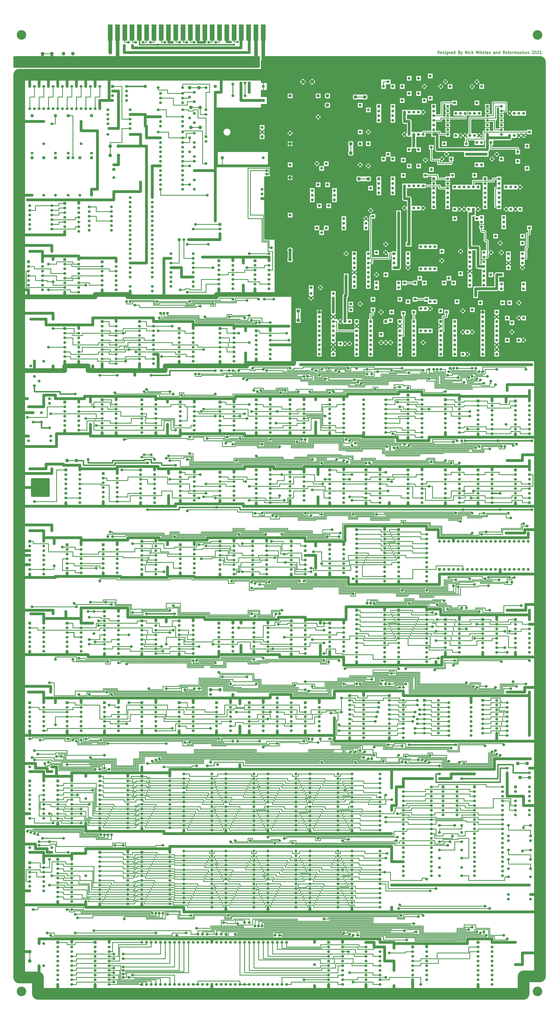
<source format=gbr>
G04 #@! TF.GenerationSoftware,KiCad,Pcbnew,(5.1.5)-3*
G04 #@! TF.CreationDate,2021-11-22T12:18:33-07:00*
G04 #@! TF.ProjectId,quantum_arcade_pcb,7175616e-7475-46d5-9f61-72636164655f,rev?*
G04 #@! TF.SameCoordinates,Original*
G04 #@! TF.FileFunction,Copper,L1,Top*
G04 #@! TF.FilePolarity,Positive*
%FSLAX46Y46*%
G04 Gerber Fmt 4.6, Leading zero omitted, Abs format (unit mm)*
G04 Created by KiCad (PCBNEW (5.1.5)-3) date 2021-11-22 12:18:33*
%MOMM*%
%LPD*%
G04 APERTURE LIST*
%ADD10C,0.300000*%
%ADD11C,5.207000*%
%ADD12C,1.524000*%
%ADD13R,1.524000X1.524000*%
%ADD14R,2.540000X8.890000*%
%ADD15C,1.905000*%
%ADD16C,1.270000*%
%ADD17C,0.381000*%
%ADD18C,6.350000*%
%ADD19C,1.905000*%
%ADD20C,1.524000*%
%ADD21C,2.540000*%
%ADD22C,1.270000*%
%ADD23C,0.762000*%
%ADD24C,0.508000*%
%ADD25C,0.254000*%
G04 APERTURE END LIST*
D10*
X256301428Y-52113571D02*
X256301428Y-50613571D01*
X256658571Y-50613571D01*
X256872857Y-50685000D01*
X257015714Y-50827857D01*
X257087142Y-50970714D01*
X257158571Y-51256428D01*
X257158571Y-51470714D01*
X257087142Y-51756428D01*
X257015714Y-51899285D01*
X256872857Y-52042142D01*
X256658571Y-52113571D01*
X256301428Y-52113571D01*
X258372857Y-52042142D02*
X258230000Y-52113571D01*
X257944285Y-52113571D01*
X257801428Y-52042142D01*
X257730000Y-51899285D01*
X257730000Y-51327857D01*
X257801428Y-51185000D01*
X257944285Y-51113571D01*
X258230000Y-51113571D01*
X258372857Y-51185000D01*
X258444285Y-51327857D01*
X258444285Y-51470714D01*
X257730000Y-51613571D01*
X259015714Y-52042142D02*
X259158571Y-52113571D01*
X259444285Y-52113571D01*
X259587142Y-52042142D01*
X259658571Y-51899285D01*
X259658571Y-51827857D01*
X259587142Y-51685000D01*
X259444285Y-51613571D01*
X259230000Y-51613571D01*
X259087142Y-51542142D01*
X259015714Y-51399285D01*
X259015714Y-51327857D01*
X259087142Y-51185000D01*
X259230000Y-51113571D01*
X259444285Y-51113571D01*
X259587142Y-51185000D01*
X260301428Y-52113571D02*
X260301428Y-51113571D01*
X260301428Y-50613571D02*
X260230000Y-50685000D01*
X260301428Y-50756428D01*
X260372857Y-50685000D01*
X260301428Y-50613571D01*
X260301428Y-50756428D01*
X261658571Y-51113571D02*
X261658571Y-52327857D01*
X261587142Y-52470714D01*
X261515714Y-52542142D01*
X261372857Y-52613571D01*
X261158571Y-52613571D01*
X261015714Y-52542142D01*
X261658571Y-52042142D02*
X261515714Y-52113571D01*
X261230000Y-52113571D01*
X261087142Y-52042142D01*
X261015714Y-51970714D01*
X260944285Y-51827857D01*
X260944285Y-51399285D01*
X261015714Y-51256428D01*
X261087142Y-51185000D01*
X261230000Y-51113571D01*
X261515714Y-51113571D01*
X261658571Y-51185000D01*
X262372857Y-51113571D02*
X262372857Y-52113571D01*
X262372857Y-51256428D02*
X262444285Y-51185000D01*
X262587142Y-51113571D01*
X262801428Y-51113571D01*
X262944285Y-51185000D01*
X263015714Y-51327857D01*
X263015714Y-52113571D01*
X264301428Y-52042142D02*
X264158571Y-52113571D01*
X263872857Y-52113571D01*
X263730000Y-52042142D01*
X263658571Y-51899285D01*
X263658571Y-51327857D01*
X263730000Y-51185000D01*
X263872857Y-51113571D01*
X264158571Y-51113571D01*
X264301428Y-51185000D01*
X264372857Y-51327857D01*
X264372857Y-51470714D01*
X263658571Y-51613571D01*
X265658571Y-52113571D02*
X265658571Y-50613571D01*
X265658571Y-52042142D02*
X265515714Y-52113571D01*
X265230000Y-52113571D01*
X265087142Y-52042142D01*
X265015714Y-51970714D01*
X264944285Y-51827857D01*
X264944285Y-51399285D01*
X265015714Y-51256428D01*
X265087142Y-51185000D01*
X265230000Y-51113571D01*
X265515714Y-51113571D01*
X265658571Y-51185000D01*
X268015714Y-51327857D02*
X268230000Y-51399285D01*
X268301428Y-51470714D01*
X268372857Y-51613571D01*
X268372857Y-51827857D01*
X268301428Y-51970714D01*
X268230000Y-52042142D01*
X268087142Y-52113571D01*
X267515714Y-52113571D01*
X267515714Y-50613571D01*
X268015714Y-50613571D01*
X268158571Y-50685000D01*
X268230000Y-50756428D01*
X268301428Y-50899285D01*
X268301428Y-51042142D01*
X268230000Y-51185000D01*
X268158571Y-51256428D01*
X268015714Y-51327857D01*
X267515714Y-51327857D01*
X268872857Y-51113571D02*
X269230000Y-52113571D01*
X269587142Y-51113571D02*
X269230000Y-52113571D01*
X269087142Y-52470714D01*
X269015714Y-52542142D01*
X268872857Y-52613571D01*
X271301428Y-52113571D02*
X271301428Y-50613571D01*
X272158571Y-52113571D01*
X272158571Y-50613571D01*
X272872857Y-52113571D02*
X272872857Y-51113571D01*
X272872857Y-50613571D02*
X272801428Y-50685000D01*
X272872857Y-50756428D01*
X272944285Y-50685000D01*
X272872857Y-50613571D01*
X272872857Y-50756428D01*
X274230000Y-52042142D02*
X274087142Y-52113571D01*
X273801428Y-52113571D01*
X273658571Y-52042142D01*
X273587142Y-51970714D01*
X273515714Y-51827857D01*
X273515714Y-51399285D01*
X273587142Y-51256428D01*
X273658571Y-51185000D01*
X273801428Y-51113571D01*
X274087142Y-51113571D01*
X274230000Y-51185000D01*
X274872857Y-52113571D02*
X274872857Y-50613571D01*
X275015714Y-51542142D02*
X275444285Y-52113571D01*
X275444285Y-51113571D02*
X274872857Y-51685000D01*
X277230000Y-52113571D02*
X277230000Y-50613571D01*
X277730000Y-51685000D01*
X278230000Y-50613571D01*
X278230000Y-52113571D01*
X278944285Y-52113571D02*
X278944285Y-51113571D01*
X278944285Y-50613571D02*
X278872857Y-50685000D01*
X278944285Y-50756428D01*
X279015714Y-50685000D01*
X278944285Y-50613571D01*
X278944285Y-50756428D01*
X279658571Y-52113571D02*
X279658571Y-50613571D01*
X279801428Y-51542142D02*
X280230000Y-52113571D01*
X280230000Y-51113571D02*
X279658571Y-51685000D01*
X280801428Y-52042142D02*
X280944285Y-52113571D01*
X281230000Y-52113571D01*
X281372857Y-52042142D01*
X281444285Y-51899285D01*
X281444285Y-51827857D01*
X281372857Y-51685000D01*
X281230000Y-51613571D01*
X281015714Y-51613571D01*
X280872857Y-51542142D01*
X280801428Y-51399285D01*
X280801428Y-51327857D01*
X280872857Y-51185000D01*
X281015714Y-51113571D01*
X281230000Y-51113571D01*
X281372857Y-51185000D01*
X281872857Y-51113571D02*
X282444285Y-51113571D01*
X282087142Y-50613571D02*
X282087142Y-51899285D01*
X282158571Y-52042142D01*
X282301428Y-52113571D01*
X282444285Y-52113571D01*
X283587142Y-52113571D02*
X283587142Y-51327857D01*
X283515714Y-51185000D01*
X283372857Y-51113571D01*
X283087142Y-51113571D01*
X282944285Y-51185000D01*
X283587142Y-52042142D02*
X283444285Y-52113571D01*
X283087142Y-52113571D01*
X282944285Y-52042142D01*
X282872857Y-51899285D01*
X282872857Y-51756428D01*
X282944285Y-51613571D01*
X283087142Y-51542142D01*
X283444285Y-51542142D01*
X283587142Y-51470714D01*
X284230000Y-52042142D02*
X284372857Y-52113571D01*
X284658571Y-52113571D01*
X284801428Y-52042142D01*
X284872857Y-51899285D01*
X284872857Y-51827857D01*
X284801428Y-51685000D01*
X284658571Y-51613571D01*
X284444285Y-51613571D01*
X284301428Y-51542142D01*
X284230000Y-51399285D01*
X284230000Y-51327857D01*
X284301428Y-51185000D01*
X284444285Y-51113571D01*
X284658571Y-51113571D01*
X284801428Y-51185000D01*
X287301428Y-52113571D02*
X287301428Y-51327857D01*
X287230000Y-51185000D01*
X287087142Y-51113571D01*
X286801428Y-51113571D01*
X286658571Y-51185000D01*
X287301428Y-52042142D02*
X287158571Y-52113571D01*
X286801428Y-52113571D01*
X286658571Y-52042142D01*
X286587142Y-51899285D01*
X286587142Y-51756428D01*
X286658571Y-51613571D01*
X286801428Y-51542142D01*
X287158571Y-51542142D01*
X287301428Y-51470714D01*
X288015714Y-51113571D02*
X288015714Y-52113571D01*
X288015714Y-51256428D02*
X288087142Y-51185000D01*
X288230000Y-51113571D01*
X288444285Y-51113571D01*
X288587142Y-51185000D01*
X288658571Y-51327857D01*
X288658571Y-52113571D01*
X290015714Y-52113571D02*
X290015714Y-50613571D01*
X290015714Y-52042142D02*
X289872857Y-52113571D01*
X289587142Y-52113571D01*
X289444285Y-52042142D01*
X289372857Y-51970714D01*
X289301428Y-51827857D01*
X289301428Y-51399285D01*
X289372857Y-51256428D01*
X289444285Y-51185000D01*
X289587142Y-51113571D01*
X289872857Y-51113571D01*
X290015714Y-51185000D01*
X292730000Y-52113571D02*
X292230000Y-51399285D01*
X291872857Y-52113571D02*
X291872857Y-50613571D01*
X292444285Y-50613571D01*
X292587142Y-50685000D01*
X292658571Y-50756428D01*
X292730000Y-50899285D01*
X292730000Y-51113571D01*
X292658571Y-51256428D01*
X292587142Y-51327857D01*
X292444285Y-51399285D01*
X291872857Y-51399285D01*
X293587142Y-52113571D02*
X293444285Y-52042142D01*
X293372857Y-51970714D01*
X293301428Y-51827857D01*
X293301428Y-51399285D01*
X293372857Y-51256428D01*
X293444285Y-51185000D01*
X293587142Y-51113571D01*
X293801428Y-51113571D01*
X293944285Y-51185000D01*
X294015714Y-51256428D01*
X294087142Y-51399285D01*
X294087142Y-51827857D01*
X294015714Y-51970714D01*
X293944285Y-52042142D01*
X293801428Y-52113571D01*
X293587142Y-52113571D01*
X294515714Y-51113571D02*
X295087142Y-51113571D01*
X294730000Y-50613571D02*
X294730000Y-51899285D01*
X294801428Y-52042142D01*
X294944285Y-52113571D01*
X295087142Y-52113571D01*
X295801428Y-52113571D02*
X295658571Y-52042142D01*
X295587142Y-51970714D01*
X295515714Y-51827857D01*
X295515714Y-51399285D01*
X295587142Y-51256428D01*
X295658571Y-51185000D01*
X295801428Y-51113571D01*
X296015714Y-51113571D01*
X296158571Y-51185000D01*
X296230000Y-51256428D01*
X296301428Y-51399285D01*
X296301428Y-51827857D01*
X296230000Y-51970714D01*
X296158571Y-52042142D01*
X296015714Y-52113571D01*
X295801428Y-52113571D01*
X296944285Y-52113571D02*
X296944285Y-51113571D01*
X296944285Y-51399285D02*
X297015714Y-51256428D01*
X297087142Y-51185000D01*
X297230000Y-51113571D01*
X297372857Y-51113571D01*
X297872857Y-52113571D02*
X297872857Y-51113571D01*
X297872857Y-51256428D02*
X297944285Y-51185000D01*
X298087142Y-51113571D01*
X298301428Y-51113571D01*
X298444285Y-51185000D01*
X298515714Y-51327857D01*
X298515714Y-52113571D01*
X298515714Y-51327857D02*
X298587142Y-51185000D01*
X298730000Y-51113571D01*
X298944285Y-51113571D01*
X299087142Y-51185000D01*
X299158571Y-51327857D01*
X299158571Y-52113571D01*
X300087142Y-52113571D02*
X299944285Y-52042142D01*
X299872857Y-51970714D01*
X299801428Y-51827857D01*
X299801428Y-51399285D01*
X299872857Y-51256428D01*
X299944285Y-51185000D01*
X300087142Y-51113571D01*
X300301428Y-51113571D01*
X300444285Y-51185000D01*
X300515714Y-51256428D01*
X300587142Y-51399285D01*
X300587142Y-51827857D01*
X300515714Y-51970714D01*
X300444285Y-52042142D01*
X300301428Y-52113571D01*
X300087142Y-52113571D01*
X301158571Y-52042142D02*
X301301428Y-52113571D01*
X301587142Y-52113571D01*
X301730000Y-52042142D01*
X301801428Y-51899285D01*
X301801428Y-51827857D01*
X301730000Y-51685000D01*
X301587142Y-51613571D01*
X301372857Y-51613571D01*
X301230000Y-51542142D01*
X301158571Y-51399285D01*
X301158571Y-51327857D01*
X301230000Y-51185000D01*
X301372857Y-51113571D01*
X301587142Y-51113571D01*
X301730000Y-51185000D01*
X302444285Y-52113571D02*
X302444285Y-50613571D01*
X303087142Y-52113571D02*
X303087142Y-51327857D01*
X303015714Y-51185000D01*
X302872857Y-51113571D01*
X302658571Y-51113571D01*
X302515714Y-51185000D01*
X302444285Y-51256428D01*
X304444285Y-51113571D02*
X304444285Y-52113571D01*
X303801428Y-51113571D02*
X303801428Y-51899285D01*
X303872857Y-52042142D01*
X304015714Y-52113571D01*
X304230000Y-52113571D01*
X304372857Y-52042142D01*
X304444285Y-51970714D01*
X305158571Y-51113571D02*
X305158571Y-52113571D01*
X305158571Y-51256428D02*
X305230000Y-51185000D01*
X305372857Y-51113571D01*
X305587142Y-51113571D01*
X305730000Y-51185000D01*
X305801428Y-51327857D01*
X305801428Y-52113571D01*
X307587142Y-50756428D02*
X307658571Y-50685000D01*
X307801428Y-50613571D01*
X308158571Y-50613571D01*
X308301428Y-50685000D01*
X308372857Y-50756428D01*
X308444285Y-50899285D01*
X308444285Y-51042142D01*
X308372857Y-51256428D01*
X307515714Y-52113571D01*
X308444285Y-52113571D01*
X309372857Y-50613571D02*
X309515714Y-50613571D01*
X309658571Y-50685000D01*
X309730000Y-50756428D01*
X309801428Y-50899285D01*
X309872857Y-51185000D01*
X309872857Y-51542142D01*
X309801428Y-51827857D01*
X309730000Y-51970714D01*
X309658571Y-52042142D01*
X309515714Y-52113571D01*
X309372857Y-52113571D01*
X309230000Y-52042142D01*
X309158571Y-51970714D01*
X309087142Y-51827857D01*
X309015714Y-51542142D01*
X309015714Y-51185000D01*
X309087142Y-50899285D01*
X309158571Y-50756428D01*
X309230000Y-50685000D01*
X309372857Y-50613571D01*
X310444285Y-50756428D02*
X310515714Y-50685000D01*
X310658571Y-50613571D01*
X311015714Y-50613571D01*
X311158571Y-50685000D01*
X311230000Y-50756428D01*
X311301428Y-50899285D01*
X311301428Y-51042142D01*
X311230000Y-51256428D01*
X310372857Y-52113571D01*
X311301428Y-52113571D01*
X312730000Y-52113571D02*
X311872857Y-52113571D01*
X312301428Y-52113571D02*
X312301428Y-50613571D01*
X312158571Y-50827857D01*
X312015714Y-50970714D01*
X311872857Y-51042142D01*
D11*
X310515000Y-561340000D03*
X29845000Y-561340000D03*
X29845000Y-41910000D03*
X310515000Y-41910000D03*
D12*
X250190000Y-537210000D03*
X250190000Y-539750000D03*
X250190000Y-542290000D03*
X250190000Y-544830000D03*
X250190000Y-547370000D03*
X250190000Y-549910000D03*
X250190000Y-552450000D03*
X250190000Y-554990000D03*
X242570000Y-554990000D03*
X242570000Y-552450000D03*
X242570000Y-549910000D03*
X242570000Y-547370000D03*
D13*
X242570000Y-537210000D03*
D12*
X242570000Y-539750000D03*
X242570000Y-542290000D03*
X242570000Y-544830000D03*
D13*
X217170000Y-534670000D03*
D12*
X217170000Y-537210000D03*
X217170000Y-539750000D03*
X217170000Y-542290000D03*
X217170000Y-544830000D03*
X217170000Y-547370000D03*
X217170000Y-549910000D03*
X217170000Y-552450000D03*
X217170000Y-554990000D03*
X217170000Y-557530000D03*
X224790000Y-557530000D03*
X224790000Y-554990000D03*
X224790000Y-552450000D03*
X224790000Y-549910000D03*
X224790000Y-547370000D03*
X224790000Y-544830000D03*
X224790000Y-542290000D03*
X224790000Y-539750000D03*
X224790000Y-537210000D03*
X224790000Y-534670000D03*
X204470000Y-534670000D03*
X204470000Y-537210000D03*
X204470000Y-539750000D03*
X204470000Y-542290000D03*
X204470000Y-544830000D03*
X204470000Y-547370000D03*
X204470000Y-549910000D03*
X204470000Y-552450000D03*
X204470000Y-554990000D03*
X204470000Y-557530000D03*
X196850000Y-557530000D03*
X196850000Y-554990000D03*
X196850000Y-552450000D03*
X196850000Y-549910000D03*
X196850000Y-547370000D03*
X196850000Y-544830000D03*
X196850000Y-542290000D03*
X196850000Y-539750000D03*
X196850000Y-537210000D03*
D13*
X196850000Y-534670000D03*
D12*
X148590000Y-557530000D03*
X143510000Y-557530000D03*
X153670000Y-557530000D03*
X146050000Y-557530000D03*
X151130000Y-557530000D03*
X125730000Y-557530000D03*
X110490000Y-557530000D03*
X140970000Y-557530000D03*
X138430000Y-557530000D03*
X135890000Y-557530000D03*
X133350000Y-557530000D03*
X130810000Y-557530000D03*
X128270000Y-557530000D03*
X123190000Y-557530000D03*
X120650000Y-557530000D03*
X118110000Y-557530000D03*
D13*
X95250000Y-557530000D03*
D12*
X115570000Y-557530000D03*
X113030000Y-557530000D03*
X107950000Y-557530000D03*
X105410000Y-557530000D03*
X102870000Y-557530000D03*
X100330000Y-557530000D03*
X97790000Y-557530000D03*
X156210000Y-557530000D03*
X158750000Y-557530000D03*
X161290000Y-557530000D03*
X163830000Y-557530000D03*
X166370000Y-557530000D03*
X168910000Y-557530000D03*
X171450000Y-557530000D03*
X173990000Y-557530000D03*
X173990000Y-534670000D03*
X171450000Y-534670000D03*
X168910000Y-534670000D03*
X166370000Y-534670000D03*
X163830000Y-534670000D03*
X161290000Y-534670000D03*
X158750000Y-534670000D03*
X156210000Y-534670000D03*
X153670000Y-534670000D03*
X151130000Y-534670000D03*
X148590000Y-534670000D03*
X146050000Y-534670000D03*
X143510000Y-534670000D03*
X140970000Y-534670000D03*
X138430000Y-534670000D03*
X135890000Y-534670000D03*
X133350000Y-534670000D03*
X130810000Y-534670000D03*
X128270000Y-534670000D03*
X125730000Y-534670000D03*
X123190000Y-534670000D03*
X120650000Y-534670000D03*
X118110000Y-534670000D03*
X115570000Y-534670000D03*
X113030000Y-534670000D03*
X110490000Y-534670000D03*
X107950000Y-534670000D03*
X105410000Y-534670000D03*
X102870000Y-534670000D03*
X100330000Y-534670000D03*
X97790000Y-534670000D03*
X95250000Y-534670000D03*
X77470000Y-534670000D03*
X77470000Y-537210000D03*
X77470000Y-539750000D03*
X77470000Y-542290000D03*
X77470000Y-544830000D03*
X77470000Y-547370000D03*
X77470000Y-549910000D03*
X77470000Y-552450000D03*
X77470000Y-554990000D03*
X77470000Y-557530000D03*
X69850000Y-557530000D03*
X69850000Y-554990000D03*
X69850000Y-552450000D03*
X69850000Y-549910000D03*
X69850000Y-547370000D03*
X69850000Y-544830000D03*
X69850000Y-542290000D03*
X69850000Y-539750000D03*
X69850000Y-537210000D03*
D13*
X69850000Y-534670000D03*
X49530000Y-534670000D03*
D12*
X49530000Y-537210000D03*
X49530000Y-539750000D03*
X49530000Y-542290000D03*
X49530000Y-544830000D03*
X49530000Y-547370000D03*
X49530000Y-549910000D03*
X49530000Y-552450000D03*
X49530000Y-554990000D03*
X49530000Y-557530000D03*
X57150000Y-557530000D03*
X57150000Y-554990000D03*
X57150000Y-552450000D03*
X57150000Y-549910000D03*
X57150000Y-547370000D03*
X57150000Y-544830000D03*
X57150000Y-542290000D03*
X57150000Y-539750000D03*
X57150000Y-537210000D03*
X57150000Y-534670000D03*
X41910000Y-491490000D03*
X41910000Y-494030000D03*
X41910000Y-496570000D03*
X41910000Y-499110000D03*
X41910000Y-501650000D03*
X41910000Y-504190000D03*
X41910000Y-506730000D03*
X34290000Y-506730000D03*
X34290000Y-504190000D03*
X34290000Y-501650000D03*
X34290000Y-494030000D03*
D13*
X34290000Y-491490000D03*
D12*
X34290000Y-496570000D03*
X34290000Y-499110000D03*
X34290000Y-457200000D03*
X34290000Y-454660000D03*
X34290000Y-452120000D03*
X34290000Y-449580000D03*
D13*
X34290000Y-447040000D03*
D12*
X34290000Y-459740000D03*
X34290000Y-462280000D03*
X34290000Y-464820000D03*
X34290000Y-467360000D03*
X41910000Y-467360000D03*
X41910000Y-464820000D03*
X41910000Y-462280000D03*
X41910000Y-459740000D03*
X41910000Y-457200000D03*
X41910000Y-454660000D03*
X41910000Y-452120000D03*
X41910000Y-449580000D03*
X41910000Y-447040000D03*
X34290000Y-412115000D03*
X34290000Y-409575000D03*
D13*
X34290000Y-404495000D03*
D12*
X34290000Y-407035000D03*
X34290000Y-414655000D03*
X34290000Y-417195000D03*
X34290000Y-419735000D03*
X41910000Y-419735000D03*
X41910000Y-417195000D03*
X41910000Y-414655000D03*
X41910000Y-412115000D03*
X41910000Y-409575000D03*
X41910000Y-407035000D03*
X41910000Y-404495000D03*
X34290000Y-324485000D03*
X34290000Y-321945000D03*
X34290000Y-319405000D03*
D13*
X34290000Y-316865000D03*
D12*
X34290000Y-327025000D03*
X34290000Y-329565000D03*
X34290000Y-332105000D03*
X34290000Y-334645000D03*
X41910000Y-334645000D03*
X41910000Y-332105000D03*
X41910000Y-329565000D03*
X41910000Y-327025000D03*
X41910000Y-324485000D03*
X41910000Y-321945000D03*
X41910000Y-319405000D03*
X41910000Y-316865000D03*
X33655000Y-172720000D03*
X33655000Y-170180000D03*
D13*
X33655000Y-165100000D03*
D12*
X33655000Y-167640000D03*
X33655000Y-175260000D03*
X33655000Y-177800000D03*
X33655000Y-180340000D03*
X41275000Y-180340000D03*
X41275000Y-177800000D03*
X41275000Y-175260000D03*
X41275000Y-172720000D03*
X41275000Y-170180000D03*
X41275000Y-167640000D03*
X41275000Y-165100000D03*
X34290000Y-368935000D03*
X34290000Y-366395000D03*
D13*
X34290000Y-361315000D03*
D12*
X34290000Y-363855000D03*
X34290000Y-371475000D03*
X34290000Y-374015000D03*
X34290000Y-376555000D03*
X41910000Y-376555000D03*
X41910000Y-374015000D03*
X41910000Y-371475000D03*
X41910000Y-368935000D03*
X41910000Y-366395000D03*
X41910000Y-363855000D03*
X41910000Y-361315000D03*
D13*
X278130000Y-534670000D03*
D12*
X278130000Y-537210000D03*
X278130000Y-539750000D03*
X278130000Y-542290000D03*
X278130000Y-544830000D03*
X278130000Y-547370000D03*
X278130000Y-549910000D03*
X278130000Y-552450000D03*
X278130000Y-554990000D03*
X278130000Y-557530000D03*
X285750000Y-557530000D03*
X285750000Y-554990000D03*
X285750000Y-552450000D03*
X285750000Y-549910000D03*
X285750000Y-547370000D03*
X285750000Y-544830000D03*
X285750000Y-542290000D03*
X285750000Y-539750000D03*
X285750000Y-537210000D03*
X285750000Y-534670000D03*
D13*
X49530000Y-489585000D03*
D12*
X49530000Y-492125000D03*
X49530000Y-494665000D03*
X49530000Y-497205000D03*
X49530000Y-499745000D03*
X49530000Y-502285000D03*
X49530000Y-504825000D03*
X49530000Y-507365000D03*
X49530000Y-509905000D03*
X49530000Y-512445000D03*
X57150000Y-512445000D03*
X57150000Y-509905000D03*
X57150000Y-507365000D03*
X57150000Y-504825000D03*
X57150000Y-502285000D03*
X57150000Y-499745000D03*
X57150000Y-497205000D03*
X57150000Y-494665000D03*
X57150000Y-492125000D03*
X57150000Y-489585000D03*
X57150000Y-447040000D03*
X57150000Y-449580000D03*
X57150000Y-452120000D03*
X57150000Y-454660000D03*
X57150000Y-457200000D03*
X57150000Y-459740000D03*
X57150000Y-462280000D03*
X57150000Y-464820000D03*
X57150000Y-467360000D03*
X57150000Y-469900000D03*
X49530000Y-469900000D03*
X49530000Y-467360000D03*
X49530000Y-464820000D03*
X49530000Y-462280000D03*
X49530000Y-459740000D03*
X49530000Y-457200000D03*
X49530000Y-454660000D03*
X49530000Y-452120000D03*
X49530000Y-449580000D03*
D13*
X49530000Y-447040000D03*
D12*
X306070000Y-450215000D03*
X306070000Y-452755000D03*
X306070000Y-455295000D03*
X306070000Y-457835000D03*
X306070000Y-460375000D03*
X306070000Y-462915000D03*
X306070000Y-465455000D03*
X298450000Y-465455000D03*
X298450000Y-462915000D03*
X298450000Y-460375000D03*
X298450000Y-452755000D03*
D13*
X298450000Y-450215000D03*
D12*
X298450000Y-455295000D03*
X298450000Y-457835000D03*
X291465000Y-450215000D03*
X291465000Y-452755000D03*
X291465000Y-455295000D03*
X291465000Y-457835000D03*
X291465000Y-460375000D03*
X291465000Y-462915000D03*
X291465000Y-465455000D03*
X291465000Y-467995000D03*
X291465000Y-470535000D03*
X291465000Y-473075000D03*
X291465000Y-475615000D03*
X291465000Y-478155000D03*
X276225000Y-478155000D03*
X276225000Y-475615000D03*
X276225000Y-473075000D03*
X276225000Y-470535000D03*
X276225000Y-467995000D03*
X276225000Y-465455000D03*
X276225000Y-462915000D03*
X276225000Y-460375000D03*
X276225000Y-457835000D03*
X276225000Y-455295000D03*
X276225000Y-452755000D03*
D13*
X276225000Y-450215000D03*
D12*
X276225000Y-480695000D03*
X276225000Y-483235000D03*
X276225000Y-485775000D03*
X276225000Y-488315000D03*
X276225000Y-490855000D03*
X276225000Y-493395000D03*
X276225000Y-495935000D03*
X276225000Y-498475000D03*
X291465000Y-498475000D03*
X291465000Y-495935000D03*
X291465000Y-493395000D03*
X291465000Y-490855000D03*
X291465000Y-488315000D03*
X291465000Y-485775000D03*
X291465000Y-483235000D03*
X291465000Y-480695000D03*
X259080000Y-457835000D03*
X259080000Y-455295000D03*
D13*
X259080000Y-450215000D03*
D12*
X259080000Y-452755000D03*
X259080000Y-460375000D03*
X259080000Y-462915000D03*
X259080000Y-465455000D03*
X266700000Y-465455000D03*
X266700000Y-462915000D03*
X266700000Y-460375000D03*
X266700000Y-457835000D03*
X266700000Y-455295000D03*
X266700000Y-452755000D03*
X266700000Y-450215000D03*
X252730000Y-480695000D03*
X252730000Y-483235000D03*
X252730000Y-485775000D03*
X252730000Y-488315000D03*
X252730000Y-490855000D03*
X252730000Y-493395000D03*
X252730000Y-495935000D03*
X252730000Y-498475000D03*
X237490000Y-498475000D03*
X237490000Y-495935000D03*
X237490000Y-493395000D03*
X237490000Y-490855000D03*
X237490000Y-488315000D03*
X237490000Y-485775000D03*
X237490000Y-483235000D03*
X237490000Y-480695000D03*
D13*
X237490000Y-450215000D03*
D12*
X237490000Y-452755000D03*
X237490000Y-455295000D03*
X237490000Y-457835000D03*
X237490000Y-460375000D03*
X237490000Y-462915000D03*
X237490000Y-465455000D03*
X237490000Y-467995000D03*
X237490000Y-470535000D03*
X237490000Y-473075000D03*
X237490000Y-475615000D03*
X237490000Y-478155000D03*
X252730000Y-478155000D03*
X252730000Y-475615000D03*
X252730000Y-473075000D03*
X252730000Y-470535000D03*
X252730000Y-467995000D03*
X252730000Y-465455000D03*
X252730000Y-462915000D03*
X252730000Y-460375000D03*
X252730000Y-457835000D03*
X252730000Y-455295000D03*
X252730000Y-452755000D03*
X252730000Y-450215000D03*
X224790000Y-495300000D03*
X224790000Y-497840000D03*
X224790000Y-492760000D03*
X209550000Y-497840000D03*
X209550000Y-485140000D03*
X224790000Y-515620000D03*
X209550000Y-495300000D03*
X209550000Y-487680000D03*
X209550000Y-500380000D03*
D13*
X209550000Y-482600000D03*
D12*
X209550000Y-502920000D03*
X209550000Y-492760000D03*
X224790000Y-500380000D03*
X224790000Y-502920000D03*
X224790000Y-505460000D03*
X209550000Y-515620000D03*
X209550000Y-510540000D03*
X209550000Y-508000000D03*
X209550000Y-490220000D03*
X209550000Y-505460000D03*
X224790000Y-508000000D03*
X224790000Y-510540000D03*
X224790000Y-513080000D03*
X209550000Y-513080000D03*
X224790000Y-490220000D03*
X224790000Y-487680000D03*
X224790000Y-485140000D03*
X224790000Y-482600000D03*
X224790000Y-440690000D03*
X224790000Y-443230000D03*
X224790000Y-445770000D03*
X224790000Y-448310000D03*
X209550000Y-471170000D03*
X224790000Y-471170000D03*
X224790000Y-468630000D03*
X224790000Y-466090000D03*
X209550000Y-463550000D03*
X209550000Y-448310000D03*
X209550000Y-466090000D03*
X209550000Y-468630000D03*
X209550000Y-473710000D03*
X224790000Y-463550000D03*
X224790000Y-461010000D03*
X224790000Y-458470000D03*
X209550000Y-450850000D03*
X209550000Y-461010000D03*
D13*
X209550000Y-440690000D03*
D12*
X209550000Y-458470000D03*
X209550000Y-445770000D03*
X209550000Y-453390000D03*
X224790000Y-473710000D03*
X209550000Y-443230000D03*
X209550000Y-455930000D03*
X224790000Y-450850000D03*
X224790000Y-455930000D03*
X224790000Y-453390000D03*
X201930000Y-495300000D03*
X201930000Y-497840000D03*
X201930000Y-492760000D03*
X186690000Y-497840000D03*
X186690000Y-485140000D03*
X201930000Y-515620000D03*
X186690000Y-495300000D03*
X186690000Y-487680000D03*
X186690000Y-500380000D03*
D13*
X186690000Y-482600000D03*
D12*
X186690000Y-502920000D03*
X186690000Y-492760000D03*
X201930000Y-500380000D03*
X201930000Y-502920000D03*
X201930000Y-505460000D03*
X186690000Y-515620000D03*
X186690000Y-510540000D03*
X186690000Y-508000000D03*
X186690000Y-490220000D03*
X186690000Y-505460000D03*
X201930000Y-508000000D03*
X201930000Y-510540000D03*
X201930000Y-513080000D03*
X186690000Y-513080000D03*
X201930000Y-490220000D03*
X201930000Y-487680000D03*
X201930000Y-485140000D03*
X201930000Y-482600000D03*
X201930000Y-453390000D03*
X201930000Y-455930000D03*
X201930000Y-450850000D03*
X186690000Y-455930000D03*
X186690000Y-443230000D03*
X201930000Y-473710000D03*
X186690000Y-453390000D03*
X186690000Y-445770000D03*
X186690000Y-458470000D03*
D13*
X186690000Y-440690000D03*
D12*
X186690000Y-461010000D03*
X186690000Y-450850000D03*
X201930000Y-458470000D03*
X201930000Y-461010000D03*
X201930000Y-463550000D03*
X186690000Y-473710000D03*
X186690000Y-468630000D03*
X186690000Y-466090000D03*
X186690000Y-448310000D03*
X186690000Y-463550000D03*
X201930000Y-466090000D03*
X201930000Y-468630000D03*
X201930000Y-471170000D03*
X186690000Y-471170000D03*
X201930000Y-448310000D03*
X201930000Y-445770000D03*
X201930000Y-443230000D03*
X201930000Y-440690000D03*
X179070000Y-482600000D03*
X179070000Y-485140000D03*
X179070000Y-487680000D03*
X179070000Y-490220000D03*
X163830000Y-513080000D03*
X179070000Y-513080000D03*
X179070000Y-510540000D03*
X179070000Y-508000000D03*
X163830000Y-505460000D03*
X163830000Y-490220000D03*
X163830000Y-508000000D03*
X163830000Y-510540000D03*
X163830000Y-515620000D03*
X179070000Y-505460000D03*
X179070000Y-502920000D03*
X179070000Y-500380000D03*
X163830000Y-492760000D03*
X163830000Y-502920000D03*
D13*
X163830000Y-482600000D03*
D12*
X163830000Y-500380000D03*
X163830000Y-487680000D03*
X163830000Y-495300000D03*
X179070000Y-515620000D03*
X163830000Y-485140000D03*
X163830000Y-497840000D03*
X179070000Y-492760000D03*
X179070000Y-497840000D03*
X179070000Y-495300000D03*
X179070000Y-440690000D03*
X179070000Y-443230000D03*
X179070000Y-445770000D03*
X179070000Y-448310000D03*
X163830000Y-471170000D03*
X179070000Y-471170000D03*
X179070000Y-468630000D03*
X179070000Y-466090000D03*
X163830000Y-463550000D03*
X163830000Y-448310000D03*
X163830000Y-466090000D03*
X163830000Y-468630000D03*
X163830000Y-473710000D03*
X179070000Y-463550000D03*
X179070000Y-461010000D03*
X179070000Y-458470000D03*
X163830000Y-450850000D03*
X163830000Y-461010000D03*
D13*
X163830000Y-440690000D03*
D12*
X163830000Y-458470000D03*
X163830000Y-445770000D03*
X163830000Y-453390000D03*
X179070000Y-473710000D03*
X163830000Y-443230000D03*
X163830000Y-455930000D03*
X179070000Y-450850000D03*
X179070000Y-455930000D03*
X179070000Y-453390000D03*
X156210000Y-495300000D03*
X156210000Y-497840000D03*
X156210000Y-492760000D03*
X140970000Y-497840000D03*
X140970000Y-485140000D03*
X156210000Y-515620000D03*
X140970000Y-495300000D03*
X140970000Y-487680000D03*
X140970000Y-500380000D03*
D13*
X140970000Y-482600000D03*
D12*
X140970000Y-502920000D03*
X140970000Y-492760000D03*
X156210000Y-500380000D03*
X156210000Y-502920000D03*
X156210000Y-505460000D03*
X140970000Y-515620000D03*
X140970000Y-510540000D03*
X140970000Y-508000000D03*
X140970000Y-490220000D03*
X140970000Y-505460000D03*
X156210000Y-508000000D03*
X156210000Y-510540000D03*
X156210000Y-513080000D03*
X140970000Y-513080000D03*
X156210000Y-490220000D03*
X156210000Y-487680000D03*
X156210000Y-485140000D03*
X156210000Y-482600000D03*
X156210000Y-453390000D03*
X156210000Y-455930000D03*
X156210000Y-450850000D03*
X140970000Y-455930000D03*
X140970000Y-443230000D03*
X156210000Y-473710000D03*
X140970000Y-453390000D03*
X140970000Y-445770000D03*
X140970000Y-458470000D03*
D13*
X140970000Y-440690000D03*
D12*
X140970000Y-461010000D03*
X140970000Y-450850000D03*
X156210000Y-458470000D03*
X156210000Y-461010000D03*
X156210000Y-463550000D03*
X140970000Y-473710000D03*
X140970000Y-468630000D03*
X140970000Y-466090000D03*
X140970000Y-448310000D03*
X140970000Y-463550000D03*
X156210000Y-466090000D03*
X156210000Y-468630000D03*
X156210000Y-471170000D03*
X140970000Y-471170000D03*
X156210000Y-448310000D03*
X156210000Y-445770000D03*
X156210000Y-443230000D03*
X156210000Y-440690000D03*
X133350000Y-482600000D03*
X133350000Y-485140000D03*
X133350000Y-487680000D03*
X133350000Y-490220000D03*
X118110000Y-513080000D03*
X133350000Y-513080000D03*
X133350000Y-510540000D03*
X133350000Y-508000000D03*
X118110000Y-505460000D03*
X118110000Y-490220000D03*
X118110000Y-508000000D03*
X118110000Y-510540000D03*
X118110000Y-515620000D03*
X133350000Y-505460000D03*
X133350000Y-502920000D03*
X133350000Y-500380000D03*
X118110000Y-492760000D03*
X118110000Y-502920000D03*
D13*
X118110000Y-482600000D03*
D12*
X118110000Y-500380000D03*
X118110000Y-487680000D03*
X118110000Y-495300000D03*
X133350000Y-515620000D03*
X118110000Y-485140000D03*
X118110000Y-497840000D03*
X133350000Y-492760000D03*
X133350000Y-497840000D03*
X133350000Y-495300000D03*
X133350000Y-440690000D03*
X133350000Y-443230000D03*
X133350000Y-445770000D03*
X133350000Y-448310000D03*
X118110000Y-471170000D03*
X133350000Y-471170000D03*
X133350000Y-468630000D03*
X133350000Y-466090000D03*
X118110000Y-463550000D03*
X118110000Y-448310000D03*
X118110000Y-466090000D03*
X118110000Y-468630000D03*
X118110000Y-473710000D03*
X133350000Y-463550000D03*
X133350000Y-461010000D03*
X133350000Y-458470000D03*
X118110000Y-450850000D03*
X118110000Y-461010000D03*
D13*
X118110000Y-440690000D03*
D12*
X118110000Y-458470000D03*
X118110000Y-445770000D03*
X118110000Y-453390000D03*
X133350000Y-473710000D03*
X118110000Y-443230000D03*
X118110000Y-455930000D03*
X133350000Y-450850000D03*
X133350000Y-455930000D03*
X133350000Y-453390000D03*
X110490000Y-485775000D03*
X110490000Y-488315000D03*
X110490000Y-490855000D03*
X110490000Y-493395000D03*
X110490000Y-495935000D03*
X110490000Y-498475000D03*
X110490000Y-501015000D03*
X110490000Y-503555000D03*
X110490000Y-506095000D03*
X110490000Y-508635000D03*
X110490000Y-511175000D03*
X110490000Y-513715000D03*
X95250000Y-513715000D03*
X95250000Y-511175000D03*
X95250000Y-508635000D03*
X95250000Y-506095000D03*
X95250000Y-503555000D03*
X95250000Y-501015000D03*
X95250000Y-498475000D03*
X95250000Y-495935000D03*
X95250000Y-493395000D03*
X95250000Y-490855000D03*
X95250000Y-488315000D03*
D13*
X95250000Y-485775000D03*
D12*
X110490000Y-444500000D03*
X110490000Y-447040000D03*
X110490000Y-449580000D03*
X110490000Y-452120000D03*
X110490000Y-454660000D03*
X110490000Y-457200000D03*
X110490000Y-459740000D03*
X110490000Y-462280000D03*
X110490000Y-464820000D03*
X110490000Y-467360000D03*
X110490000Y-469900000D03*
X110490000Y-472440000D03*
X95250000Y-472440000D03*
X95250000Y-469900000D03*
X95250000Y-467360000D03*
X95250000Y-464820000D03*
X95250000Y-462280000D03*
X95250000Y-459740000D03*
X95250000Y-457200000D03*
X95250000Y-454660000D03*
X95250000Y-452120000D03*
X95250000Y-449580000D03*
X95250000Y-447040000D03*
D13*
X95250000Y-444500000D03*
X72390000Y-485775000D03*
D12*
X72390000Y-488315000D03*
X72390000Y-490855000D03*
X72390000Y-493395000D03*
X72390000Y-495935000D03*
X72390000Y-498475000D03*
X72390000Y-501015000D03*
X72390000Y-503555000D03*
X72390000Y-506095000D03*
X72390000Y-508635000D03*
X72390000Y-511175000D03*
X72390000Y-513715000D03*
X87630000Y-513715000D03*
X87630000Y-511175000D03*
X87630000Y-508635000D03*
X87630000Y-506095000D03*
X87630000Y-503555000D03*
X87630000Y-501015000D03*
X87630000Y-498475000D03*
X87630000Y-495935000D03*
X87630000Y-493395000D03*
X87630000Y-490855000D03*
X87630000Y-488315000D03*
X87630000Y-485775000D03*
D13*
X72390000Y-444500000D03*
D12*
X72390000Y-447040000D03*
X72390000Y-449580000D03*
X72390000Y-452120000D03*
X72390000Y-454660000D03*
X72390000Y-457200000D03*
X72390000Y-459740000D03*
X72390000Y-462280000D03*
X72390000Y-464820000D03*
X72390000Y-467360000D03*
X72390000Y-469900000D03*
X72390000Y-472440000D03*
X87630000Y-472440000D03*
X87630000Y-469900000D03*
X87630000Y-467360000D03*
X87630000Y-464820000D03*
X87630000Y-462280000D03*
X87630000Y-459740000D03*
X87630000Y-457200000D03*
X87630000Y-454660000D03*
X87630000Y-452120000D03*
X87630000Y-449580000D03*
X87630000Y-447040000D03*
X87630000Y-444500000D03*
X79375000Y-72390000D03*
D13*
X79375000Y-69850000D03*
D12*
X79375000Y-74930000D03*
X79375000Y-77470000D03*
X86995000Y-77470000D03*
X86995000Y-74930000D03*
X86995000Y-72390000D03*
X86995000Y-69850000D03*
X82550000Y-404495000D03*
X82550000Y-407035000D03*
X82550000Y-409575000D03*
X82550000Y-412115000D03*
X82550000Y-414655000D03*
X82550000Y-417195000D03*
X82550000Y-419735000D03*
X74930000Y-419735000D03*
X74930000Y-417195000D03*
X74930000Y-414655000D03*
X74930000Y-407035000D03*
D13*
X74930000Y-404495000D03*
D12*
X74930000Y-409575000D03*
X74930000Y-412115000D03*
X82550000Y-354965000D03*
X82550000Y-357505000D03*
X82550000Y-360045000D03*
X82550000Y-362585000D03*
X82550000Y-365125000D03*
X82550000Y-367665000D03*
X82550000Y-370205000D03*
X82550000Y-372745000D03*
X82550000Y-375285000D03*
X82550000Y-377825000D03*
X74930000Y-377825000D03*
X74930000Y-375285000D03*
X74930000Y-372745000D03*
X74930000Y-370205000D03*
X74930000Y-367665000D03*
X74930000Y-365125000D03*
X74930000Y-362585000D03*
X74930000Y-360045000D03*
X74930000Y-357505000D03*
D13*
X74930000Y-354965000D03*
D12*
X74295000Y-326390000D03*
X74295000Y-323850000D03*
D13*
X74295000Y-318770000D03*
D12*
X74295000Y-321310000D03*
X74295000Y-328930000D03*
X74295000Y-331470000D03*
X74295000Y-334010000D03*
X81915000Y-334010000D03*
X81915000Y-331470000D03*
X81915000Y-328930000D03*
X81915000Y-326390000D03*
X81915000Y-323850000D03*
X81915000Y-321310000D03*
X81915000Y-318770000D03*
X81915000Y-280035000D03*
X81915000Y-282575000D03*
X81915000Y-285115000D03*
X81915000Y-287655000D03*
X81915000Y-290195000D03*
X81915000Y-292735000D03*
X81915000Y-295275000D03*
X74295000Y-295275000D03*
X74295000Y-292735000D03*
X74295000Y-290195000D03*
X74295000Y-282575000D03*
D13*
X74295000Y-280035000D03*
D12*
X74295000Y-285115000D03*
X74295000Y-287655000D03*
X81280000Y-240030000D03*
X81280000Y-242570000D03*
X81280000Y-245110000D03*
X81280000Y-247650000D03*
X81280000Y-250190000D03*
X81280000Y-252730000D03*
X81280000Y-255270000D03*
X81280000Y-257810000D03*
X73660000Y-257810000D03*
X73660000Y-255270000D03*
X73660000Y-252730000D03*
X73660000Y-250190000D03*
D13*
X73660000Y-240030000D03*
D12*
X73660000Y-242570000D03*
X73660000Y-245110000D03*
X73660000Y-247650000D03*
D13*
X73660000Y-197485000D03*
D12*
X73660000Y-200025000D03*
X73660000Y-202565000D03*
X73660000Y-205105000D03*
X73660000Y-207645000D03*
X73660000Y-210185000D03*
X73660000Y-212725000D03*
X73660000Y-215265000D03*
X73660000Y-217805000D03*
X73660000Y-220345000D03*
X81280000Y-220345000D03*
X81280000Y-217805000D03*
X81280000Y-215265000D03*
X81280000Y-212725000D03*
X81280000Y-210185000D03*
X81280000Y-207645000D03*
X81280000Y-205105000D03*
X81280000Y-202565000D03*
X81280000Y-200025000D03*
X81280000Y-197485000D03*
X81280000Y-165100000D03*
X81280000Y-167640000D03*
X81280000Y-170180000D03*
X81280000Y-172720000D03*
X81280000Y-175260000D03*
X81280000Y-177800000D03*
X81280000Y-180340000D03*
X73660000Y-180340000D03*
X73660000Y-177800000D03*
X73660000Y-175260000D03*
X73660000Y-167640000D03*
D13*
X73660000Y-165100000D03*
D12*
X73660000Y-170180000D03*
X73660000Y-172720000D03*
X54610000Y-412115000D03*
X54610000Y-409575000D03*
D13*
X54610000Y-404495000D03*
D12*
X54610000Y-407035000D03*
X54610000Y-414655000D03*
X54610000Y-417195000D03*
X54610000Y-419735000D03*
X62230000Y-419735000D03*
X62230000Y-417195000D03*
X62230000Y-414655000D03*
X62230000Y-412115000D03*
X62230000Y-409575000D03*
X62230000Y-407035000D03*
X62230000Y-404495000D03*
X54610000Y-368935000D03*
X54610000Y-366395000D03*
D13*
X54610000Y-361315000D03*
D12*
X54610000Y-363855000D03*
X54610000Y-371475000D03*
X54610000Y-374015000D03*
X54610000Y-376555000D03*
X62230000Y-376555000D03*
X62230000Y-374015000D03*
X62230000Y-371475000D03*
X62230000Y-368935000D03*
X62230000Y-366395000D03*
X62230000Y-363855000D03*
X62230000Y-361315000D03*
X54610000Y-326390000D03*
X54610000Y-323850000D03*
D13*
X54610000Y-318770000D03*
D12*
X54610000Y-321310000D03*
X54610000Y-328930000D03*
X54610000Y-331470000D03*
X54610000Y-334010000D03*
X62230000Y-334010000D03*
X62230000Y-331470000D03*
X62230000Y-328930000D03*
X62230000Y-326390000D03*
X62230000Y-323850000D03*
X62230000Y-321310000D03*
X62230000Y-318770000D03*
X61595000Y-278130000D03*
X61595000Y-280670000D03*
X61595000Y-283210000D03*
X61595000Y-285750000D03*
X61595000Y-288290000D03*
X61595000Y-290830000D03*
X61595000Y-293370000D03*
X61595000Y-295910000D03*
X53975000Y-295910000D03*
X53975000Y-293370000D03*
X53975000Y-290830000D03*
X53975000Y-288290000D03*
D13*
X53975000Y-278130000D03*
D12*
X53975000Y-280670000D03*
X53975000Y-283210000D03*
X53975000Y-285750000D03*
X60960000Y-241300000D03*
X60960000Y-243840000D03*
X60960000Y-246380000D03*
X60960000Y-248920000D03*
X60960000Y-251460000D03*
X60960000Y-254000000D03*
X60960000Y-256540000D03*
X53340000Y-256540000D03*
X53340000Y-254000000D03*
X53340000Y-251460000D03*
X53340000Y-243840000D03*
D13*
X53340000Y-241300000D03*
D12*
X53340000Y-246380000D03*
X53340000Y-248920000D03*
X53340000Y-208915000D03*
X53340000Y-206375000D03*
X53340000Y-203835000D03*
D13*
X53340000Y-201295000D03*
D12*
X53340000Y-211455000D03*
X53340000Y-213995000D03*
X53340000Y-216535000D03*
X53340000Y-219075000D03*
X60960000Y-219075000D03*
X60960000Y-216535000D03*
X60960000Y-213995000D03*
X60960000Y-211455000D03*
X60960000Y-208915000D03*
X60960000Y-206375000D03*
X60960000Y-203835000D03*
X60960000Y-201295000D03*
X53340000Y-171450000D03*
X53340000Y-168910000D03*
X53340000Y-166370000D03*
D13*
X53340000Y-163830000D03*
D12*
X53340000Y-173990000D03*
X53340000Y-176530000D03*
X53340000Y-179070000D03*
X53340000Y-181610000D03*
X60960000Y-181610000D03*
X60960000Y-179070000D03*
X60960000Y-176530000D03*
X60960000Y-173990000D03*
X60960000Y-171450000D03*
X60960000Y-168910000D03*
X60960000Y-166370000D03*
X60960000Y-163830000D03*
X53340000Y-140970000D03*
X53340000Y-138430000D03*
D13*
X53340000Y-133350000D03*
D12*
X53340000Y-135890000D03*
X53340000Y-143510000D03*
X53340000Y-146050000D03*
X53340000Y-148590000D03*
X60960000Y-148590000D03*
X60960000Y-146050000D03*
X60960000Y-143510000D03*
X60960000Y-140970000D03*
X60960000Y-138430000D03*
X60960000Y-135890000D03*
X60960000Y-133350000D03*
X54610000Y-81915000D03*
X54610000Y-69850000D03*
X34290000Y-69850000D03*
X34290000Y-81915000D03*
X59690000Y-69850000D03*
X59690000Y-81915000D03*
X44450000Y-69850000D03*
X44450000Y-81915000D03*
X64770000Y-81915000D03*
X64770000Y-69850000D03*
X39370000Y-69850000D03*
X39370000Y-81915000D03*
X69850000Y-81915000D03*
X69850000Y-69850000D03*
X49530000Y-69850000D03*
X49530000Y-81915000D03*
X57150000Y-81915000D03*
X57150000Y-69850000D03*
X36830000Y-69850000D03*
X36830000Y-81915000D03*
X62230000Y-69850000D03*
X62230000Y-81915000D03*
X46990000Y-81915000D03*
X46990000Y-69850000D03*
X67310000Y-69850000D03*
X67310000Y-81915000D03*
X41910000Y-69850000D03*
X41910000Y-81915000D03*
X72390000Y-69850000D03*
X72390000Y-81915000D03*
X52070000Y-81915000D03*
X52070000Y-69850000D03*
X135890000Y-412115000D03*
X135890000Y-409575000D03*
D13*
X135890000Y-404495000D03*
D12*
X135890000Y-407035000D03*
X135890000Y-414655000D03*
X135890000Y-417195000D03*
X135890000Y-419735000D03*
X143510000Y-419735000D03*
X143510000Y-417195000D03*
X143510000Y-414655000D03*
X143510000Y-412115000D03*
X143510000Y-409575000D03*
X143510000Y-407035000D03*
X143510000Y-404495000D03*
X144780000Y-361315000D03*
X144780000Y-363855000D03*
X144780000Y-366395000D03*
X144780000Y-368935000D03*
X144780000Y-371475000D03*
X144780000Y-374015000D03*
X144780000Y-376555000D03*
X137160000Y-376555000D03*
X137160000Y-374015000D03*
X137160000Y-371475000D03*
X137160000Y-363855000D03*
D13*
X137160000Y-361315000D03*
D12*
X137160000Y-366395000D03*
X137160000Y-368935000D03*
X137795000Y-324485000D03*
X137795000Y-321945000D03*
X137795000Y-319405000D03*
D13*
X137795000Y-316865000D03*
D12*
X137795000Y-327025000D03*
X137795000Y-329565000D03*
X137795000Y-332105000D03*
X137795000Y-334645000D03*
X145415000Y-334645000D03*
X145415000Y-332105000D03*
X145415000Y-329565000D03*
X145415000Y-327025000D03*
X145415000Y-324485000D03*
X145415000Y-321945000D03*
X145415000Y-319405000D03*
X145415000Y-316865000D03*
X145415000Y-279400000D03*
X145415000Y-281940000D03*
X145415000Y-284480000D03*
X145415000Y-287020000D03*
X145415000Y-289560000D03*
X145415000Y-292100000D03*
X145415000Y-294640000D03*
X137795000Y-294640000D03*
X137795000Y-292100000D03*
X137795000Y-289560000D03*
X137795000Y-281940000D03*
D13*
X137795000Y-279400000D03*
D12*
X137795000Y-284480000D03*
X137795000Y-287020000D03*
X145415000Y-241300000D03*
X145415000Y-243840000D03*
X145415000Y-246380000D03*
X145415000Y-248920000D03*
X145415000Y-251460000D03*
X145415000Y-254000000D03*
X145415000Y-256540000D03*
X137795000Y-256540000D03*
X137795000Y-254000000D03*
X137795000Y-251460000D03*
X137795000Y-243840000D03*
D13*
X137795000Y-241300000D03*
D12*
X137795000Y-246380000D03*
X137795000Y-248920000D03*
X145415000Y-201295000D03*
X145415000Y-203835000D03*
X145415000Y-206375000D03*
X145415000Y-208915000D03*
X145415000Y-211455000D03*
X145415000Y-213995000D03*
X145415000Y-216535000D03*
X145415000Y-219075000D03*
X137795000Y-219075000D03*
X137795000Y-216535000D03*
X137795000Y-213995000D03*
X137795000Y-211455000D03*
D13*
X137795000Y-201295000D03*
D12*
X137795000Y-203835000D03*
X137795000Y-206375000D03*
X137795000Y-208915000D03*
X137160000Y-172085000D03*
X137160000Y-169545000D03*
D13*
X137160000Y-164465000D03*
D12*
X137160000Y-167005000D03*
X137160000Y-174625000D03*
X137160000Y-177165000D03*
X137160000Y-179705000D03*
X144780000Y-179705000D03*
X144780000Y-177165000D03*
X144780000Y-174625000D03*
X144780000Y-172085000D03*
X144780000Y-169545000D03*
X144780000Y-167005000D03*
X144780000Y-164465000D03*
X123190000Y-404495000D03*
X123190000Y-407035000D03*
X123190000Y-409575000D03*
X123190000Y-412115000D03*
X123190000Y-414655000D03*
X123190000Y-417195000D03*
X123190000Y-419735000D03*
X115570000Y-419735000D03*
X115570000Y-417195000D03*
X115570000Y-414655000D03*
X115570000Y-407035000D03*
D13*
X115570000Y-404495000D03*
D12*
X115570000Y-409575000D03*
X115570000Y-412115000D03*
X123190000Y-360045000D03*
X123190000Y-362585000D03*
X123190000Y-365125000D03*
X123190000Y-367665000D03*
X123190000Y-370205000D03*
X123190000Y-372745000D03*
X123190000Y-375285000D03*
X123190000Y-377825000D03*
X115570000Y-377825000D03*
X115570000Y-375285000D03*
X115570000Y-372745000D03*
X115570000Y-370205000D03*
D13*
X115570000Y-360045000D03*
D12*
X115570000Y-362585000D03*
X115570000Y-365125000D03*
X115570000Y-367665000D03*
X116205000Y-326390000D03*
X116205000Y-323850000D03*
D13*
X116205000Y-318770000D03*
D12*
X116205000Y-321310000D03*
X116205000Y-328930000D03*
X116205000Y-331470000D03*
X116205000Y-334010000D03*
X123825000Y-334010000D03*
X123825000Y-331470000D03*
X123825000Y-328930000D03*
X123825000Y-326390000D03*
X123825000Y-323850000D03*
X123825000Y-321310000D03*
X123825000Y-318770000D03*
X123825000Y-279400000D03*
X123825000Y-281940000D03*
X123825000Y-284480000D03*
X123825000Y-287020000D03*
X123825000Y-289560000D03*
X123825000Y-292100000D03*
X123825000Y-294640000D03*
X116205000Y-294640000D03*
X116205000Y-292100000D03*
X116205000Y-289560000D03*
X116205000Y-281940000D03*
D13*
X116205000Y-279400000D03*
D12*
X116205000Y-284480000D03*
X116205000Y-287020000D03*
X116205000Y-248920000D03*
X116205000Y-246380000D03*
D13*
X116205000Y-241300000D03*
D12*
X116205000Y-243840000D03*
X116205000Y-251460000D03*
X116205000Y-254000000D03*
X116205000Y-256540000D03*
X123825000Y-256540000D03*
X123825000Y-254000000D03*
X123825000Y-251460000D03*
X123825000Y-248920000D03*
X123825000Y-246380000D03*
X123825000Y-243840000D03*
X123825000Y-241300000D03*
X123190000Y-201295000D03*
X123190000Y-203835000D03*
X123190000Y-206375000D03*
X123190000Y-208915000D03*
X123190000Y-211455000D03*
X123190000Y-213995000D03*
X123190000Y-216535000D03*
X123190000Y-219075000D03*
X115570000Y-219075000D03*
X115570000Y-216535000D03*
X115570000Y-213995000D03*
X115570000Y-211455000D03*
D13*
X115570000Y-201295000D03*
D12*
X115570000Y-203835000D03*
X115570000Y-206375000D03*
X115570000Y-208915000D03*
X95250000Y-412115000D03*
X95250000Y-409575000D03*
D13*
X95250000Y-404495000D03*
D12*
X95250000Y-407035000D03*
X95250000Y-414655000D03*
X95250000Y-417195000D03*
X95250000Y-419735000D03*
X102870000Y-419735000D03*
X102870000Y-417195000D03*
X102870000Y-414655000D03*
X102870000Y-412115000D03*
X102870000Y-409575000D03*
X102870000Y-407035000D03*
X102870000Y-404495000D03*
X95250000Y-367665000D03*
X95250000Y-365125000D03*
X95250000Y-362585000D03*
D13*
X95250000Y-360045000D03*
D12*
X95250000Y-370205000D03*
X95250000Y-372745000D03*
X95250000Y-375285000D03*
X95250000Y-377825000D03*
X102870000Y-377825000D03*
X102870000Y-375285000D03*
X102870000Y-372745000D03*
X102870000Y-370205000D03*
X102870000Y-367665000D03*
X102870000Y-365125000D03*
X102870000Y-362585000D03*
X102870000Y-360045000D03*
X102870000Y-316865000D03*
X102870000Y-319405000D03*
X102870000Y-321945000D03*
X102870000Y-324485000D03*
X102870000Y-327025000D03*
X102870000Y-329565000D03*
X102870000Y-332105000D03*
X102870000Y-334645000D03*
X95250000Y-334645000D03*
X95250000Y-332105000D03*
X95250000Y-329565000D03*
X95250000Y-327025000D03*
D13*
X95250000Y-316865000D03*
D12*
X95250000Y-319405000D03*
X95250000Y-321945000D03*
X95250000Y-324485000D03*
X94615000Y-285750000D03*
X94615000Y-283210000D03*
X94615000Y-280670000D03*
D13*
X94615000Y-278130000D03*
D12*
X94615000Y-288290000D03*
X94615000Y-290830000D03*
X94615000Y-293370000D03*
X94615000Y-295910000D03*
X102235000Y-295910000D03*
X102235000Y-293370000D03*
X102235000Y-290830000D03*
X102235000Y-288290000D03*
X102235000Y-285750000D03*
X102235000Y-283210000D03*
X102235000Y-280670000D03*
X102235000Y-278130000D03*
X95250000Y-247650000D03*
X95250000Y-245110000D03*
X95250000Y-242570000D03*
D13*
X95250000Y-240030000D03*
D12*
X95250000Y-250190000D03*
X95250000Y-252730000D03*
X95250000Y-255270000D03*
X95250000Y-257810000D03*
X102870000Y-257810000D03*
X102870000Y-255270000D03*
X102870000Y-252730000D03*
X102870000Y-250190000D03*
X102870000Y-247650000D03*
X102870000Y-245110000D03*
X102870000Y-242570000D03*
X102870000Y-240030000D03*
D13*
X93980000Y-197485000D03*
D12*
X93980000Y-200025000D03*
X93980000Y-202565000D03*
X93980000Y-205105000D03*
X93980000Y-207645000D03*
X93980000Y-210185000D03*
X93980000Y-212725000D03*
X93980000Y-215265000D03*
X93980000Y-217805000D03*
X93980000Y-220345000D03*
X101600000Y-220345000D03*
X101600000Y-217805000D03*
X101600000Y-215265000D03*
X101600000Y-212725000D03*
X101600000Y-210185000D03*
X101600000Y-207645000D03*
X101600000Y-205105000D03*
X101600000Y-202565000D03*
X101600000Y-200025000D03*
X101600000Y-197485000D03*
X237490000Y-400685000D03*
X237490000Y-403225000D03*
X237490000Y-405765000D03*
X237490000Y-408305000D03*
X237490000Y-410845000D03*
X237490000Y-413385000D03*
X237490000Y-415925000D03*
X237490000Y-418465000D03*
X237490000Y-421005000D03*
X237490000Y-423545000D03*
X229870000Y-423545000D03*
X229870000Y-421005000D03*
X229870000Y-418465000D03*
X229870000Y-415925000D03*
X229870000Y-413385000D03*
X229870000Y-410845000D03*
X229870000Y-408305000D03*
X229870000Y-405765000D03*
X229870000Y-403225000D03*
D13*
X229870000Y-400685000D03*
X208280000Y-400685000D03*
D12*
X208280000Y-403225000D03*
X208280000Y-405765000D03*
X208280000Y-408305000D03*
X208280000Y-410845000D03*
X208280000Y-413385000D03*
X208280000Y-415925000D03*
X208280000Y-418465000D03*
X208280000Y-421005000D03*
X208280000Y-423545000D03*
X215900000Y-423545000D03*
X215900000Y-421005000D03*
X215900000Y-418465000D03*
X215900000Y-415925000D03*
X215900000Y-413385000D03*
X215900000Y-410845000D03*
X215900000Y-408305000D03*
X215900000Y-405765000D03*
X215900000Y-403225000D03*
X215900000Y-400685000D03*
X191770000Y-404495000D03*
X191770000Y-407035000D03*
X191770000Y-409575000D03*
X191770000Y-412115000D03*
X191770000Y-414655000D03*
X191770000Y-417195000D03*
X191770000Y-419735000D03*
X184150000Y-419735000D03*
X184150000Y-417195000D03*
X184150000Y-414655000D03*
X184150000Y-407035000D03*
D13*
X184150000Y-404495000D03*
D12*
X184150000Y-409575000D03*
X184150000Y-412115000D03*
X168910000Y-409575000D03*
X168910000Y-407035000D03*
X168910000Y-404495000D03*
D13*
X168910000Y-401955000D03*
D12*
X168910000Y-412115000D03*
X168910000Y-414655000D03*
X168910000Y-417195000D03*
X168910000Y-419735000D03*
X176530000Y-419735000D03*
X176530000Y-417195000D03*
X176530000Y-414655000D03*
X176530000Y-412115000D03*
X176530000Y-409575000D03*
X176530000Y-407035000D03*
X176530000Y-404495000D03*
X176530000Y-401955000D03*
X176530000Y-367665000D03*
X176530000Y-365125000D03*
X176530000Y-362585000D03*
D13*
X176530000Y-360045000D03*
D12*
X176530000Y-370205000D03*
X176530000Y-372745000D03*
X176530000Y-375285000D03*
X176530000Y-377825000D03*
X184150000Y-377825000D03*
X184150000Y-375285000D03*
X184150000Y-372745000D03*
X184150000Y-370205000D03*
X184150000Y-367665000D03*
X184150000Y-365125000D03*
X184150000Y-362585000D03*
X184150000Y-360045000D03*
X184150000Y-316865000D03*
X184150000Y-319405000D03*
X184150000Y-321945000D03*
X184150000Y-324485000D03*
X184150000Y-327025000D03*
X184150000Y-329565000D03*
X184150000Y-332105000D03*
X184150000Y-334645000D03*
X176530000Y-334645000D03*
X176530000Y-332105000D03*
X176530000Y-329565000D03*
X176530000Y-327025000D03*
D13*
X176530000Y-316865000D03*
D12*
X176530000Y-319405000D03*
X176530000Y-321945000D03*
X176530000Y-324485000D03*
X183515000Y-279400000D03*
X183515000Y-281940000D03*
X183515000Y-284480000D03*
X183515000Y-287020000D03*
X183515000Y-289560000D03*
X183515000Y-292100000D03*
X183515000Y-294640000D03*
X175895000Y-294640000D03*
X175895000Y-292100000D03*
X175895000Y-289560000D03*
X175895000Y-281940000D03*
D13*
X175895000Y-279400000D03*
D12*
X175895000Y-284480000D03*
X175895000Y-287020000D03*
X183515000Y-240030000D03*
X183515000Y-242570000D03*
X183515000Y-245110000D03*
X183515000Y-247650000D03*
X183515000Y-250190000D03*
X183515000Y-252730000D03*
X183515000Y-255270000D03*
X183515000Y-257810000D03*
X175895000Y-257810000D03*
X175895000Y-255270000D03*
X175895000Y-252730000D03*
X175895000Y-250190000D03*
D13*
X175895000Y-240030000D03*
D12*
X175895000Y-242570000D03*
X175895000Y-245110000D03*
X175895000Y-247650000D03*
X153670000Y-412115000D03*
X153670000Y-409575000D03*
D13*
X153670000Y-404495000D03*
D12*
X153670000Y-407035000D03*
X153670000Y-414655000D03*
X153670000Y-417195000D03*
X153670000Y-419735000D03*
X161290000Y-419735000D03*
X161290000Y-417195000D03*
X161290000Y-414655000D03*
X161290000Y-412115000D03*
X161290000Y-409575000D03*
X161290000Y-407035000D03*
X161290000Y-404495000D03*
X156210000Y-368935000D03*
X156210000Y-366395000D03*
D13*
X156210000Y-361315000D03*
D12*
X156210000Y-363855000D03*
X156210000Y-371475000D03*
X156210000Y-374015000D03*
X156210000Y-376555000D03*
X163830000Y-376555000D03*
X163830000Y-374015000D03*
X163830000Y-371475000D03*
X163830000Y-368935000D03*
X163830000Y-366395000D03*
X163830000Y-363855000D03*
X163830000Y-361315000D03*
X155575000Y-324485000D03*
X155575000Y-321945000D03*
X155575000Y-319405000D03*
D13*
X155575000Y-316865000D03*
D12*
X155575000Y-327025000D03*
X155575000Y-329565000D03*
X155575000Y-332105000D03*
X155575000Y-334645000D03*
X163195000Y-334645000D03*
X163195000Y-332105000D03*
X163195000Y-329565000D03*
X163195000Y-327025000D03*
X163195000Y-324485000D03*
X163195000Y-321945000D03*
X163195000Y-319405000D03*
X163195000Y-316865000D03*
X165100000Y-278130000D03*
X165100000Y-280670000D03*
X165100000Y-283210000D03*
X165100000Y-285750000D03*
X165100000Y-288290000D03*
X165100000Y-290830000D03*
X165100000Y-293370000D03*
X165100000Y-295910000D03*
X157480000Y-295910000D03*
X157480000Y-293370000D03*
X157480000Y-290830000D03*
X157480000Y-288290000D03*
D13*
X157480000Y-278130000D03*
D12*
X157480000Y-280670000D03*
X157480000Y-283210000D03*
X157480000Y-285750000D03*
X157480000Y-247650000D03*
X157480000Y-245110000D03*
X157480000Y-242570000D03*
D13*
X157480000Y-240030000D03*
D12*
X157480000Y-250190000D03*
X157480000Y-252730000D03*
X157480000Y-255270000D03*
X157480000Y-257810000D03*
X165100000Y-257810000D03*
X165100000Y-255270000D03*
X165100000Y-252730000D03*
X165100000Y-250190000D03*
X165100000Y-247650000D03*
X165100000Y-245110000D03*
X165100000Y-242570000D03*
X165100000Y-240030000D03*
X157480000Y-210185000D03*
X157480000Y-207645000D03*
D13*
X157480000Y-202565000D03*
D12*
X157480000Y-205105000D03*
X157480000Y-212725000D03*
X157480000Y-215265000D03*
X157480000Y-217805000D03*
X165100000Y-217805000D03*
X165100000Y-215265000D03*
X165100000Y-212725000D03*
X165100000Y-210185000D03*
X165100000Y-207645000D03*
X165100000Y-205105000D03*
X165100000Y-202565000D03*
X164465000Y-164465000D03*
X164465000Y-167005000D03*
X164465000Y-169545000D03*
X164465000Y-172085000D03*
X164465000Y-174625000D03*
X164465000Y-177165000D03*
X164465000Y-179705000D03*
X156845000Y-179705000D03*
X156845000Y-177165000D03*
X156845000Y-174625000D03*
X156845000Y-167005000D03*
D13*
X156845000Y-164465000D03*
D12*
X156845000Y-169545000D03*
X156845000Y-172085000D03*
X280670000Y-410845000D03*
X280670000Y-408305000D03*
X280670000Y-405765000D03*
D13*
X280670000Y-403225000D03*
D12*
X280670000Y-413385000D03*
X280670000Y-415925000D03*
X280670000Y-418465000D03*
X280670000Y-421005000D03*
X288290000Y-421005000D03*
X288290000Y-418465000D03*
X288290000Y-415925000D03*
X288290000Y-413385000D03*
X288290000Y-410845000D03*
X288290000Y-408305000D03*
X288290000Y-405765000D03*
X288290000Y-403225000D03*
X256540000Y-403225000D03*
X256540000Y-405765000D03*
X256540000Y-408305000D03*
X256540000Y-410845000D03*
X256540000Y-413385000D03*
X256540000Y-415925000D03*
X256540000Y-418465000D03*
X256540000Y-421005000D03*
X248920000Y-421005000D03*
X248920000Y-418465000D03*
X248920000Y-415925000D03*
X248920000Y-413385000D03*
D13*
X248920000Y-403225000D03*
D12*
X248920000Y-405765000D03*
X248920000Y-408305000D03*
X248920000Y-410845000D03*
X298450000Y-367030000D03*
X298450000Y-364490000D03*
X298450000Y-361950000D03*
D13*
X298450000Y-359410000D03*
D12*
X298450000Y-369570000D03*
X298450000Y-372110000D03*
X298450000Y-374650000D03*
X298450000Y-377190000D03*
X306070000Y-377190000D03*
X306070000Y-374650000D03*
X306070000Y-372110000D03*
X306070000Y-369570000D03*
X306070000Y-367030000D03*
X306070000Y-364490000D03*
X306070000Y-361950000D03*
X306070000Y-359410000D03*
X288290000Y-359410000D03*
X288290000Y-361950000D03*
X288290000Y-364490000D03*
X288290000Y-367030000D03*
X288290000Y-369570000D03*
X288290000Y-372110000D03*
X288290000Y-374650000D03*
X288290000Y-377190000D03*
X280670000Y-377190000D03*
X280670000Y-374650000D03*
X280670000Y-372110000D03*
X280670000Y-369570000D03*
D13*
X280670000Y-359410000D03*
D12*
X280670000Y-361950000D03*
X280670000Y-364490000D03*
X280670000Y-367030000D03*
X287655000Y-316865000D03*
X290195000Y-316865000D03*
X292735000Y-316865000D03*
X295275000Y-316865000D03*
X297815000Y-316865000D03*
X300355000Y-316865000D03*
X302895000Y-316865000D03*
X305435000Y-316865000D03*
X305435000Y-332105000D03*
X302895000Y-332105000D03*
X300355000Y-332105000D03*
X297815000Y-332105000D03*
X295275000Y-332105000D03*
X292735000Y-332105000D03*
X290195000Y-332105000D03*
X287655000Y-332105000D03*
D13*
X257175000Y-332105000D03*
D12*
X259715000Y-332105000D03*
X262255000Y-332105000D03*
X264795000Y-332105000D03*
X267335000Y-332105000D03*
X269875000Y-332105000D03*
X272415000Y-332105000D03*
X274955000Y-332105000D03*
X277495000Y-332105000D03*
X280035000Y-332105000D03*
X282575000Y-332105000D03*
X285115000Y-332105000D03*
X285115000Y-316865000D03*
X282575000Y-316865000D03*
X280035000Y-316865000D03*
X277495000Y-316865000D03*
X274955000Y-316865000D03*
X272415000Y-316865000D03*
X269875000Y-316865000D03*
X267335000Y-316865000D03*
X264795000Y-316865000D03*
X262255000Y-316865000D03*
X259715000Y-316865000D03*
X257175000Y-316865000D03*
X260350000Y-367030000D03*
X260350000Y-364490000D03*
X260350000Y-361950000D03*
D13*
X260350000Y-359410000D03*
D12*
X260350000Y-369570000D03*
X260350000Y-372110000D03*
X260350000Y-374650000D03*
X260350000Y-377190000D03*
X267970000Y-377190000D03*
X267970000Y-374650000D03*
X267970000Y-372110000D03*
X267970000Y-369570000D03*
X267970000Y-367030000D03*
X267970000Y-364490000D03*
X267970000Y-361950000D03*
X267970000Y-359410000D03*
X250190000Y-354330000D03*
X250190000Y-356870000D03*
X250190000Y-359410000D03*
X250190000Y-361950000D03*
X250190000Y-364490000D03*
X250190000Y-367030000D03*
X250190000Y-369570000D03*
X250190000Y-372110000D03*
X250190000Y-374650000D03*
X250190000Y-377190000D03*
X250190000Y-379730000D03*
X250190000Y-382270000D03*
X234950000Y-382270000D03*
X234950000Y-379730000D03*
X234950000Y-377190000D03*
X234950000Y-374650000D03*
X234950000Y-372110000D03*
X234950000Y-369570000D03*
X234950000Y-367030000D03*
X234950000Y-364490000D03*
X234950000Y-361950000D03*
X234950000Y-359410000D03*
X234950000Y-356870000D03*
D13*
X234950000Y-354330000D03*
X234950000Y-310515000D03*
D12*
X234950000Y-313055000D03*
X234950000Y-315595000D03*
X234950000Y-318135000D03*
X234950000Y-320675000D03*
X234950000Y-323215000D03*
X234950000Y-325755000D03*
X234950000Y-328295000D03*
X234950000Y-330835000D03*
X234950000Y-333375000D03*
X234950000Y-335915000D03*
X234950000Y-338455000D03*
X250190000Y-338455000D03*
X250190000Y-335915000D03*
X250190000Y-333375000D03*
X250190000Y-330835000D03*
X250190000Y-328295000D03*
X250190000Y-325755000D03*
X250190000Y-323215000D03*
X250190000Y-320675000D03*
X250190000Y-318135000D03*
X250190000Y-315595000D03*
X250190000Y-313055000D03*
X250190000Y-310515000D03*
D13*
X212090000Y-354330000D03*
D12*
X212090000Y-356870000D03*
X212090000Y-359410000D03*
X212090000Y-361950000D03*
X212090000Y-364490000D03*
X212090000Y-367030000D03*
X212090000Y-369570000D03*
X212090000Y-372110000D03*
X212090000Y-374650000D03*
X212090000Y-377190000D03*
X212090000Y-379730000D03*
X212090000Y-382270000D03*
X227330000Y-382270000D03*
X227330000Y-379730000D03*
X227330000Y-377190000D03*
X227330000Y-374650000D03*
X227330000Y-372110000D03*
X227330000Y-369570000D03*
X227330000Y-367030000D03*
X227330000Y-364490000D03*
X227330000Y-361950000D03*
X227330000Y-359410000D03*
X227330000Y-356870000D03*
X227330000Y-354330000D03*
X227330000Y-310515000D03*
X227330000Y-313055000D03*
X227330000Y-315595000D03*
X227330000Y-318135000D03*
X227330000Y-320675000D03*
X227330000Y-323215000D03*
X227330000Y-325755000D03*
X227330000Y-328295000D03*
X227330000Y-330835000D03*
X227330000Y-333375000D03*
X227330000Y-335915000D03*
X227330000Y-338455000D03*
X212090000Y-338455000D03*
X212090000Y-335915000D03*
X212090000Y-333375000D03*
X212090000Y-330835000D03*
X212090000Y-328295000D03*
X212090000Y-325755000D03*
X212090000Y-323215000D03*
X212090000Y-320675000D03*
X212090000Y-318135000D03*
X212090000Y-315595000D03*
X212090000Y-313055000D03*
D13*
X212090000Y-310515000D03*
D12*
X197485000Y-368935000D03*
X197485000Y-366395000D03*
D13*
X197485000Y-361315000D03*
D12*
X197485000Y-363855000D03*
X197485000Y-371475000D03*
X197485000Y-374015000D03*
X197485000Y-376555000D03*
X205105000Y-376555000D03*
X205105000Y-374015000D03*
X205105000Y-371475000D03*
X205105000Y-368935000D03*
X205105000Y-366395000D03*
X205105000Y-363855000D03*
X205105000Y-361315000D03*
X205105000Y-318770000D03*
X205105000Y-321310000D03*
X205105000Y-323850000D03*
X205105000Y-326390000D03*
X205105000Y-328930000D03*
X205105000Y-331470000D03*
X205105000Y-334010000D03*
X197485000Y-334010000D03*
X197485000Y-331470000D03*
X197485000Y-328930000D03*
X197485000Y-321310000D03*
D13*
X197485000Y-318770000D03*
D12*
X197485000Y-323850000D03*
X197485000Y-326390000D03*
X306070000Y-278130000D03*
X306070000Y-280670000D03*
X306070000Y-283210000D03*
X306070000Y-285750000D03*
X306070000Y-288290000D03*
X306070000Y-290830000D03*
X306070000Y-293370000D03*
X306070000Y-295910000D03*
X298450000Y-295910000D03*
X298450000Y-293370000D03*
X298450000Y-290830000D03*
X298450000Y-288290000D03*
D13*
X298450000Y-278130000D03*
D12*
X298450000Y-280670000D03*
X298450000Y-283210000D03*
X298450000Y-285750000D03*
X298450000Y-248285000D03*
X298450000Y-245745000D03*
X298450000Y-243205000D03*
D13*
X298450000Y-240665000D03*
D12*
X298450000Y-250825000D03*
X298450000Y-253365000D03*
X298450000Y-255905000D03*
X298450000Y-258445000D03*
X306070000Y-258445000D03*
X306070000Y-255905000D03*
X306070000Y-253365000D03*
X306070000Y-250825000D03*
X306070000Y-248285000D03*
X306070000Y-245745000D03*
X306070000Y-243205000D03*
X306070000Y-240665000D03*
X278130000Y-285750000D03*
X278130000Y-283210000D03*
X278130000Y-280670000D03*
D13*
X278130000Y-278130000D03*
D12*
X278130000Y-288290000D03*
X278130000Y-290830000D03*
X278130000Y-293370000D03*
X278130000Y-295910000D03*
X285750000Y-295910000D03*
X285750000Y-293370000D03*
X285750000Y-290830000D03*
X285750000Y-288290000D03*
X285750000Y-285750000D03*
X285750000Y-283210000D03*
X285750000Y-280670000D03*
X285750000Y-278130000D03*
X285750000Y-240665000D03*
X285750000Y-243205000D03*
X285750000Y-245745000D03*
X285750000Y-248285000D03*
X285750000Y-250825000D03*
X285750000Y-253365000D03*
X285750000Y-255905000D03*
X285750000Y-258445000D03*
X278130000Y-258445000D03*
X278130000Y-255905000D03*
X278130000Y-253365000D03*
X278130000Y-250825000D03*
D13*
X278130000Y-240665000D03*
D12*
X278130000Y-243205000D03*
X278130000Y-245745000D03*
X278130000Y-248285000D03*
X260350000Y-285750000D03*
X260350000Y-283210000D03*
X260350000Y-280670000D03*
D13*
X260350000Y-278130000D03*
D12*
X260350000Y-288290000D03*
X260350000Y-290830000D03*
X260350000Y-293370000D03*
X260350000Y-295910000D03*
X267970000Y-295910000D03*
X267970000Y-293370000D03*
X267970000Y-290830000D03*
X267970000Y-288290000D03*
X267970000Y-285750000D03*
X267970000Y-283210000D03*
X267970000Y-280670000D03*
X267970000Y-278130000D03*
X260350000Y-247650000D03*
X260350000Y-245110000D03*
X260350000Y-242570000D03*
D13*
X260350000Y-240030000D03*
D12*
X260350000Y-250190000D03*
X260350000Y-252730000D03*
X260350000Y-255270000D03*
X260350000Y-257810000D03*
X267970000Y-257810000D03*
X267970000Y-255270000D03*
X267970000Y-252730000D03*
X267970000Y-250190000D03*
X267970000Y-247650000D03*
X267970000Y-245110000D03*
X267970000Y-242570000D03*
X267970000Y-240030000D03*
X240030000Y-285750000D03*
X240030000Y-283210000D03*
X240030000Y-280670000D03*
D13*
X240030000Y-278130000D03*
D12*
X240030000Y-288290000D03*
X240030000Y-290830000D03*
X240030000Y-293370000D03*
X240030000Y-295910000D03*
X247650000Y-295910000D03*
X247650000Y-293370000D03*
X247650000Y-290830000D03*
X247650000Y-288290000D03*
X247650000Y-285750000D03*
X247650000Y-283210000D03*
X247650000Y-280670000D03*
X247650000Y-278130000D03*
D13*
X240030000Y-237490000D03*
D12*
X240030000Y-240030000D03*
X240030000Y-242570000D03*
X240030000Y-245110000D03*
X240030000Y-247650000D03*
X240030000Y-250190000D03*
X240030000Y-252730000D03*
X240030000Y-255270000D03*
X240030000Y-257810000D03*
X240030000Y-260350000D03*
X247650000Y-260350000D03*
X247650000Y-257810000D03*
X247650000Y-255270000D03*
X247650000Y-252730000D03*
X247650000Y-250190000D03*
X247650000Y-247650000D03*
X247650000Y-245110000D03*
X247650000Y-242570000D03*
X247650000Y-240030000D03*
X247650000Y-237490000D03*
X224790000Y-278130000D03*
X224790000Y-280670000D03*
X224790000Y-283210000D03*
X224790000Y-285750000D03*
X224790000Y-288290000D03*
X224790000Y-290830000D03*
X224790000Y-293370000D03*
X224790000Y-295910000D03*
X217170000Y-295910000D03*
X217170000Y-293370000D03*
X217170000Y-290830000D03*
X217170000Y-288290000D03*
D13*
X217170000Y-278130000D03*
D12*
X217170000Y-280670000D03*
X217170000Y-283210000D03*
X217170000Y-285750000D03*
X205105000Y-278130000D03*
X205105000Y-280670000D03*
X205105000Y-283210000D03*
X205105000Y-285750000D03*
X205105000Y-288290000D03*
X205105000Y-290830000D03*
X205105000Y-293370000D03*
X205105000Y-295910000D03*
X197485000Y-295910000D03*
X197485000Y-293370000D03*
X197485000Y-290830000D03*
X197485000Y-288290000D03*
D13*
X197485000Y-278130000D03*
D12*
X197485000Y-280670000D03*
X197485000Y-283210000D03*
X197485000Y-285750000D03*
X205105000Y-240030000D03*
X205105000Y-242570000D03*
X205105000Y-245110000D03*
X205105000Y-247650000D03*
X205105000Y-250190000D03*
X205105000Y-252730000D03*
X205105000Y-255270000D03*
X205105000Y-257810000D03*
X197485000Y-257810000D03*
X197485000Y-255270000D03*
X197485000Y-252730000D03*
X197485000Y-250190000D03*
D13*
X197485000Y-240030000D03*
D12*
X197485000Y-242570000D03*
X197485000Y-245110000D03*
X197485000Y-247650000D03*
X302260000Y-160655000D03*
X302260000Y-163195000D03*
X302260000Y-165735000D03*
X302260000Y-168275000D03*
X294640000Y-168275000D03*
X294640000Y-165735000D03*
D13*
X294640000Y-160655000D03*
D12*
X294640000Y-163195000D03*
X288290000Y-192405000D03*
X288290000Y-194945000D03*
X288290000Y-197485000D03*
X288290000Y-200025000D03*
X288290000Y-202565000D03*
X288290000Y-205105000D03*
X288290000Y-207645000D03*
X288290000Y-210185000D03*
X288290000Y-212725000D03*
X288290000Y-215265000D03*
X280670000Y-215265000D03*
X280670000Y-212725000D03*
X280670000Y-210185000D03*
X280670000Y-207645000D03*
X280670000Y-205105000D03*
X280670000Y-202565000D03*
X280670000Y-200025000D03*
X280670000Y-197485000D03*
X280670000Y-194945000D03*
D13*
X280670000Y-192405000D03*
D12*
X273685000Y-167640000D03*
X273685000Y-165100000D03*
X273685000Y-162560000D03*
D13*
X273685000Y-160020000D03*
D12*
X273685000Y-170180000D03*
X273685000Y-172720000D03*
X273685000Y-175260000D03*
X273685000Y-177800000D03*
X281305000Y-177800000D03*
X281305000Y-175260000D03*
X281305000Y-172720000D03*
X281305000Y-170180000D03*
X281305000Y-167640000D03*
X281305000Y-165100000D03*
X281305000Y-162560000D03*
X281305000Y-160020000D03*
X289560000Y-120015000D03*
X289560000Y-122555000D03*
X289560000Y-125095000D03*
X289560000Y-127635000D03*
X289560000Y-130175000D03*
X289560000Y-132715000D03*
X289560000Y-135255000D03*
X281940000Y-135255000D03*
X281940000Y-132715000D03*
X281940000Y-130175000D03*
X281940000Y-122555000D03*
D13*
X281940000Y-120015000D03*
D12*
X281940000Y-125095000D03*
X281940000Y-127635000D03*
X283210000Y-88265000D03*
X283210000Y-85725000D03*
D13*
X283210000Y-80645000D03*
D12*
X283210000Y-83185000D03*
X283210000Y-90805000D03*
X283210000Y-93345000D03*
X283210000Y-95885000D03*
X290830000Y-95885000D03*
X290830000Y-93345000D03*
X290830000Y-90805000D03*
X290830000Y-88265000D03*
X290830000Y-85725000D03*
X290830000Y-83185000D03*
X290830000Y-80645000D03*
X257810000Y-205105000D03*
X257810000Y-202565000D03*
X257810000Y-200025000D03*
D13*
X257810000Y-197485000D03*
D12*
X257810000Y-207645000D03*
X257810000Y-210185000D03*
X257810000Y-212725000D03*
X257810000Y-215265000D03*
X265430000Y-215265000D03*
X265430000Y-212725000D03*
X265430000Y-210185000D03*
X265430000Y-207645000D03*
X265430000Y-205105000D03*
X265430000Y-202565000D03*
X265430000Y-200025000D03*
X265430000Y-197485000D03*
X261620000Y-120015000D03*
X261620000Y-122555000D03*
X261620000Y-125095000D03*
X261620000Y-127635000D03*
X261620000Y-130175000D03*
X261620000Y-132715000D03*
X261620000Y-135255000D03*
X254000000Y-135255000D03*
X254000000Y-132715000D03*
X254000000Y-130175000D03*
X254000000Y-122555000D03*
D13*
X254000000Y-120015000D03*
D12*
X254000000Y-125095000D03*
X254000000Y-127635000D03*
X254000000Y-88265000D03*
X254000000Y-85725000D03*
D13*
X254000000Y-80645000D03*
D12*
X254000000Y-83185000D03*
X254000000Y-90805000D03*
X254000000Y-93345000D03*
X254000000Y-95885000D03*
X261620000Y-95885000D03*
X261620000Y-93345000D03*
X261620000Y-90805000D03*
X261620000Y-88265000D03*
X261620000Y-85725000D03*
X261620000Y-83185000D03*
X261620000Y-80645000D03*
X224155000Y-122555000D03*
D13*
X224155000Y-120015000D03*
D12*
X224155000Y-125095000D03*
X224155000Y-127635000D03*
X231775000Y-127635000D03*
X231775000Y-125095000D03*
X231775000Y-122555000D03*
X231775000Y-120015000D03*
X231775000Y-80645000D03*
X231775000Y-83185000D03*
X231775000Y-85725000D03*
X231775000Y-88265000D03*
X224155000Y-88265000D03*
X224155000Y-85725000D03*
D13*
X224155000Y-80645000D03*
D12*
X224155000Y-83185000D03*
X243205000Y-197485000D03*
X243205000Y-200025000D03*
X243205000Y-202565000D03*
X243205000Y-205105000D03*
X243205000Y-207645000D03*
X243205000Y-210185000D03*
X243205000Y-212725000D03*
X243205000Y-215265000D03*
X235585000Y-215265000D03*
X235585000Y-212725000D03*
X235585000Y-210185000D03*
X235585000Y-207645000D03*
D13*
X235585000Y-197485000D03*
D12*
X235585000Y-200025000D03*
X235585000Y-202565000D03*
X235585000Y-205105000D03*
X232410000Y-163195000D03*
D13*
X232410000Y-160655000D03*
D12*
X232410000Y-165735000D03*
X232410000Y-168275000D03*
X240030000Y-168275000D03*
X240030000Y-165735000D03*
X240030000Y-163195000D03*
X240030000Y-160655000D03*
X219710000Y-197485000D03*
X219710000Y-200025000D03*
X219710000Y-202565000D03*
X219710000Y-205105000D03*
X219710000Y-207645000D03*
X219710000Y-210185000D03*
X219710000Y-212725000D03*
X219710000Y-215265000D03*
X212090000Y-215265000D03*
X212090000Y-212725000D03*
X212090000Y-210185000D03*
X212090000Y-207645000D03*
D13*
X212090000Y-197485000D03*
D12*
X212090000Y-200025000D03*
X212090000Y-202565000D03*
X212090000Y-205105000D03*
X210820000Y-168275000D03*
X210820000Y-165735000D03*
X210820000Y-163195000D03*
D13*
X210820000Y-160655000D03*
D12*
X210820000Y-170815000D03*
X210820000Y-173355000D03*
X210820000Y-175895000D03*
X210820000Y-178435000D03*
X218440000Y-178435000D03*
X218440000Y-175895000D03*
X218440000Y-173355000D03*
X218440000Y-170815000D03*
X218440000Y-168275000D03*
X218440000Y-165735000D03*
X218440000Y-163195000D03*
X218440000Y-160655000D03*
D13*
X191770000Y-192405000D03*
D12*
X191770000Y-194945000D03*
X191770000Y-197485000D03*
X191770000Y-200025000D03*
X191770000Y-202565000D03*
X191770000Y-205105000D03*
X191770000Y-207645000D03*
X191770000Y-210185000D03*
X191770000Y-212725000D03*
X191770000Y-215265000D03*
X199390000Y-215265000D03*
X199390000Y-212725000D03*
X199390000Y-210185000D03*
X199390000Y-207645000D03*
X199390000Y-205105000D03*
X199390000Y-202565000D03*
X199390000Y-200025000D03*
X199390000Y-197485000D03*
X199390000Y-194945000D03*
X199390000Y-192405000D03*
X105410000Y-123190000D03*
X117475000Y-123190000D03*
X88900000Y-178435000D03*
X100965000Y-178435000D03*
X88900000Y-180975000D03*
X100965000Y-180975000D03*
X100965000Y-173355000D03*
X88900000Y-173355000D03*
X100965000Y-165735000D03*
X88900000Y-165735000D03*
X88900000Y-168275000D03*
X100965000Y-168275000D03*
X88900000Y-170815000D03*
X100965000Y-170815000D03*
X117475000Y-78740000D03*
X105410000Y-78740000D03*
X117475000Y-76200000D03*
X105410000Y-76200000D03*
X117475000Y-91440000D03*
X105410000Y-91440000D03*
X117475000Y-88900000D03*
X105410000Y-88900000D03*
X105410000Y-102870000D03*
X117475000Y-102870000D03*
X105410000Y-100330000D03*
X117475000Y-100330000D03*
X117475000Y-105410000D03*
X105410000Y-105410000D03*
X105410000Y-73660000D03*
X117475000Y-73660000D03*
X117475000Y-86360000D03*
X105410000Y-86360000D03*
X105410000Y-97790000D03*
X117475000Y-97790000D03*
X100965000Y-147955000D03*
X88900000Y-147955000D03*
X88900000Y-145415000D03*
X100965000Y-145415000D03*
X105410000Y-120650000D03*
X117475000Y-120650000D03*
X117475000Y-118110000D03*
X105410000Y-118110000D03*
X117475000Y-115570000D03*
X105410000Y-115570000D03*
X117475000Y-113030000D03*
X105410000Y-113030000D03*
X105410000Y-110490000D03*
X117475000Y-110490000D03*
X105410000Y-107950000D03*
X117475000Y-107950000D03*
X117475000Y-125730000D03*
X105410000Y-125730000D03*
X100965000Y-137795000D03*
X88900000Y-137795000D03*
X100965000Y-142875000D03*
X88900000Y-142875000D03*
X88900000Y-140335000D03*
X100965000Y-140335000D03*
X88900000Y-155575000D03*
X100965000Y-155575000D03*
X88900000Y-150495000D03*
X100965000Y-150495000D03*
X100965000Y-153035000D03*
X88900000Y-153035000D03*
X100965000Y-163195000D03*
X88900000Y-163195000D03*
X100965000Y-160655000D03*
X88900000Y-160655000D03*
X100965000Y-158115000D03*
X88900000Y-158115000D03*
X88900000Y-130175000D03*
X100965000Y-130175000D03*
X100965000Y-132715000D03*
X88900000Y-132715000D03*
X88900000Y-135255000D03*
X100965000Y-135255000D03*
X45085000Y-255270000D03*
X45085000Y-241935000D03*
X104140000Y-70485000D03*
X117475000Y-70485000D03*
X117475000Y-82550000D03*
X104140000Y-82550000D03*
X117475000Y-94615000D03*
X104140000Y-94615000D03*
X123825000Y-120650000D03*
X121285000Y-123190000D03*
X123825000Y-125730000D03*
X123825000Y-73025000D03*
X121285000Y-75565000D03*
X123825000Y-78105000D03*
X123825000Y-89535000D03*
X121285000Y-86995000D03*
X123825000Y-84455000D03*
X123825000Y-95250000D03*
X121285000Y-97790000D03*
X123825000Y-100330000D03*
X123825000Y-115570000D03*
X121285000Y-113030000D03*
X123825000Y-110490000D03*
X123825000Y-102870000D03*
X121285000Y-105410000D03*
X123825000Y-107950000D03*
X46355000Y-159385000D03*
X34290000Y-159385000D03*
X78740000Y-137795000D03*
X66675000Y-137795000D03*
X66675000Y-135255000D03*
X78740000Y-135255000D03*
X66675000Y-147955000D03*
X78740000Y-147955000D03*
X34290000Y-144780000D03*
X46355000Y-144780000D03*
X78740000Y-145415000D03*
X66675000Y-145415000D03*
X34290000Y-139700000D03*
X46355000Y-139700000D03*
X66675000Y-142875000D03*
X78740000Y-142875000D03*
X46355000Y-142240000D03*
X34290000Y-142240000D03*
X66675000Y-140335000D03*
X78740000Y-140335000D03*
X34290000Y-147320000D03*
X46355000Y-147320000D03*
X46355000Y-134620000D03*
X34290000Y-134620000D03*
X46355000Y-137160000D03*
X34290000Y-137160000D03*
X46990000Y-163830000D03*
X46990000Y-175895000D03*
X306705000Y-508635000D03*
X294640000Y-508635000D03*
X306705000Y-471170000D03*
X294640000Y-471170000D03*
X257175000Y-488950000D03*
X269240000Y-488950000D03*
X257175000Y-494030000D03*
X269240000Y-494030000D03*
X306070000Y-442595000D03*
X294005000Y-442595000D03*
X306070000Y-440055000D03*
X294005000Y-440055000D03*
X269240000Y-445770000D03*
X257175000Y-445770000D03*
X269240000Y-443230000D03*
X257175000Y-443230000D03*
X269240000Y-474980000D03*
X257175000Y-474980000D03*
X39370000Y-547370000D03*
X39370000Y-535305000D03*
X189230000Y-534670000D03*
X189230000Y-546735000D03*
X232410000Y-549910000D03*
X232410000Y-537845000D03*
X298450000Y-534670000D03*
X298450000Y-546735000D03*
X46355000Y-485775000D03*
X34290000Y-485775000D03*
X64770000Y-486410000D03*
X64770000Y-498475000D03*
X231140000Y-515620000D03*
X231140000Y-503555000D03*
X34290000Y-441960000D03*
X46355000Y-441960000D03*
X64770000Y-444500000D03*
X64770000Y-456565000D03*
X231140000Y-450850000D03*
X231140000Y-462915000D03*
X294640000Y-479425000D03*
X306705000Y-479425000D03*
X41910000Y-535305000D03*
X41910000Y-547370000D03*
X46355000Y-439420000D03*
X34290000Y-439420000D03*
X294640000Y-511175000D03*
X306705000Y-511175000D03*
X294640000Y-476885000D03*
X306705000Y-476885000D03*
X306705000Y-499110000D03*
X294640000Y-499110000D03*
X294640000Y-484505000D03*
X306705000Y-484505000D03*
X306705000Y-489585000D03*
X294640000Y-489585000D03*
X294640000Y-494665000D03*
X306705000Y-494665000D03*
X269240000Y-471170000D03*
X257175000Y-471170000D03*
X257175000Y-484505000D03*
X269240000Y-484505000D03*
X269240000Y-480060000D03*
X257175000Y-480060000D03*
X257175000Y-498475000D03*
X269240000Y-498475000D03*
X107315000Y-439420000D03*
X95250000Y-439420000D03*
X148590000Y-438150000D03*
X136525000Y-438150000D03*
X46355000Y-483235000D03*
X34290000Y-483235000D03*
X294005000Y-422275000D03*
X306070000Y-422275000D03*
X294005000Y-419735000D03*
X306070000Y-419735000D03*
X306070000Y-417195000D03*
X294005000Y-417195000D03*
X306070000Y-414655000D03*
X294005000Y-414655000D03*
X306070000Y-412115000D03*
X294005000Y-412115000D03*
X294005000Y-409575000D03*
X306070000Y-409575000D03*
X306070000Y-407035000D03*
X294005000Y-407035000D03*
X294005000Y-404495000D03*
X306070000Y-404495000D03*
X262255000Y-422275000D03*
X274320000Y-422275000D03*
X274320000Y-419735000D03*
X262255000Y-419735000D03*
X274320000Y-417195000D03*
X262255000Y-417195000D03*
X274320000Y-414655000D03*
X262255000Y-414655000D03*
X262255000Y-412115000D03*
X274320000Y-412115000D03*
X274320000Y-409575000D03*
X262255000Y-409575000D03*
X262255000Y-407035000D03*
X274320000Y-407035000D03*
X262255000Y-404495000D03*
X274320000Y-404495000D03*
X69215000Y-354965000D03*
X69215000Y-367030000D03*
X33655000Y-398780000D03*
X45720000Y-398780000D03*
X148590000Y-417195000D03*
X148590000Y-405130000D03*
X200025000Y-400685000D03*
X200025000Y-412750000D03*
X306070000Y-398780000D03*
X294005000Y-398780000D03*
X46990000Y-356235000D03*
X34925000Y-356235000D03*
X149225000Y-373380000D03*
X149225000Y-361315000D03*
X192405000Y-361315000D03*
X192405000Y-373380000D03*
X294005000Y-354330000D03*
X306070000Y-354330000D03*
X46355000Y-311150000D03*
X34290000Y-311150000D03*
X109220000Y-318770000D03*
X109220000Y-330835000D03*
X189865000Y-331470000D03*
X189865000Y-319405000D03*
X305435000Y-312420000D03*
X293370000Y-312420000D03*
X46355000Y-277495000D03*
X34290000Y-277495000D03*
X109855000Y-280035000D03*
X109855000Y-292100000D03*
X191135000Y-292735000D03*
X191135000Y-280670000D03*
X294005000Y-273050000D03*
X306070000Y-273050000D03*
X66040000Y-354965000D03*
X53975000Y-354965000D03*
X48260000Y-416560000D03*
X48260000Y-404495000D03*
X132715000Y-400050000D03*
X144780000Y-400050000D03*
X108585000Y-372745000D03*
X108585000Y-360680000D03*
X47625000Y-318135000D03*
X47625000Y-330200000D03*
X34925000Y-221615000D03*
X46990000Y-221615000D03*
X40640000Y-252095000D03*
X40640000Y-247015000D03*
X36195000Y-252095000D03*
X36195000Y-247015000D03*
X34925000Y-196215000D03*
X46990000Y-196215000D03*
X36830000Y-232410000D03*
X39370000Y-229870000D03*
X36830000Y-227330000D03*
X33655000Y-262255000D03*
X45720000Y-262255000D03*
X33655000Y-259715000D03*
X45720000Y-259715000D03*
X33020000Y-239395000D03*
X45085000Y-239395000D03*
X215900000Y-242570000D03*
X227965000Y-242570000D03*
X215900000Y-247650000D03*
X227965000Y-247650000D03*
X227965000Y-252730000D03*
X215900000Y-252730000D03*
X227965000Y-257810000D03*
X215900000Y-257810000D03*
X227965000Y-245110000D03*
X215900000Y-245110000D03*
X215900000Y-240030000D03*
X227965000Y-240030000D03*
X227965000Y-255270000D03*
X215900000Y-255270000D03*
X215900000Y-250190000D03*
X227965000Y-250190000D03*
D13*
X36830000Y-219075000D03*
D12*
X41910000Y-219075000D03*
X150495000Y-165735000D03*
X150495000Y-177800000D03*
X67310000Y-241300000D03*
X67310000Y-253365000D03*
X109220000Y-253365000D03*
X109220000Y-241300000D03*
X189865000Y-240030000D03*
X189865000Y-252095000D03*
X306070000Y-234950000D03*
X294005000Y-234950000D03*
X151765000Y-214630000D03*
X151765000Y-202565000D03*
X293370000Y-253365000D03*
X293370000Y-241300000D03*
X137795000Y-149860000D03*
X137795000Y-147320000D03*
D13*
X137795000Y-144780000D03*
X115570000Y-153035000D03*
D12*
X118110000Y-153035000D03*
X120650000Y-153035000D03*
X160655000Y-92075000D03*
X160655000Y-94615000D03*
D13*
X160655000Y-97155000D03*
X160655000Y-130810000D03*
D12*
X160655000Y-128270000D03*
X160655000Y-125730000D03*
X123190000Y-160655000D03*
X111125000Y-160655000D03*
X111125000Y-163195000D03*
X123190000Y-163195000D03*
D13*
X77470000Y-92710000D03*
D12*
X88900000Y-92710000D03*
X123190000Y-175895000D03*
X111125000Y-175895000D03*
X123190000Y-178435000D03*
X111125000Y-178435000D03*
X111125000Y-173355000D03*
X123190000Y-173355000D03*
X123190000Y-170815000D03*
X111125000Y-170815000D03*
X123190000Y-168275000D03*
X111125000Y-168275000D03*
X123190000Y-165735000D03*
X111125000Y-165735000D03*
X76835000Y-82550000D03*
X88900000Y-82550000D03*
X76835000Y-87630000D03*
X88900000Y-87630000D03*
X76835000Y-85090000D03*
X88900000Y-85090000D03*
X76835000Y-90170000D03*
X88900000Y-90170000D03*
X88900000Y-95885000D03*
X76835000Y-95885000D03*
D13*
X175895000Y-74930000D03*
D12*
X175895000Y-95250000D03*
D13*
X175895000Y-119380000D03*
D12*
X175895000Y-139700000D03*
X62230000Y-88900000D03*
X62230000Y-100965000D03*
D13*
X67945000Y-108585000D03*
D12*
X67945000Y-128905000D03*
X55245000Y-128905000D03*
D13*
X55245000Y-108585000D03*
X35560000Y-85725000D03*
D12*
X35560000Y-106045000D03*
X55245000Y-106045000D03*
D13*
X55245000Y-85725000D03*
X48260000Y-85725000D03*
D12*
X48260000Y-106045000D03*
D13*
X61595000Y-108585000D03*
D12*
X61595000Y-128905000D03*
X41910000Y-128905000D03*
D13*
X41910000Y-108585000D03*
D12*
X67945000Y-106045000D03*
D13*
X67945000Y-85725000D03*
X48260000Y-108585000D03*
D12*
X48260000Y-128905000D03*
X41910000Y-100965000D03*
X41910000Y-88900000D03*
X35560000Y-128905000D03*
D13*
X35560000Y-108585000D03*
D12*
X97155000Y-90170000D03*
D13*
X97155000Y-69850000D03*
D12*
X161290000Y-69850000D03*
D13*
X135255000Y-69850000D03*
D12*
X135255000Y-77470000D03*
D13*
X161290000Y-77470000D03*
X139065000Y-108585000D03*
D12*
X161290000Y-108585000D03*
D13*
X94615000Y-121920000D03*
D12*
X94615000Y-95885000D03*
X80010000Y-119380000D03*
X80010000Y-131445000D03*
X130175000Y-70485000D03*
X130175000Y-82550000D03*
X130175000Y-85090000D03*
X130175000Y-97155000D03*
X130175000Y-111760000D03*
X130175000Y-99695000D03*
D13*
X80010000Y-114935000D03*
D12*
X80010000Y-112395000D03*
X274955000Y-69850000D03*
X277495000Y-67310000D03*
X280035000Y-69850000D03*
X262890000Y-69850000D03*
X260350000Y-67310000D03*
X257810000Y-69850000D03*
X226695000Y-69850000D03*
X229235000Y-67310000D03*
X231775000Y-69850000D03*
X243840000Y-176530000D03*
X246380000Y-173990000D03*
X248920000Y-176530000D03*
X264795000Y-176530000D03*
X262255000Y-173990000D03*
X259715000Y-176530000D03*
X238125000Y-135890000D03*
X238125000Y-123825000D03*
X278130000Y-124460000D03*
X278130000Y-136525000D03*
X300990000Y-136525000D03*
X300990000Y-124460000D03*
X273050000Y-124460000D03*
X273050000Y-136525000D03*
X270510000Y-124460000D03*
X270510000Y-136525000D03*
X245745000Y-123825000D03*
X245745000Y-135890000D03*
X265430000Y-124460000D03*
X265430000Y-136525000D03*
X248285000Y-135890000D03*
X248285000Y-123825000D03*
X267970000Y-124460000D03*
X267970000Y-136525000D03*
X243205000Y-135890000D03*
X243205000Y-123825000D03*
X240665000Y-123825000D03*
X240665000Y-135890000D03*
X295910000Y-124460000D03*
X295910000Y-136525000D03*
X293370000Y-124460000D03*
X293370000Y-136525000D03*
X298450000Y-136525000D03*
X298450000Y-124460000D03*
X275590000Y-136525000D03*
X275590000Y-124460000D03*
X238125000Y-83820000D03*
X238125000Y-95885000D03*
X295275000Y-96520000D03*
X295275000Y-84455000D03*
X258445000Y-164465000D03*
X258445000Y-159385000D03*
X276225000Y-96520000D03*
X276225000Y-84455000D03*
X271145000Y-84455000D03*
X271145000Y-96520000D03*
X248285000Y-83820000D03*
X248285000Y-95885000D03*
X245745000Y-83820000D03*
X245745000Y-95885000D03*
X266065000Y-84455000D03*
X266065000Y-96520000D03*
X268605000Y-84455000D03*
X268605000Y-96520000D03*
X243205000Y-83820000D03*
X243205000Y-95885000D03*
X240665000Y-95885000D03*
X240665000Y-83820000D03*
X297815000Y-84455000D03*
X297815000Y-96520000D03*
X302895000Y-96520000D03*
X302895000Y-84455000D03*
X300355000Y-96520000D03*
X300355000Y-84455000D03*
X273685000Y-84455000D03*
X273685000Y-96520000D03*
X247015000Y-156845000D03*
X247015000Y-168910000D03*
X249555000Y-168910000D03*
X249555000Y-156845000D03*
X254635000Y-156845000D03*
X254635000Y-168910000D03*
X252095000Y-168910000D03*
X252095000Y-156845000D03*
X278765000Y-96520000D03*
X278765000Y-84455000D03*
X290830000Y-109220000D03*
X288290000Y-106680000D03*
X285750000Y-109220000D03*
X258445000Y-109220000D03*
X260985000Y-106680000D03*
X263525000Y-109220000D03*
X226695000Y-109220000D03*
X229235000Y-106680000D03*
X231775000Y-109220000D03*
X199390000Y-184785000D03*
X187325000Y-184785000D03*
X192405000Y-179070000D03*
X187325000Y-179070000D03*
X196215000Y-123190000D03*
X191135000Y-123190000D03*
X196850000Y-134620000D03*
X191770000Y-134620000D03*
X218440000Y-100965000D03*
X218440000Y-113030000D03*
X227965000Y-208915000D03*
D13*
X227965000Y-197485000D03*
X191135000Y-74930000D03*
D12*
X191135000Y-86360000D03*
D13*
X175895000Y-100965000D03*
D12*
X175895000Y-112395000D03*
X213995000Y-112395000D03*
D13*
X213995000Y-100965000D03*
D12*
X195580000Y-111760000D03*
X193040000Y-114300000D03*
X190500000Y-111760000D03*
X190500000Y-146685000D03*
X193040000Y-149225000D03*
X195580000Y-146685000D03*
X187325000Y-182245000D03*
X199390000Y-182245000D03*
X200025000Y-126365000D03*
X187960000Y-126365000D03*
X187960000Y-131445000D03*
X200025000Y-131445000D03*
X200025000Y-128905000D03*
X187960000Y-128905000D03*
X237490000Y-109855000D03*
X249555000Y-109855000D03*
X248920000Y-69850000D03*
X236855000Y-69850000D03*
X287655000Y-151130000D03*
X302260000Y-151130000D03*
X235585000Y-185420000D03*
X220980000Y-185420000D03*
X218440000Y-94615000D03*
X218440000Y-82550000D03*
X213995000Y-94615000D03*
X213995000Y-80010000D03*
X302895000Y-195580000D03*
X302895000Y-207645000D03*
X274955000Y-191135000D03*
X274955000Y-203200000D03*
X296545000Y-203200000D03*
X296545000Y-198120000D03*
X219710000Y-137160000D03*
X219710000Y-125095000D03*
X205740000Y-197485000D03*
X205740000Y-209550000D03*
X206375000Y-160655000D03*
X206375000Y-172720000D03*
X248285000Y-208915000D03*
X248285000Y-220980000D03*
X230505000Y-196850000D03*
X230505000Y-208915000D03*
X243205000Y-192405000D03*
X231140000Y-192405000D03*
X294005000Y-207645000D03*
X294005000Y-195580000D03*
X300355000Y-207645000D03*
X300355000Y-195580000D03*
X203200000Y-197485000D03*
X203200000Y-209550000D03*
X205105000Y-141605000D03*
X217170000Y-141605000D03*
X217170000Y-146685000D03*
X205105000Y-146685000D03*
X205105000Y-144145000D03*
X217170000Y-144145000D03*
X247015000Y-202565000D03*
X247015000Y-190500000D03*
X249555000Y-190500000D03*
X249555000Y-202565000D03*
X252095000Y-190500000D03*
X252095000Y-202565000D03*
X245745000Y-113030000D03*
X240665000Y-113030000D03*
X240665000Y-104140000D03*
X245745000Y-104140000D03*
X245745000Y-73660000D03*
X240665000Y-73660000D03*
X240665000Y-65405000D03*
X245745000Y-65405000D03*
X299720000Y-110490000D03*
X299720000Y-105410000D03*
X276225000Y-118110000D03*
X264160000Y-118110000D03*
X252730000Y-114935000D03*
X252730000Y-102870000D03*
X237490000Y-118110000D03*
X249555000Y-118110000D03*
X259715000Y-100965000D03*
X271780000Y-100965000D03*
X304800000Y-102235000D03*
X304800000Y-114300000D03*
X265430000Y-78740000D03*
X277495000Y-78740000D03*
X252095000Y-64135000D03*
X252095000Y-76200000D03*
X248920000Y-77470000D03*
X236855000Y-77470000D03*
X277495000Y-100330000D03*
X277495000Y-112395000D03*
X280035000Y-112395000D03*
X280035000Y-100330000D03*
X302260000Y-154940000D03*
X290195000Y-154940000D03*
X290830000Y-160020000D03*
X290830000Y-172085000D03*
X268605000Y-171450000D03*
X268605000Y-159385000D03*
X285115000Y-160020000D03*
X285115000Y-172085000D03*
X227965000Y-155575000D03*
X240030000Y-155575000D03*
X227965000Y-172085000D03*
X227965000Y-160020000D03*
X222885000Y-160020000D03*
X222885000Y-172085000D03*
X302895000Y-179705000D03*
X290830000Y-179705000D03*
X302895000Y-177165000D03*
X290830000Y-177165000D03*
X277495000Y-141605000D03*
X265430000Y-141605000D03*
X292100000Y-146050000D03*
X280035000Y-146050000D03*
X280035000Y-143510000D03*
X292100000Y-143510000D03*
X292100000Y-140970000D03*
X280035000Y-140970000D03*
X222885000Y-179070000D03*
X234950000Y-179070000D03*
X240030000Y-186690000D03*
X252095000Y-186690000D03*
X254635000Y-186690000D03*
X266700000Y-186690000D03*
X222885000Y-176530000D03*
X234950000Y-176530000D03*
X269875000Y-215265000D03*
X269875000Y-203200000D03*
X269875000Y-191770000D03*
X257810000Y-191770000D03*
X300355000Y-187325000D03*
X295275000Y-187325000D03*
X225425000Y-220980000D03*
X225425000Y-208915000D03*
X208280000Y-209550000D03*
X208280000Y-197485000D03*
X208915000Y-187960000D03*
X213995000Y-187960000D03*
X291465000Y-187325000D03*
X279400000Y-187325000D03*
X272415000Y-203200000D03*
X272415000Y-215265000D03*
X208915000Y-191135000D03*
X220980000Y-191135000D03*
X225425000Y-204470000D03*
X225425000Y-192405000D03*
D14*
X97917000Y-40640000D03*
X125653800Y-40640000D03*
X101879400Y-40640000D03*
X121691400Y-40640000D03*
X117729000Y-40640000D03*
X109804200Y-40640000D03*
X105841800Y-40640000D03*
X78105000Y-40640000D03*
X86029800Y-40640000D03*
X82067400Y-40640000D03*
X133578600Y-40640000D03*
X149428200Y-40640000D03*
X137541000Y-40640000D03*
X157353000Y-40640000D03*
X141503400Y-40640000D03*
X129616200Y-40640000D03*
X113766600Y-40640000D03*
X89992200Y-40640000D03*
X161315400Y-40640000D03*
X153390600Y-40640000D03*
X93954600Y-40640000D03*
X145465800Y-40640000D03*
D15*
X196215000Y-80010000D03*
X196215000Y-74930000D03*
X175895000Y-163830000D03*
X175895000Y-158750000D03*
X54610000Y-273050000D03*
X59690000Y-273050000D03*
X41275000Y-52070000D03*
X46355000Y-52070000D03*
X180340000Y-191770000D03*
X180340000Y-196850000D03*
X208915000Y-106045000D03*
X208915000Y-100965000D03*
X300990000Y-445135000D03*
X306070000Y-445135000D03*
X304800000Y-437515000D03*
X299720000Y-437515000D03*
X127000000Y-81280000D03*
X121920000Y-81280000D03*
X182880000Y-67310000D03*
X187960000Y-67310000D03*
X57785000Y-52070000D03*
X52705000Y-52070000D03*
X34290000Y-544830000D03*
X34290000Y-539750000D03*
X127000000Y-92075000D03*
X121920000Y-92075000D03*
X126365000Y-70485000D03*
X121285000Y-70485000D03*
X82550000Y-102235000D03*
X82550000Y-107315000D03*
X78105000Y-107315000D03*
X78105000Y-102235000D03*
X137795000Y-397510000D03*
X132715000Y-397510000D03*
X213360000Y-120015000D03*
X218440000Y-120015000D03*
X211455000Y-75565000D03*
X216535000Y-75565000D03*
D16*
X111887000Y-61087000D03*
D12*
X137795000Y-61595000D03*
X137795000Y-63500000D03*
X143510000Y-61595000D03*
X111887000Y-45847000D03*
X161315400Y-51409600D03*
X135255000Y-142875000D03*
X177800000Y-220345000D03*
X78105000Y-51435000D03*
X57785000Y-63500000D03*
X189230000Y-558165000D03*
X232410000Y-558165000D03*
X64770000Y-512445000D03*
X64770000Y-469900000D03*
X231140000Y-475615000D03*
X253365000Y-445770000D03*
X276225000Y-443230000D03*
X127635000Y-45847000D03*
D16*
X143510000Y-45720000D03*
D12*
X127635000Y-61595000D03*
X106680000Y-66040000D03*
X44450000Y-166370000D03*
X46990000Y-201295000D03*
X68580000Y-221615000D03*
X40005000Y-287655000D03*
X91440000Y-226695000D03*
X229870000Y-295910000D03*
X189865000Y-334645000D03*
X110490000Y-283210000D03*
X255270000Y-382270000D03*
X157480000Y-55245000D03*
X157480000Y-57785000D03*
X27305000Y-55245000D03*
X29845000Y-55245000D03*
X231140000Y-490855000D03*
X82067400Y-47472600D03*
X307340000Y-220980000D03*
X269875000Y-220980000D03*
X175260000Y-200025000D03*
X181610000Y-220980000D03*
X33020000Y-131445000D03*
X33655000Y-243840000D03*
X68580000Y-361315000D03*
X306070000Y-503555000D03*
X279400000Y-503555000D03*
X306705000Y-434975000D03*
X88265000Y-57785000D03*
X128270000Y-162560000D03*
X151384000Y-74930000D03*
X151384000Y-67945000D03*
D16*
X145415000Y-47244000D03*
X104013000Y-47244000D03*
D12*
X123190000Y-147320000D03*
X120015000Y-155575000D03*
X131445000Y-155575000D03*
X292735000Y-265430000D03*
X130810000Y-260985000D03*
X121285000Y-260350000D03*
X290830000Y-265430000D03*
X149225000Y-67945000D03*
X90170000Y-47625000D03*
X149225000Y-48895000D03*
X153670000Y-67945000D03*
X85725000Y-47625000D03*
X153670000Y-51435000D03*
X153670000Y-73025000D03*
X88011000Y-45847000D03*
X91948000Y-45847000D03*
X95885000Y-45847000D03*
X99949000Y-45847000D03*
X107823000Y-45847000D03*
X115824000Y-45847000D03*
X119634000Y-45847000D03*
X123698000Y-45847000D03*
X131572000Y-45847000D03*
X135509000Y-45847000D03*
D16*
X147447000Y-45720000D03*
D12*
X252095000Y-506730000D03*
X255270000Y-505460000D03*
X261620000Y-481965000D03*
X177165000Y-480695000D03*
X262890000Y-480060000D03*
X154305000Y-479425000D03*
X262255000Y-436245000D03*
X132715000Y-436880000D03*
X85725000Y-521970000D03*
X248285000Y-520065000D03*
X109220000Y-519430000D03*
X245745000Y-520700000D03*
X39370000Y-481965000D03*
X55245000Y-485775000D03*
X60960000Y-400050000D03*
X186055000Y-398145000D03*
X231140000Y-388620000D03*
X128270000Y-530225000D03*
X244475000Y-528955000D03*
X194310000Y-521970000D03*
X243205000Y-524510000D03*
X172720000Y-478155000D03*
X227965000Y-553720000D03*
X229870000Y-540385000D03*
X207645000Y-478790000D03*
X146050000Y-530225000D03*
X146050000Y-479425000D03*
X239395000Y-533400000D03*
X170180000Y-479425000D03*
X125730000Y-530225000D03*
X69215000Y-528320000D03*
X238125000Y-528320000D03*
X276225000Y-369570000D03*
X69850000Y-440690000D03*
X42545000Y-437515000D03*
X275590000Y-395605000D03*
X212090000Y-394335000D03*
X225425000Y-394335000D03*
X297180000Y-393065000D03*
X287655000Y-430530000D03*
X33020000Y-474345000D03*
X73025000Y-476250000D03*
X247650000Y-435610000D03*
X271780000Y-364490000D03*
X270510000Y-437515000D03*
X219710000Y-350520000D03*
X271780000Y-353060000D03*
X212725000Y-530860000D03*
X205105000Y-529590000D03*
X45720000Y-530860000D03*
X114300000Y-530860000D03*
X285750000Y-431165000D03*
X74930000Y-476250000D03*
X34925000Y-474980000D03*
X245745000Y-435610000D03*
X211455000Y-436880000D03*
X267970000Y-436880000D03*
X221615000Y-350520000D03*
X269240000Y-353060000D03*
X210185000Y-530860000D03*
X170180000Y-530860000D03*
X210185000Y-556260000D03*
X247015000Y-557530000D03*
X77470000Y-405765000D03*
X227965000Y-469265000D03*
X226695000Y-436245000D03*
X193040000Y-436880000D03*
X208280000Y-530225000D03*
X167640000Y-530860000D03*
X208280000Y-551180000D03*
X228600000Y-486410000D03*
X277495000Y-361950000D03*
X227965000Y-488950000D03*
X72390000Y-440690000D03*
X44450000Y-436880000D03*
X277495000Y-396240000D03*
X213995000Y-394335000D03*
X227330000Y-496570000D03*
X264160000Y-476885000D03*
X250190000Y-500380000D03*
X264795000Y-384175000D03*
X77470000Y-440690000D03*
X36830000Y-435610000D03*
X290830000Y-382270000D03*
X207645000Y-539750000D03*
X205740000Y-452120000D03*
X74930000Y-440055000D03*
X35560000Y-434340000D03*
X287655000Y-396240000D03*
X205105000Y-394335000D03*
X295275000Y-365760000D03*
X229870000Y-394335000D03*
X295910000Y-396875000D03*
X204470000Y-495300000D03*
X226060000Y-392430000D03*
X304165000Y-394335000D03*
X183515000Y-554990000D03*
X227965000Y-454660000D03*
X227965000Y-466725000D03*
X261620000Y-353695000D03*
X263525000Y-274320000D03*
X284480000Y-354330000D03*
X38735000Y-476250000D03*
X78740000Y-476250000D03*
X219075000Y-274320000D03*
X231140000Y-457200000D03*
X234315000Y-464820000D03*
X36830000Y-475615000D03*
X76835000Y-476250000D03*
X229235000Y-427355000D03*
X263525000Y-429260000D03*
X217805000Y-350520000D03*
X259715000Y-349250000D03*
X227965000Y-394335000D03*
X299085000Y-395605000D03*
X43815000Y-529590000D03*
X119380000Y-529590000D03*
X45085000Y-489585000D03*
X142240000Y-520065000D03*
X236220000Y-520065000D03*
X147320000Y-524510000D03*
X144780000Y-425450000D03*
X292100000Y-530860000D03*
X121285000Y-426085000D03*
X88265000Y-553720000D03*
X151130000Y-523875000D03*
X139700000Y-523875000D03*
X147320000Y-425450000D03*
X159385000Y-425450000D03*
X125095000Y-438785000D03*
X36195000Y-516890000D03*
X121920000Y-520065000D03*
X52705000Y-478155000D03*
X41275000Y-478155000D03*
X113665000Y-275590000D03*
X66040000Y-272415000D03*
X118745000Y-426085000D03*
X183515000Y-425450000D03*
X90170000Y-552450000D03*
X108585000Y-426720000D03*
X108585000Y-396875000D03*
X271780000Y-393700000D03*
X76835000Y-426720000D03*
X184150000Y-397510000D03*
X184150000Y-393065000D03*
X153670000Y-523875000D03*
X125095000Y-527050000D03*
X156845000Y-525780000D03*
X274955000Y-526415000D03*
X158750000Y-525780000D03*
X273050000Y-527685000D03*
X160655000Y-525780000D03*
X294005000Y-532765000D03*
X143510000Y-480060000D03*
X167640000Y-480695000D03*
X140970000Y-530225000D03*
X282575000Y-530860000D03*
X138430000Y-530225000D03*
X281305000Y-528955000D03*
X135890000Y-530225000D03*
X279400000Y-529590000D03*
X130810000Y-530225000D03*
X277495000Y-528955000D03*
X80010000Y-556260000D03*
X85090000Y-553720000D03*
X80010000Y-553720000D03*
X85090000Y-551815000D03*
X80010000Y-551180000D03*
X85090000Y-549910000D03*
X80010000Y-548640000D03*
X85090000Y-548005000D03*
X80010000Y-543560000D03*
X85090000Y-543560000D03*
X80010000Y-541020000D03*
X85090000Y-541020000D03*
X102870000Y-529590000D03*
X59055000Y-529590000D03*
X62230000Y-464820000D03*
X69850000Y-371475000D03*
X67310000Y-434340000D03*
X234950000Y-433070000D03*
X62230000Y-469900000D03*
X202565000Y-416560000D03*
X79375000Y-314325000D03*
X71755000Y-362585000D03*
X202565000Y-314325000D03*
X45085000Y-464820000D03*
X202565000Y-419735000D03*
X76835000Y-314325000D03*
X252095000Y-433070000D03*
X238760000Y-433705000D03*
X48260000Y-381000000D03*
X203200000Y-312420000D03*
X76835000Y-382270000D03*
X62230000Y-462280000D03*
X78105000Y-311785000D03*
X198120000Y-410210000D03*
X290195000Y-433070000D03*
X251460000Y-436880000D03*
X238760000Y-436880000D03*
X71755000Y-360045000D03*
X198755000Y-310515000D03*
X72390000Y-226695000D03*
X194945000Y-248920000D03*
X128905000Y-245110000D03*
X128905000Y-212725000D03*
X81915000Y-226695000D03*
X197485000Y-424180000D03*
X288290000Y-432435000D03*
X249555000Y-436245000D03*
X236855000Y-427990000D03*
X236855000Y-436880000D03*
X66675000Y-372745000D03*
X68580000Y-452120000D03*
X78740000Y-400050000D03*
X86360000Y-219075000D03*
X235585000Y-396240000D03*
X60325000Y-454660000D03*
X88265000Y-212725000D03*
X66675000Y-400050000D03*
X66675000Y-358140000D03*
X237490000Y-396240000D03*
X66675000Y-459740000D03*
X85090000Y-203835000D03*
X238760000Y-394335000D03*
X76200000Y-398780000D03*
X46355000Y-498475000D03*
X48895000Y-433705000D03*
X216535000Y-431165000D03*
X45085000Y-503555000D03*
X38735000Y-432435000D03*
X213995000Y-430530000D03*
X54610000Y-516890000D03*
X102870000Y-518795000D03*
X100965000Y-436245000D03*
X215900000Y-434340000D03*
X57150000Y-516890000D03*
X100965000Y-518795000D03*
X98425000Y-437515000D03*
X218440000Y-434975000D03*
X59055000Y-519430000D03*
X104775000Y-518795000D03*
X102870000Y-435610000D03*
X220345000Y-434975000D03*
X60325000Y-521335000D03*
X106680000Y-518795000D03*
X104775000Y-434975000D03*
X221615000Y-433070000D03*
X51435000Y-433705000D03*
X211455000Y-431165000D03*
X208915000Y-431165000D03*
X54610000Y-438150000D03*
X36830000Y-430530000D03*
X74930000Y-433070000D03*
X34290000Y-424180000D03*
X55245000Y-424180000D03*
X46990000Y-469900000D03*
X39370000Y-480060000D03*
X45085000Y-480060000D03*
X106680000Y-481965000D03*
X99060000Y-396875000D03*
X178435000Y-394970000D03*
X40005000Y-424815000D03*
X73025000Y-424815000D03*
X111760000Y-418465000D03*
X59690000Y-352425000D03*
X35560000Y-352425000D03*
X36830000Y-295275000D03*
X33020000Y-249555000D03*
X123825000Y-396875000D03*
X45085000Y-393700000D03*
X64770000Y-177800000D03*
X64770000Y-250190000D03*
X84455000Y-278130000D03*
X44450000Y-211455000D03*
X45720000Y-247650000D03*
X69215000Y-243840000D03*
X44450000Y-180340000D03*
X282575000Y-395605000D03*
X137160000Y-387985000D03*
X191135000Y-478155000D03*
X235585000Y-514350000D03*
X281940000Y-514985000D03*
X234315000Y-477520000D03*
X191135000Y-426085000D03*
X161290000Y-428625000D03*
X283845000Y-340995000D03*
X72390000Y-338455000D03*
X204470000Y-479425000D03*
X234950000Y-516255000D03*
X284480000Y-516255000D03*
X203835000Y-409575000D03*
X233680000Y-479425000D03*
X221615000Y-428625000D03*
X281940000Y-427990000D03*
X187960000Y-395605000D03*
X220345000Y-391795000D03*
X276860000Y-183515000D03*
X276860000Y-179705000D03*
X234950000Y-138430000D03*
X240665000Y-427355000D03*
X266065000Y-427355000D03*
X302260000Y-485140000D03*
X243205000Y-102235000D03*
X273685000Y-153035000D03*
X240665000Y-141605000D03*
X144780000Y-68580000D03*
X144780000Y-74930000D03*
X130810000Y-438785000D03*
X257175000Y-438785000D03*
X163830000Y-477520000D03*
X292100000Y-427355000D03*
X192405000Y-424180000D03*
X265430000Y-471170000D03*
X246380000Y-410845000D03*
X243840000Y-418465000D03*
X243840000Y-421005000D03*
X245110000Y-413385000D03*
X245110000Y-415925000D03*
X246380000Y-408305000D03*
X85090000Y-481965000D03*
X80645000Y-481965000D03*
X196850000Y-382270000D03*
X86995000Y-415925000D03*
X86995000Y-383540000D03*
X86995000Y-186690000D03*
X163195000Y-115570000D03*
X165735000Y-157480000D03*
X152400000Y-168275000D03*
X152400000Y-186055000D03*
X167005000Y-185420000D03*
X161925000Y-185420000D03*
X170180000Y-265430000D03*
X85725000Y-261620000D03*
X88265000Y-404495000D03*
X88265000Y-367665000D03*
X106680000Y-376555000D03*
X202565000Y-381635000D03*
X82550000Y-382905000D03*
X88900000Y-186690000D03*
X133985000Y-168275000D03*
X133985000Y-187960000D03*
X89535000Y-374015000D03*
X66675000Y-370205000D03*
X58420000Y-350520000D03*
X78740000Y-351155000D03*
X110490000Y-354330000D03*
X75565000Y-349885000D03*
X70485000Y-331470000D03*
X194310000Y-381635000D03*
X70485000Y-254000000D03*
X57785000Y-381000000D03*
X194310000Y-377825000D03*
X256540000Y-380365000D03*
X255905000Y-359410000D03*
X80645000Y-236220000D03*
X135255000Y-236855000D03*
X126365000Y-293370000D03*
X151130000Y-195580000D03*
X142875000Y-194945000D03*
X141605000Y-260350000D03*
X184150000Y-261620000D03*
X67310000Y-349885000D03*
X171450000Y-354330000D03*
X57785000Y-108585000D03*
X59690000Y-425450000D03*
X168910000Y-426720000D03*
X57785000Y-424815000D03*
X187960000Y-424180000D03*
X62230000Y-424815000D03*
X186055000Y-424180000D03*
X64770000Y-424180000D03*
X137160000Y-424180000D03*
X52070000Y-320040000D03*
X203835000Y-401955000D03*
X135255000Y-382905000D03*
X60960000Y-380365000D03*
X135255000Y-224155000D03*
X98425000Y-299720000D03*
X100330000Y-226695000D03*
X307340000Y-262255000D03*
X307340000Y-299720000D03*
X288925000Y-262255000D03*
X290195000Y-290830000D03*
X290195000Y-299720000D03*
X271145000Y-262255000D03*
X98425000Y-274320000D03*
X269875000Y-299720000D03*
X135890000Y-298450000D03*
X97790000Y-356235000D03*
X113030000Y-356235000D03*
X59055000Y-236855000D03*
X113665000Y-256540000D03*
X46355000Y-90170000D03*
X132715000Y-418465000D03*
X116840000Y-237490000D03*
X170815000Y-236220000D03*
X197485000Y-236220000D03*
X240030000Y-233680000D03*
X243840000Y-185420000D03*
X250190000Y-185420000D03*
X164465000Y-160655000D03*
X153670000Y-160655000D03*
X153670000Y-194310000D03*
X129540000Y-194945000D03*
X143510000Y-394335000D03*
X126365000Y-396875000D03*
X147955000Y-203835000D03*
X139065000Y-390525000D03*
X152400000Y-390525000D03*
X138430000Y-224155000D03*
X142875000Y-224155000D03*
X135255000Y-248920000D03*
X135255000Y-293370000D03*
X172720000Y-294640000D03*
X180975000Y-338455000D03*
X144145000Y-338455000D03*
X147955000Y-363855000D03*
X170180000Y-292100000D03*
X149860000Y-318135000D03*
X146685000Y-409575000D03*
X130175000Y-290830000D03*
X130175000Y-319405000D03*
X133985000Y-372745000D03*
X164465000Y-339090000D03*
X266065000Y-337820000D03*
X147955000Y-333375000D03*
X231775000Y-258445000D03*
X148590000Y-260985000D03*
X228600000Y-265430000D03*
X130175000Y-285750000D03*
X162560000Y-313055000D03*
X147955000Y-313055000D03*
X149860000Y-333375000D03*
X128905000Y-292735000D03*
X161290000Y-380365000D03*
X125095000Y-381635000D03*
X154940000Y-339090000D03*
X151765000Y-284480000D03*
X264795000Y-340995000D03*
X207645000Y-222885000D03*
X196850000Y-222885000D03*
X161290000Y-223520000D03*
X147955000Y-224155000D03*
X148590000Y-248920000D03*
X252730000Y-273685000D03*
X146685000Y-273050000D03*
X153670000Y-242570000D03*
X127635000Y-246380000D03*
X130810000Y-128905000D03*
X152400000Y-250190000D03*
X153670000Y-208915000D03*
X144780000Y-224155000D03*
X240665000Y-225425000D03*
X140970000Y-263525000D03*
X160655000Y-264160000D03*
X144780000Y-264160000D03*
X284480000Y-266700000D03*
X214630000Y-231140000D03*
X183515000Y-227330000D03*
X116205000Y-180340000D03*
X141605000Y-227330000D03*
X281305000Y-231140000D03*
X120015000Y-181610000D03*
X121285000Y-186690000D03*
X144780000Y-185420000D03*
X285115000Y-229870000D03*
X251460000Y-228600000D03*
X150495000Y-228600000D03*
X152400000Y-229235000D03*
X287655000Y-231775000D03*
X126365000Y-374015000D03*
X156210000Y-381000000D03*
X123190000Y-381635000D03*
X112395000Y-365125000D03*
X90170000Y-318135000D03*
X120015000Y-300355000D03*
X268605000Y-306070000D03*
X156210000Y-234950000D03*
X260350000Y-235585000D03*
X153670000Y-294640000D03*
X126365000Y-318770000D03*
X267970000Y-274320000D03*
X121285000Y-269240000D03*
X182245000Y-261620000D03*
X165100000Y-261620000D03*
X153670000Y-287020000D03*
X196215000Y-314325000D03*
X113030000Y-314325000D03*
X194310000Y-365125000D03*
X127000000Y-280670000D03*
X157480000Y-394335000D03*
X118745000Y-397510000D03*
X151130000Y-247650000D03*
X156845000Y-339725000D03*
X276225000Y-340360000D03*
X104140000Y-202565000D03*
X210820000Y-229235000D03*
X194945000Y-228600000D03*
X126365000Y-226060000D03*
X277495000Y-228600000D03*
X212725000Y-230505000D03*
X185420000Y-227330000D03*
X124460000Y-226060000D03*
X279400000Y-229235000D03*
X92075000Y-213995000D03*
X106045000Y-216535000D03*
X110490000Y-235585000D03*
X96520000Y-269875000D03*
X97790000Y-234315000D03*
X100330000Y-269875000D03*
X112395000Y-236855000D03*
X95250000Y-271145000D03*
X96520000Y-235585000D03*
X102235000Y-272415000D03*
X106045000Y-374015000D03*
X107315000Y-333375000D03*
X158750000Y-185420000D03*
X103505000Y-186690000D03*
X111760000Y-200025000D03*
X112395000Y-351790000D03*
X170180000Y-356235000D03*
X90170000Y-355600000D03*
X156845000Y-357505000D03*
X236855000Y-343535000D03*
X296545000Y-339090000D03*
X299085000Y-264160000D03*
X234315000Y-266065000D03*
X297180000Y-264795000D03*
X232410000Y-266065000D03*
X242570000Y-414655000D03*
X250190000Y-343535000D03*
X294005000Y-339090000D03*
X243205000Y-412115000D03*
X243840000Y-409575000D03*
X245110000Y-405765000D03*
X245110000Y-403225000D03*
X224155000Y-404495000D03*
X160655000Y-301625000D03*
X193040000Y-328930000D03*
X193040000Y-302260000D03*
X224155000Y-407035000D03*
X231140000Y-284480000D03*
X223520000Y-409575000D03*
X229235000Y-289560000D03*
X187325000Y-331470000D03*
X222885000Y-412115000D03*
X156845000Y-301625000D03*
X187325000Y-302895000D03*
X222250000Y-414655000D03*
X274955000Y-301625000D03*
X222885000Y-302260000D03*
X276860000Y-266065000D03*
X209550000Y-264795000D03*
X278765000Y-265430000D03*
X211455000Y-263525000D03*
X281305000Y-301625000D03*
X210185000Y-302260000D03*
X254635000Y-386715000D03*
X187960000Y-370205000D03*
X306070000Y-381635000D03*
X188595000Y-322580000D03*
X168275000Y-356235000D03*
X210185000Y-337185000D03*
X210185000Y-345440000D03*
X154940000Y-356235000D03*
X154940000Y-342265000D03*
X172720000Y-368935000D03*
X217170000Y-274320000D03*
X193040000Y-274320000D03*
X169545000Y-361950000D03*
X194310000Y-361315000D03*
X172720000Y-323850000D03*
X173355000Y-328295000D03*
X127635000Y-326390000D03*
X273685000Y-337185000D03*
X183515000Y-338455000D03*
X165100000Y-409575000D03*
X166370000Y-375285000D03*
X187325000Y-333375000D03*
X165735000Y-316865000D03*
X274955000Y-312420000D03*
X171450000Y-280670000D03*
X171450000Y-313055000D03*
X193675000Y-285750000D03*
X269240000Y-262255000D03*
X179705000Y-262890000D03*
X266065000Y-301625000D03*
X184150000Y-301625000D03*
X109220000Y-193040000D03*
X175260000Y-207645000D03*
X165100000Y-198120000D03*
X154940000Y-246380000D03*
X168910000Y-246380000D03*
X107315000Y-193040000D03*
X154940000Y-196850000D03*
X180340000Y-235585000D03*
X158115000Y-235585000D03*
X105410000Y-193040000D03*
X159385000Y-198120000D03*
X160020000Y-234950000D03*
X173355000Y-234950000D03*
X175895000Y-222885000D03*
X155575000Y-222885000D03*
X104775000Y-195580000D03*
X173990000Y-203835000D03*
X157480000Y-198120000D03*
X159385000Y-340360000D03*
X267335000Y-341630000D03*
X163830000Y-413385000D03*
X194310000Y-372110000D03*
X167640000Y-325755000D03*
X168275000Y-303530000D03*
X295910000Y-304165000D03*
X166370000Y-302895000D03*
X294640000Y-301625000D03*
X157480000Y-270510000D03*
X260350000Y-273050000D03*
X168275000Y-252730000D03*
X163195000Y-117475000D03*
X270510000Y-230505000D03*
X163195000Y-224155000D03*
X251460000Y-223520000D03*
X301625000Y-351790000D03*
X255905000Y-351155000D03*
X255270000Y-356235000D03*
X262255000Y-336550000D03*
X289560000Y-337820000D03*
X255270000Y-370840000D03*
X253365000Y-363220000D03*
X292735000Y-374650000D03*
X292735000Y-365760000D03*
X294005000Y-377190000D03*
X240665000Y-350520000D03*
X278765000Y-354965000D03*
X295275000Y-336550000D03*
X283845000Y-336550000D03*
X297815000Y-336550000D03*
X281940000Y-337185000D03*
X253365000Y-355600000D03*
X255270000Y-365760000D03*
X251460000Y-245110000D03*
X251460000Y-287020000D03*
X223520000Y-224790000D03*
X191770000Y-226695000D03*
X248285000Y-224155000D03*
X270510000Y-289560000D03*
X217805000Y-226060000D03*
X189865000Y-224155000D03*
X264795000Y-262890000D03*
X240665000Y-264795000D03*
X208280000Y-262255000D03*
X220345000Y-226060000D03*
X187960000Y-223520000D03*
X202565000Y-224790000D03*
X266700000Y-262255000D03*
X238125000Y-264160000D03*
X206375000Y-261620000D03*
X199390000Y-235585000D03*
X222250000Y-234315000D03*
X186690000Y-235585000D03*
X273685000Y-248920000D03*
X235585000Y-233045000D03*
X235585000Y-243840000D03*
X236855000Y-222885000D03*
X212090000Y-222885000D03*
X193040000Y-223520000D03*
X273685000Y-246380000D03*
X274320000Y-293370000D03*
X217805000Y-223520000D03*
X200660000Y-224155000D03*
X231140000Y-224155000D03*
X234315000Y-241300000D03*
X237490000Y-306705000D03*
X302895000Y-307340000D03*
X282575000Y-311785000D03*
X304800000Y-308610000D03*
X280035000Y-313055000D03*
X275590000Y-289560000D03*
X238760000Y-386080000D03*
X265430000Y-381635000D03*
X205740000Y-386080000D03*
X234950000Y-386080000D03*
X194945000Y-283210000D03*
X288290000Y-223520000D03*
X261620000Y-226695000D03*
X304165000Y-223520000D03*
X280670000Y-224790000D03*
X262255000Y-224790000D03*
X283210000Y-227330000D03*
X254000000Y-223520000D03*
X273050000Y-227965000D03*
X255905000Y-223520000D03*
X274955000Y-227330000D03*
X267335000Y-227965000D03*
X257810000Y-223520000D03*
X272415000Y-255905000D03*
X278765000Y-224790000D03*
X262890000Y-222885000D03*
X276860000Y-222885000D03*
X264795000Y-222885000D03*
X274955000Y-222885000D03*
X266700000Y-222885000D03*
X229235000Y-283210000D03*
X227965000Y-279400000D03*
X209550000Y-280670000D03*
X209550000Y-294640000D03*
X208280000Y-283210000D03*
X208280000Y-292735000D03*
X120015000Y-272415000D03*
X205105000Y-273050000D03*
X110490000Y-273050000D03*
X207010000Y-273685000D03*
X109855000Y-270510000D03*
X187960000Y-288925000D03*
X187960000Y-272415000D03*
X108585000Y-271780000D03*
X201295000Y-272415000D03*
X306070000Y-146685000D03*
X260985000Y-192405000D03*
X282575000Y-106680000D03*
X271780000Y-106680000D03*
X285115000Y-100330000D03*
X237490000Y-193040000D03*
X238125000Y-176530000D03*
X306070000Y-94615000D03*
X220980000Y-140335000D03*
X91440000Y-188595000D03*
X127000000Y-189230000D03*
X302895000Y-472440000D03*
X124460000Y-144780000D03*
X110490000Y-366395000D03*
D17*
X281940000Y-144780000D02*
X278130000Y-144780000D01*
X263525000Y-121285000D02*
X259715000Y-121285000D01*
X252095000Y-121285000D02*
X255905000Y-121285000D01*
X263525000Y-123825000D02*
X259715000Y-123825000D01*
X285115000Y-81915000D02*
X281305000Y-81915000D01*
X285115000Y-84455000D02*
X281305000Y-84455000D01*
X292735000Y-86995000D02*
X288925000Y-86995000D01*
X292735000Y-89535000D02*
X288925000Y-89535000D01*
X292735000Y-92075000D02*
X288925000Y-92075000D01*
X292735000Y-84455000D02*
X288925000Y-84455000D01*
X281305000Y-92075000D02*
X285115000Y-92075000D01*
X281305000Y-89535000D02*
X285115000Y-89535000D01*
X201295000Y-211455000D02*
X197485000Y-211455000D01*
X272415000Y-80645000D02*
X272415000Y-86360000D01*
X263525000Y-94615000D02*
X259715000Y-94615000D01*
X263525000Y-92075000D02*
X259715000Y-92075000D01*
X263525000Y-89535000D02*
X259715000Y-89535000D01*
X263525000Y-84455000D02*
X259715000Y-84455000D01*
X263525000Y-81915000D02*
X259715000Y-81915000D01*
D18*
X163195000Y-63500000D02*
X163195000Y-56515000D01*
X163195000Y-56515000D02*
X311785000Y-56515000D01*
D19*
X161315400Y-54635400D02*
X163195000Y-56515000D01*
X161315400Y-40640000D02*
X161315400Y-51409600D01*
X161315400Y-51409600D02*
X161315400Y-54635400D01*
D18*
X160020000Y-63500000D02*
X163195000Y-63500000D01*
X141605000Y-63500000D02*
X160020000Y-63500000D01*
D20*
X138430000Y-64135000D02*
X139065000Y-63500000D01*
D18*
X139065000Y-63500000D02*
X141605000Y-63500000D01*
D20*
X135255000Y-77470000D02*
X135255000Y-73025000D01*
X138430000Y-73025000D02*
X138430000Y-64135000D01*
X135255000Y-73025000D02*
X138430000Y-73025000D01*
X135255000Y-77470000D02*
X135255000Y-79756000D01*
X135255000Y-142875000D02*
X135255000Y-142875000D01*
X135255000Y-79756000D02*
X135255000Y-111760000D01*
X165735000Y-119380000D02*
X162560000Y-119380000D01*
X162560000Y-119380000D02*
X162560000Y-130810000D01*
X165735000Y-113030000D02*
X165735000Y-119380000D01*
X162560000Y-130810000D02*
X160655000Y-130810000D01*
X162560000Y-152400000D02*
X168275000Y-152400000D01*
X162560000Y-130810000D02*
X162560000Y-152400000D01*
D21*
X69850000Y-182880000D02*
X69850000Y-184150000D01*
X87630000Y-184150000D02*
X87630000Y-182880000D01*
X135890000Y-182880000D02*
X135890000Y-184150000D01*
D20*
X33655000Y-180340000D02*
X28575000Y-180340000D01*
D18*
X28575000Y-184150000D02*
X28575000Y-180340000D01*
D20*
X33655000Y-180340000D02*
X33655000Y-181417630D01*
X33655000Y-181417630D02*
X33655000Y-184150000D01*
D21*
X33655000Y-184150000D02*
X28575000Y-184150000D01*
X69850000Y-184150000D02*
X53340000Y-184150000D01*
D20*
X53340000Y-181610000D02*
X53340000Y-184150000D01*
D21*
X53340000Y-184150000D02*
X33655000Y-184150000D01*
D20*
X73660000Y-180340000D02*
X73660000Y-182880000D01*
D21*
X87630000Y-182880000D02*
X73660000Y-182880000D01*
X73660000Y-182880000D02*
X69850000Y-182880000D01*
D20*
X88900000Y-180975000D02*
X88900000Y-184150000D01*
D21*
X88900000Y-184150000D02*
X87630000Y-184150000D01*
D20*
X137160000Y-179705000D02*
X137160000Y-182880000D01*
D21*
X137160000Y-182880000D02*
X135890000Y-182880000D01*
D20*
X156845000Y-179705000D02*
X156845000Y-182880000D01*
D21*
X168910000Y-182880000D02*
X156845000Y-182880000D01*
D20*
X150495000Y-177800000D02*
X150495000Y-182880000D01*
D21*
X156845000Y-182880000D02*
X151130000Y-182880000D01*
X151130000Y-182880000D02*
X137160000Y-182880000D01*
D20*
X168275000Y-182245000D02*
X168910000Y-182880000D01*
X168275000Y-152400000D02*
X168275000Y-182245000D01*
D21*
X311150000Y-217805000D02*
X311785000Y-217170000D01*
X177800000Y-217805000D02*
X311150000Y-217805000D01*
D18*
X311785000Y-56515000D02*
X311785000Y-217170000D01*
D21*
X168910000Y-182880000D02*
X177800000Y-182880000D01*
X177800000Y-220345000D02*
X177800000Y-217805000D01*
X177800000Y-220345000D02*
X177800000Y-220345000D01*
X53340000Y-221615000D02*
X53340000Y-224155000D01*
D20*
X53340000Y-219075000D02*
X53340000Y-221615000D01*
X60960000Y-219075000D02*
X60960000Y-221615000D01*
D21*
X60960000Y-221615000D02*
X53340000Y-221615000D01*
X66040000Y-224155000D02*
X66040000Y-221615000D01*
X152400000Y-220345000D02*
X152400000Y-221615000D01*
X66040000Y-221615000D02*
X60960000Y-221615000D01*
D20*
X151765000Y-214630000D02*
X151765000Y-218440000D01*
X151765000Y-218440000D02*
X151765000Y-221615000D01*
D21*
X152400000Y-221615000D02*
X151765000Y-221615000D01*
D20*
X157480000Y-218882630D02*
X157480000Y-220345000D01*
X157480000Y-217805000D02*
X157480000Y-218882630D01*
D21*
X177800000Y-220345000D02*
X157480000Y-220345000D01*
X157480000Y-220345000D02*
X152400000Y-220345000D01*
D20*
X137795000Y-219075000D02*
X137795000Y-221615000D01*
D21*
X151765000Y-221615000D02*
X137795000Y-221615000D01*
D20*
X93980000Y-220345000D02*
X93980000Y-224155000D01*
X73660000Y-220345000D02*
X73660000Y-224155000D01*
D21*
X53340000Y-224155000D02*
X46990000Y-224155000D01*
D20*
X46990000Y-221615000D02*
X46990000Y-224155000D01*
X36830000Y-219075000D02*
X36830000Y-224155000D01*
D21*
X46990000Y-224155000D02*
X36830000Y-224155000D01*
X36830000Y-224155000D02*
X28575000Y-224155000D01*
D20*
X46990000Y-196215000D02*
X46990000Y-193040000D01*
D18*
X28575000Y-224155000D02*
X28575000Y-193040000D01*
D20*
X46990000Y-193040000D02*
X28575000Y-193040000D01*
D18*
X28575000Y-193040000D02*
X28575000Y-184150000D01*
D20*
X123825000Y-115570000D02*
X135255000Y-115570000D01*
X135255000Y-111760000D02*
X135255000Y-115570000D01*
X135255000Y-115570000D02*
X135255000Y-142875000D01*
X97155000Y-90170000D02*
X97155000Y-86360000D01*
X97155000Y-86360000D02*
X105410000Y-86360000D01*
X97155000Y-86360000D02*
X97155000Y-85090000D01*
X97155000Y-85090000D02*
X88900000Y-85090000D01*
X97155000Y-90170000D02*
X97155000Y-91440000D01*
X97155000Y-91440000D02*
X97790000Y-91440000D01*
X97790000Y-91440000D02*
X97790000Y-97790000D01*
X97790000Y-97790000D02*
X105410000Y-97790000D01*
X88900000Y-95885000D02*
X94615000Y-95885000D01*
X94615000Y-95885000D02*
X94615000Y-102235000D01*
X94615000Y-102235000D02*
X82550000Y-102235000D01*
X82550000Y-107315000D02*
X82550000Y-112395000D01*
X82550000Y-112395000D02*
X80010000Y-112395000D01*
X35560000Y-128905000D02*
X28575000Y-128905000D01*
X111125000Y-163195000D02*
X107315000Y-163195000D01*
D21*
X135890000Y-184150000D02*
X107315000Y-184150000D01*
D20*
X107315000Y-163195000D02*
X107315000Y-184150000D01*
D21*
X107315000Y-184150000D02*
X88900000Y-184150000D01*
D18*
X28575000Y-128905000D02*
X28575000Y-88900000D01*
D20*
X41910000Y-88900000D02*
X28575000Y-88900000D01*
D18*
X28575000Y-88900000D02*
X28575000Y-63500000D01*
D20*
X71120000Y-125730000D02*
X67945000Y-125730000D01*
X67945000Y-125730000D02*
X67945000Y-128905000D01*
X71120000Y-93980000D02*
X71120000Y-125730000D01*
X62230000Y-88900000D02*
X62230000Y-93980000D01*
X62230000Y-93980000D02*
X71120000Y-93980000D01*
X72390000Y-77470000D02*
X72390000Y-81915000D01*
X77470000Y-73025000D02*
X77470000Y-63500000D01*
X77470000Y-77470000D02*
X77470000Y-73025000D01*
X77470000Y-77470000D02*
X72390000Y-77470000D01*
X79375000Y-77470000D02*
X77470000Y-77470000D01*
D18*
X77470000Y-63500000D02*
X139065000Y-63500000D01*
D20*
X69850000Y-69850000D02*
X69850000Y-63500000D01*
D18*
X69850000Y-63500000D02*
X77470000Y-63500000D01*
D20*
X64770000Y-69850000D02*
X64770000Y-68772370D01*
X64770000Y-68772370D02*
X64770000Y-63500000D01*
D18*
X64770000Y-63500000D02*
X69850000Y-63500000D01*
D20*
X59690000Y-69850000D02*
X59690000Y-63500000D01*
D18*
X59690000Y-63500000D02*
X64770000Y-63500000D01*
D20*
X54610000Y-69850000D02*
X54610000Y-68772370D01*
X54610000Y-68772370D02*
X54610000Y-63500000D01*
D18*
X54610000Y-63500000D02*
X57785000Y-63500000D01*
D20*
X49530000Y-69850000D02*
X49530000Y-63500000D01*
D18*
X49530000Y-63500000D02*
X54610000Y-63500000D01*
D20*
X44450000Y-69850000D02*
X44450000Y-63500000D01*
D18*
X44450000Y-63500000D02*
X49530000Y-63500000D01*
D20*
X39370000Y-69850000D02*
X39370000Y-63500000D01*
D18*
X39370000Y-63500000D02*
X44450000Y-63500000D01*
D20*
X34290000Y-69850000D02*
X34290000Y-63500000D01*
D18*
X28575000Y-63500000D02*
X34290000Y-63500000D01*
X34290000Y-63500000D02*
X39370000Y-63500000D01*
X57785000Y-63500000D02*
X59690000Y-63500000D01*
D20*
X115570000Y-219075000D02*
X115570000Y-221615000D01*
D21*
X137795000Y-221615000D02*
X117475000Y-221615000D01*
D17*
X187960000Y-67310000D02*
X182880000Y-67310000D01*
X34290000Y-539750000D02*
X34290000Y-544830000D01*
D20*
X34290000Y-539750000D02*
X28575000Y-539750000D01*
X53340000Y-148590000D02*
X53340000Y-150495000D01*
X53340000Y-150495000D02*
X28575000Y-150495000D01*
D18*
X28575000Y-150495000D02*
X28575000Y-128905000D01*
D20*
X46355000Y-159385000D02*
X46355000Y-156210000D01*
X46355000Y-156210000D02*
X28575000Y-156210000D01*
D18*
X28575000Y-180340000D02*
X28575000Y-156210000D01*
X28575000Y-156210000D02*
X28575000Y-150495000D01*
D20*
X120650000Y-153035000D02*
X137795000Y-153035000D01*
X137795000Y-153035000D02*
X137795000Y-149860000D01*
X33655000Y-259715000D02*
X28575000Y-259715000D01*
X53340000Y-256540000D02*
X53340000Y-258445000D01*
X53340000Y-258445000D02*
X67310000Y-258445000D01*
X67310000Y-258445000D02*
X67310000Y-253365000D01*
X67310000Y-258445000D02*
X67310000Y-259715000D01*
X67310000Y-259715000D02*
X73660000Y-259715000D01*
X73660000Y-259715000D02*
X73660000Y-257810000D01*
X53340000Y-258445000D02*
X48895000Y-258445000D01*
X48895000Y-258445000D02*
X48895000Y-265430000D01*
X48895000Y-265430000D02*
X28575000Y-265430000D01*
D18*
X28575000Y-265430000D02*
X28575000Y-259715000D01*
D20*
X102870000Y-259715000D02*
X102870000Y-257810000D01*
X109220000Y-259715000D02*
X109220000Y-253365000D01*
X137795000Y-256540000D02*
X137795000Y-258445000D01*
X116205000Y-258445000D02*
X116205000Y-256540000D01*
X157480000Y-259715000D02*
X157480000Y-257810000D01*
X151130000Y-259715000D02*
X157480000Y-259715000D01*
X137795000Y-258445000D02*
X151130000Y-258445000D01*
X151130000Y-258445000D02*
X151130000Y-259715000D01*
X157480000Y-259715000D02*
X177165000Y-259715000D01*
X175895000Y-259715000D02*
X175895000Y-257810000D01*
X177165000Y-259715000D02*
X191135000Y-259715000D01*
X189865000Y-259715000D02*
X189865000Y-252095000D01*
X191135000Y-259715000D02*
X197485000Y-259715000D01*
X197485000Y-259715000D02*
X197485000Y-257810000D01*
X215900000Y-259715000D02*
X215900000Y-257810000D01*
X214630000Y-259715000D02*
X215900000Y-259715000D01*
X197485000Y-259715000D02*
X214630000Y-259715000D01*
X240030000Y-262255000D02*
X240030000Y-260350000D01*
X215265000Y-259715000D02*
X215265000Y-260350000D01*
X260350000Y-260350000D02*
X260350000Y-257810000D01*
X278130000Y-260350000D02*
X278130000Y-258445000D01*
X298450000Y-260350000D02*
X298450000Y-258445000D01*
D21*
X95885000Y-224155000D02*
X92075000Y-224155000D01*
D20*
X81280000Y-257810000D02*
X81280000Y-259715000D01*
X73660000Y-259715000D02*
X81280000Y-259715000D01*
X81280000Y-259715000D02*
X103505000Y-259715000D01*
X33020000Y-239395000D02*
X28575000Y-239395000D01*
D18*
X28575000Y-239395000D02*
X28575000Y-224155000D01*
X28575000Y-259715000D02*
X28575000Y-247015000D01*
X28575000Y-247015000D02*
X28575000Y-239395000D01*
D20*
X294005000Y-234950000D02*
X294005000Y-231775000D01*
D18*
X311785000Y-217170000D02*
X311785000Y-231775000D01*
X311785000Y-231775000D02*
X311785000Y-260350000D01*
X311785000Y-260350000D02*
X311785000Y-269875000D01*
D20*
X46355000Y-277495000D02*
X46355000Y-280035000D01*
X46355000Y-280035000D02*
X28575000Y-280035000D01*
D18*
X28575000Y-280035000D02*
X28575000Y-265430000D01*
D20*
X74295000Y-297815000D02*
X53975000Y-297815000D01*
X29210000Y-297815000D02*
X28575000Y-297180000D01*
X53975000Y-297815000D02*
X29210000Y-297815000D01*
X74295000Y-297815000D02*
X95250000Y-297815000D01*
X94615000Y-297815000D02*
X94615000Y-295910000D01*
X95250000Y-297815000D02*
X109855000Y-297815000D01*
X109855000Y-297815000D02*
X109855000Y-292100000D01*
X109855000Y-297815000D02*
X113665000Y-297815000D01*
X113665000Y-297815000D02*
X113665000Y-296545000D01*
X113665000Y-296545000D02*
X116840000Y-296545000D01*
X116205000Y-296545000D02*
X116205000Y-294640000D01*
X116840000Y-296545000D02*
X137160000Y-296545000D01*
X137795000Y-296545000D02*
X137795000Y-294640000D01*
X137160000Y-296545000D02*
X150495000Y-296545000D01*
X150495000Y-296545000D02*
X150495000Y-297815000D01*
X150495000Y-297815000D02*
X156845000Y-297815000D01*
X157480000Y-297815000D02*
X157480000Y-295910000D01*
X156845000Y-297815000D02*
X176530000Y-297815000D01*
X175895000Y-297815000D02*
X175895000Y-294640000D01*
X176530000Y-297815000D02*
X191135000Y-297815000D01*
X191135000Y-297815000D02*
X196850000Y-297815000D01*
X197485000Y-297815000D02*
X197485000Y-295910000D01*
X196850000Y-297815000D02*
X217805000Y-297815000D01*
X217170000Y-297815000D02*
X217170000Y-295910000D01*
X240030000Y-297815000D02*
X240030000Y-295910000D01*
X240665000Y-297815000D02*
X260985000Y-297815000D01*
X260350000Y-297815000D02*
X260350000Y-295910000D01*
X260985000Y-297815000D02*
X278765000Y-297815000D01*
X278130000Y-297815000D02*
X278130000Y-295910000D01*
X298450000Y-297815000D02*
X298450000Y-295910000D01*
X278765000Y-297815000D02*
X299085000Y-297815000D01*
X299085000Y-297815000D02*
X311785000Y-297815000D01*
D18*
X311785000Y-269875000D02*
X311785000Y-297815000D01*
X28575000Y-287655000D02*
X28575000Y-280035000D01*
X28575000Y-297180000D02*
X28575000Y-287655000D01*
D20*
X40640000Y-287655000D02*
X40640000Y-287655000D01*
D22*
X35560000Y-283210000D02*
X35560000Y-292100000D01*
X35560000Y-283210000D02*
X44450000Y-283210000D01*
X44450000Y-283210000D02*
X44450000Y-292100000D01*
X44450000Y-292100000D02*
X40005000Y-292100000D01*
X40640000Y-292100000D02*
X36195000Y-292100000D01*
D20*
X46355000Y-311150000D02*
X46355000Y-307975000D01*
X46355000Y-307975000D02*
X28575000Y-307975000D01*
D18*
X28575000Y-307975000D02*
X28575000Y-297180000D01*
D20*
X293370000Y-312420000D02*
X303530000Y-312420000D01*
X303530000Y-312420000D02*
X303530000Y-310515000D01*
X311150000Y-310515000D02*
X311785000Y-309880000D01*
D18*
X311785000Y-297815000D02*
X311785000Y-309880000D01*
D20*
X303530000Y-310515000D02*
X311150000Y-310515000D01*
X34290000Y-321945000D02*
X28575000Y-321945000D01*
D18*
X28575000Y-321945000D02*
X28575000Y-307975000D01*
D20*
X34290000Y-324485000D02*
X28575000Y-324485000D01*
D18*
X28575000Y-324485000D02*
X28575000Y-321945000D01*
D20*
X34290000Y-329565000D02*
X28575000Y-329565000D01*
D18*
X28575000Y-329565000D02*
X28575000Y-324485000D01*
D20*
X34290000Y-334645000D02*
X34290000Y-336550000D01*
X34290000Y-336550000D02*
X28575000Y-336550000D01*
D18*
X28575000Y-336550000D02*
X28575000Y-329565000D01*
D20*
X34290000Y-336550000D02*
X48260000Y-336550000D01*
X48260000Y-336550000D02*
X48260000Y-335915000D01*
X48260000Y-335915000D02*
X54610000Y-335915000D01*
X54610000Y-335915000D02*
X54610000Y-334010000D01*
X54610000Y-335915000D02*
X74295000Y-335915000D01*
X74295000Y-335915000D02*
X74295000Y-334010000D01*
X74295000Y-335915000D02*
X83820000Y-335915000D01*
X83820000Y-335915000D02*
X83820000Y-336550000D01*
X83820000Y-336550000D02*
X95250000Y-336550000D01*
X95250000Y-336550000D02*
X95250000Y-334645000D01*
X95250000Y-336550000D02*
X109220000Y-336550000D01*
X116205000Y-335915000D02*
X109220000Y-335915000D01*
X116205000Y-334010000D02*
X116205000Y-335915000D01*
X109220000Y-336550000D02*
X109220000Y-335915000D01*
X109220000Y-335915000D02*
X109220000Y-330835000D01*
X116205000Y-335915000D02*
X123825000Y-335915000D01*
X123825000Y-335915000D02*
X123825000Y-336550000D01*
X123825000Y-336550000D02*
X136525000Y-336550000D01*
X137795000Y-336550000D02*
X137795000Y-334645000D01*
X136525000Y-336550000D02*
X155575000Y-336550000D01*
X155575000Y-336550000D02*
X155575000Y-334645000D01*
X155575000Y-336550000D02*
X176530000Y-336550000D01*
X176530000Y-336550000D02*
X176530000Y-334645000D01*
X197485000Y-336550000D02*
X197485000Y-334010000D01*
X190500000Y-336550000D02*
X196215000Y-336550000D01*
X176530000Y-336550000D02*
X190500000Y-336550000D01*
X189865000Y-324485000D02*
X189865000Y-331470000D01*
X196215000Y-336550000D02*
X207645000Y-336550000D01*
X207645000Y-336550000D02*
X207645000Y-340360000D01*
X207645000Y-340360000D02*
X212090000Y-340360000D01*
X212090000Y-340360000D02*
X212090000Y-338455000D01*
X212090000Y-340360000D02*
X234950000Y-340360000D01*
X234950000Y-340360000D02*
X234950000Y-338455000D01*
X234950000Y-340360000D02*
X257175000Y-340360000D01*
X257175000Y-340360000D02*
X257175000Y-334645000D01*
X257175000Y-334645000D02*
X290195000Y-334645000D01*
X290195000Y-334645000D02*
X290195000Y-332105000D01*
X290195000Y-334645000D02*
X311785000Y-334645000D01*
D18*
X311785000Y-309880000D02*
X311785000Y-334645000D01*
X311785000Y-334645000D02*
X311785000Y-351790000D01*
D20*
X294005000Y-354330000D02*
X304165000Y-354330000D01*
X311150000Y-351155000D02*
X311785000Y-351790000D01*
X304165000Y-354330000D02*
X304165000Y-351155000D01*
X304165000Y-351155000D02*
X311150000Y-351155000D01*
X306070000Y-361950000D02*
X311785000Y-361950000D01*
D18*
X311785000Y-351790000D02*
X311785000Y-361950000D01*
X28575000Y-553720000D02*
X28575000Y-539750000D01*
X38735000Y-553720000D02*
X28575000Y-553720000D01*
X311785000Y-553085000D02*
X302895000Y-553085000D01*
X302895000Y-553085000D02*
X302895000Y-562610000D01*
X38735000Y-562610000D02*
X38735000Y-553720000D01*
X49530000Y-562610000D02*
X38735000Y-562610000D01*
D20*
X69850000Y-557530000D02*
X69850000Y-562610000D01*
D18*
X69850000Y-562610000D02*
X49530000Y-562610000D01*
D20*
X133350000Y-557530000D02*
X133350000Y-562610000D01*
D18*
X133350000Y-562610000D02*
X69850000Y-562610000D01*
D20*
X189230000Y-562610000D02*
X189230000Y-558165000D01*
D18*
X189230000Y-562610000D02*
X133350000Y-562610000D01*
D20*
X189230000Y-558165000D02*
X189230000Y-558165000D01*
X196850000Y-557530000D02*
X196850000Y-562610000D01*
D18*
X196850000Y-562610000D02*
X189230000Y-562610000D01*
D20*
X217170000Y-557530000D02*
X217170000Y-562610000D01*
D18*
X217170000Y-562610000D02*
X196850000Y-562610000D01*
D20*
X232410000Y-562610000D02*
X232410000Y-558165000D01*
D18*
X232410000Y-562610000D02*
X217170000Y-562610000D01*
D20*
X232410000Y-558165000D02*
X232410000Y-558165000D01*
X242570000Y-556067630D02*
X242570000Y-562610000D01*
X242570000Y-554990000D02*
X242570000Y-556067630D01*
D18*
X242570000Y-562610000D02*
X232410000Y-562610000D01*
D20*
X278130000Y-557530000D02*
X278130000Y-558607630D01*
D18*
X302895000Y-562610000D02*
X278130000Y-562610000D01*
D20*
X278130000Y-558607630D02*
X278130000Y-562610000D01*
D18*
X278130000Y-562610000D02*
X242570000Y-562610000D01*
D20*
X298450000Y-546735000D02*
X302260000Y-546735000D01*
X302260000Y-546735000D02*
X302260000Y-540385000D01*
X302260000Y-540385000D02*
X311785000Y-540385000D01*
D18*
X311785000Y-540385000D02*
X311785000Y-553085000D01*
D20*
X306705000Y-508635000D02*
X311785000Y-508635000D01*
X49530000Y-557972630D02*
X49530000Y-562610000D01*
X49530000Y-557530000D02*
X49530000Y-557972630D01*
X39370000Y-553085000D02*
X38735000Y-553720000D01*
X39370000Y-547370000D02*
X39370000Y-553085000D01*
X232410000Y-549910000D02*
X232410000Y-544830000D01*
X232410000Y-544830000D02*
X227330000Y-544830000D01*
X227330000Y-544830000D02*
X227330000Y-537210000D01*
X227330000Y-537210000D02*
X224790000Y-537210000D01*
X224790000Y-537210000D02*
X221615000Y-537210000D01*
X221615000Y-537210000D02*
X221615000Y-534670000D01*
X221615000Y-534670000D02*
X217170000Y-534670000D01*
D18*
X28575000Y-539750000D02*
X28575000Y-514985000D01*
D20*
X34290000Y-506730000D02*
X28575000Y-506730000D01*
D18*
X28575000Y-514985000D02*
X28575000Y-506730000D01*
X311785000Y-508635000D02*
X311785000Y-518160000D01*
X311785000Y-518160000D02*
X311785000Y-540385000D01*
D20*
X49530000Y-512445000D02*
X49530000Y-514350000D01*
X29210000Y-514350000D02*
X28575000Y-514985000D01*
X49530000Y-514350000D02*
X29210000Y-514350000D01*
X49530000Y-514350000D02*
X64770000Y-514350000D01*
X64770000Y-514350000D02*
X64770000Y-512445000D01*
X64770000Y-514350000D02*
X64770000Y-515620000D01*
X64770000Y-515620000D02*
X72390000Y-515620000D01*
X72390000Y-515620000D02*
X72390000Y-513715000D01*
X72390000Y-515620000D02*
X95250000Y-515620000D01*
X95250000Y-515620000D02*
X95250000Y-513715000D01*
X95250000Y-515620000D02*
X118110000Y-515620000D01*
D18*
X28575000Y-506730000D02*
X28575000Y-481330000D01*
D20*
X49530000Y-469900000D02*
X49530000Y-471805000D01*
X29210000Y-471805000D02*
X28575000Y-471170000D01*
X49530000Y-471805000D02*
X29210000Y-471805000D01*
D18*
X28575000Y-481330000D02*
X28575000Y-471170000D01*
D20*
X34290000Y-464820000D02*
X28575000Y-464820000D01*
D18*
X28575000Y-471170000D02*
X28575000Y-464820000D01*
D20*
X49530000Y-471805000D02*
X64770000Y-471805000D01*
X64770000Y-471805000D02*
X64770000Y-469900000D01*
X64770000Y-469900000D02*
X64770000Y-469900000D01*
X64770000Y-474345000D02*
X64770000Y-471805000D01*
X72390000Y-472440000D02*
X72390000Y-474345000D01*
X72390000Y-474345000D02*
X64770000Y-474345000D01*
X72390000Y-474345000D02*
X95250000Y-474345000D01*
X95250000Y-474345000D02*
X95250000Y-472440000D01*
X95250000Y-474345000D02*
X107315000Y-474345000D01*
X107315000Y-474345000D02*
X107315000Y-475615000D01*
X107315000Y-475615000D02*
X118110000Y-475615000D01*
X118110000Y-475615000D02*
X118110000Y-473710000D01*
X140970000Y-475615000D02*
X140970000Y-473710000D01*
X118110000Y-475615000D02*
X140970000Y-475615000D01*
X163830000Y-475615000D02*
X163830000Y-473710000D01*
X140970000Y-475615000D02*
X163830000Y-475615000D01*
X163830000Y-475615000D02*
X186690000Y-475615000D01*
X186690000Y-475615000D02*
X186690000Y-473710000D01*
X186690000Y-475615000D02*
X209550000Y-475615000D01*
X209550000Y-475615000D02*
X209550000Y-473710000D01*
X209550000Y-475615000D02*
X231140000Y-475615000D01*
X231140000Y-475615000D02*
X231140000Y-475615000D01*
X231140000Y-462915000D02*
X231140000Y-460375000D01*
X231140000Y-460375000D02*
X233680000Y-460375000D01*
X233680000Y-460375000D02*
X233680000Y-450215000D01*
X233680000Y-450215000D02*
X237490000Y-450215000D01*
X237490000Y-450215000D02*
X237490000Y-445770000D01*
X237490000Y-445770000D02*
X253365000Y-445770000D01*
X253365000Y-445770000D02*
X253365000Y-445770000D01*
X263525000Y-443230000D02*
X269240000Y-443230000D01*
X257175000Y-445770000D02*
X263525000Y-445770000D01*
X263525000Y-445770000D02*
X263525000Y-443230000D01*
X269240000Y-443230000D02*
X276225000Y-443230000D01*
X276225000Y-443230000D02*
X276225000Y-443230000D01*
X294005000Y-442595000D02*
X294005000Y-455295000D01*
X294005000Y-455295000D02*
X298450000Y-455295000D01*
X298450000Y-455295000D02*
X302895000Y-455295000D01*
X302895000Y-455295000D02*
X302895000Y-460375000D01*
X302895000Y-460375000D02*
X306070000Y-460375000D01*
X306070000Y-460375000D02*
X311785000Y-460375000D01*
D18*
X311785000Y-460375000D02*
X311785000Y-508635000D01*
D20*
X306070000Y-440055000D02*
X311785000Y-440055000D01*
D18*
X311785000Y-440055000D02*
X311785000Y-460375000D01*
X28575000Y-464820000D02*
X28575000Y-437515000D01*
D20*
X34290000Y-419735000D02*
X34290000Y-422275000D01*
X34290000Y-422275000D02*
X28575000Y-422275000D01*
D18*
X28575000Y-437515000D02*
X28575000Y-422275000D01*
D20*
X34290000Y-422275000D02*
X54610000Y-422275000D01*
X54610000Y-422275000D02*
X54610000Y-419735000D01*
X74930000Y-422275000D02*
X74930000Y-419735000D01*
X54610000Y-422275000D02*
X74930000Y-422275000D01*
X74930000Y-422275000D02*
X95250000Y-422275000D01*
X95250000Y-422275000D02*
X95250000Y-419735000D01*
X95250000Y-422275000D02*
X115570000Y-422275000D01*
X115570000Y-422275000D02*
X115570000Y-419735000D01*
X115570000Y-422275000D02*
X135890000Y-422275000D01*
X135890000Y-422275000D02*
X135890000Y-419735000D01*
X135890000Y-422275000D02*
X148590000Y-422275000D01*
X148590000Y-422275000D02*
X148590000Y-417195000D01*
X148590000Y-422275000D02*
X153670000Y-422275000D01*
X153670000Y-422275000D02*
X153670000Y-419735000D01*
X153670000Y-422275000D02*
X168910000Y-422275000D01*
X168910000Y-422275000D02*
X168910000Y-419735000D01*
X168910000Y-422275000D02*
X184150000Y-422275000D01*
X184150000Y-422275000D02*
X184150000Y-419735000D01*
X184150000Y-422275000D02*
X200025000Y-422275000D01*
X200025000Y-422275000D02*
X200025000Y-412750000D01*
D18*
X311785000Y-426085000D02*
X311785000Y-440055000D01*
D20*
X303530000Y-396240000D02*
X311785000Y-396240000D01*
D18*
X311785000Y-395605000D02*
X311785000Y-426085000D01*
D20*
X45720000Y-398780000D02*
X45720000Y-395605000D01*
X45720000Y-395605000D02*
X28575000Y-395605000D01*
D18*
X28575000Y-422275000D02*
X28575000Y-395605000D01*
D20*
X280670000Y-377190000D02*
X280670000Y-379730000D01*
X280670000Y-379730000D02*
X298450000Y-379730000D01*
X298450000Y-379730000D02*
X298450000Y-377190000D01*
X298450000Y-379730000D02*
X311785000Y-379730000D01*
D18*
X311785000Y-361950000D02*
X311785000Y-379730000D01*
X311785000Y-379730000D02*
X311785000Y-395605000D01*
D20*
X280670000Y-379730000D02*
X260350000Y-379730000D01*
X260350000Y-379730000D02*
X260350000Y-377190000D01*
X260350000Y-379730000D02*
X258445000Y-379730000D01*
X258445000Y-379730000D02*
X258445000Y-384175000D01*
X234950000Y-384175000D02*
X234950000Y-382270000D01*
X234950000Y-384175000D02*
X212090000Y-384175000D01*
X212090000Y-384175000D02*
X212090000Y-382270000D01*
X197485000Y-379730000D02*
X197485000Y-376555000D01*
X176530000Y-379730000D02*
X176530000Y-377825000D01*
X176530000Y-379730000D02*
X170180000Y-379730000D01*
X170180000Y-379730000D02*
X170180000Y-378460000D01*
X170180000Y-378460000D02*
X156210000Y-378460000D01*
X156210000Y-378460000D02*
X156210000Y-376555000D01*
X149225000Y-378460000D02*
X149225000Y-373380000D01*
X137160000Y-378460000D02*
X137160000Y-376555000D01*
X115570000Y-379730000D02*
X115570000Y-377825000D01*
X137160000Y-378460000D02*
X137160000Y-379730000D01*
X115570000Y-379730000D02*
X95250000Y-379730000D01*
X95250000Y-379730000D02*
X95250000Y-377825000D01*
X95250000Y-379730000D02*
X74930000Y-379730000D01*
X74930000Y-379730000D02*
X74930000Y-377825000D01*
X74930000Y-379730000D02*
X66040000Y-379730000D01*
X66040000Y-379730000D02*
X66040000Y-378460000D01*
X66040000Y-378460000D02*
X54610000Y-378460000D01*
X54610000Y-378460000D02*
X54610000Y-376555000D01*
X54610000Y-378460000D02*
X34290000Y-378460000D01*
X34290000Y-378460000D02*
X34290000Y-376555000D01*
X34290000Y-378460000D02*
X28575000Y-378460000D01*
D18*
X28575000Y-395605000D02*
X28575000Y-378460000D01*
D17*
X204470000Y-537210000D02*
X212725000Y-537210000D01*
X212725000Y-537210000D02*
X212725000Y-538480000D01*
X212725000Y-538480000D02*
X221615000Y-538480000D01*
X221615000Y-538480000D02*
X221615000Y-537210000D01*
D20*
X37091480Y-481330000D02*
X28575000Y-481330000D01*
X43815000Y-485775000D02*
X43815000Y-483870000D01*
X37465000Y-483870000D02*
X37465000Y-481330000D01*
X46355000Y-485775000D02*
X43815000Y-485775000D01*
X37465000Y-481330000D02*
X37091480Y-481330000D01*
X43815000Y-483870000D02*
X37465000Y-483870000D01*
X140970000Y-518160000D02*
X140970000Y-515620000D01*
X118110000Y-515620000D02*
X118110000Y-518160000D01*
X118110000Y-518160000D02*
X140970000Y-518160000D01*
X163830000Y-518160000D02*
X163830000Y-515620000D01*
X140970000Y-518160000D02*
X163830000Y-518160000D01*
X186690000Y-518160000D02*
X186690000Y-515620000D01*
X163830000Y-518160000D02*
X186690000Y-518160000D01*
X209550000Y-518160000D02*
X209550000Y-515620000D01*
X186690000Y-518160000D02*
X209550000Y-518160000D01*
X231140000Y-518160000D02*
X231140000Y-515620000D01*
X209550000Y-518160000D02*
X231140000Y-518160000D01*
X311150000Y-518160000D02*
X311785000Y-518160000D01*
X231140000Y-518160000D02*
X311150000Y-518160000D01*
D22*
X141478000Y-40665400D02*
X141503400Y-40640000D01*
X143510000Y-45720000D02*
X141478000Y-45720000D01*
X141478000Y-45720000D02*
X141478000Y-40665400D01*
X129540000Y-40716200D02*
X129616200Y-40640000D01*
X127635000Y-45847000D02*
X129540000Y-45847000D01*
X129540000Y-45847000D02*
X129540000Y-40716200D01*
X127635000Y-45847000D02*
X125730000Y-45847000D01*
X125730000Y-40716200D02*
X125653800Y-40640000D01*
X125730000Y-45847000D02*
X125730000Y-40716200D01*
D17*
X109728000Y-40716200D02*
X109804200Y-40640000D01*
D22*
X111887000Y-45847000D02*
X109728000Y-45847000D01*
X109728000Y-45847000D02*
X109728000Y-40716200D01*
D20*
X101600000Y-215265000D02*
X104140000Y-215265000D01*
X104140000Y-215265000D02*
X104140000Y-224155000D01*
D21*
X104140000Y-224155000D02*
X95885000Y-224155000D01*
X107950000Y-224155000D02*
X104140000Y-224155000D01*
X117475000Y-221615000D02*
X107950000Y-221615000D01*
X107950000Y-221615000D02*
X107950000Y-224155000D01*
D20*
X165100000Y-210185000D02*
X177800000Y-210185000D01*
D21*
X177800000Y-182880000D02*
X177800000Y-210185000D01*
X177800000Y-210185000D02*
X177800000Y-217805000D01*
D20*
X94615000Y-102235000D02*
X97790000Y-102235000D01*
X97790000Y-102235000D02*
X97790000Y-165735000D01*
X97790000Y-165735000D02*
X88900000Y-165735000D01*
D19*
X78105000Y-51435000D02*
X78105000Y-40640000D01*
D20*
X192405000Y-379730000D02*
X192405000Y-373380000D01*
D17*
X139065000Y-108585000D02*
X139065000Y-113030000D01*
D20*
X135255000Y-113030000D02*
X139065000Y-113030000D01*
X139065000Y-113030000D02*
X165735000Y-113030000D01*
D17*
X161290000Y-69850000D02*
X161290000Y-68772370D01*
X161290000Y-68772370D02*
X161290000Y-66675000D01*
X161290000Y-69850000D02*
X161290000Y-73025000D01*
X46990000Y-201295000D02*
X53340000Y-201295000D01*
X44450000Y-166370000D02*
X48895000Y-166370000D01*
X48895000Y-166370000D02*
X48895000Y-165100000D01*
X48895000Y-165100000D02*
X57785000Y-165100000D01*
X57785000Y-165100000D02*
X57785000Y-166370000D01*
X57785000Y-166370000D02*
X60960000Y-166370000D01*
X283210000Y-163830000D02*
X280035000Y-163830000D01*
X58420000Y-203835000D02*
X60960000Y-203835000D01*
X53340000Y-201295000D02*
X58420000Y-201295000D01*
X58420000Y-201295000D02*
X58420000Y-203835000D01*
X73660000Y-240030000D02*
X78740000Y-240030000D01*
X78740000Y-240030000D02*
X78740000Y-242570000D01*
X78740000Y-242570000D02*
X81280000Y-242570000D01*
D20*
X74295000Y-295275000D02*
X74295000Y-297815000D01*
X53975000Y-297815000D02*
X53975000Y-295910000D01*
X68580000Y-221615000D02*
X68580000Y-224155000D01*
D21*
X73660000Y-224155000D02*
X68580000Y-224155000D01*
X68580000Y-224155000D02*
X66040000Y-224155000D01*
D20*
X36195000Y-247015000D02*
X28575000Y-247015000D01*
X28575000Y-287655000D02*
X40005000Y-287655000D01*
D22*
X40005000Y-287655000D02*
X40005000Y-292100000D01*
D20*
X148590000Y-378460000D02*
X137160000Y-378460000D01*
X156210000Y-378460000D02*
X148590000Y-378460000D01*
X137160000Y-379730000D02*
X115570000Y-379730000D01*
X103505000Y-259715000D02*
X116205000Y-259715000D01*
X116205000Y-258445000D02*
X137795000Y-258445000D01*
X116205000Y-259715000D02*
X116205000Y-258445000D01*
X91440000Y-225617370D02*
X91440000Y-224155000D01*
X91440000Y-226695000D02*
X91440000Y-225617370D01*
D21*
X92075000Y-224155000D02*
X91440000Y-224155000D01*
X91440000Y-224155000D02*
X73660000Y-224155000D01*
D17*
X227330000Y-320675000D02*
X230505000Y-320675000D01*
X230505000Y-320675000D02*
X230505000Y-319405000D01*
X230505000Y-319405000D02*
X242570000Y-319405000D01*
X242570000Y-319405000D02*
X242570000Y-320675000D01*
X242570000Y-320675000D02*
X250190000Y-320675000D01*
D20*
X294005000Y-231775000D02*
X311785000Y-231775000D01*
X302260000Y-269875000D02*
X311785000Y-269875000D01*
X294005000Y-273050000D02*
X302260000Y-273050000D01*
X302260000Y-273050000D02*
X302260000Y-269875000D01*
X229870000Y-295910000D02*
X229870000Y-297815000D01*
X217805000Y-297815000D02*
X229870000Y-297815000D01*
X229870000Y-297815000D02*
X240665000Y-297815000D01*
X189865000Y-379730000D02*
X176530000Y-379730000D01*
X205105000Y-379730000D02*
X189865000Y-379730000D01*
X212090000Y-384175000D02*
X205105000Y-384175000D01*
X205105000Y-384175000D02*
X205105000Y-379730000D01*
X208280000Y-423545000D02*
X208280000Y-425450000D01*
X200025000Y-422275000D02*
X200025000Y-425450000D01*
X200025000Y-425450000D02*
X208280000Y-425450000D01*
X229870000Y-425450000D02*
X229870000Y-423545000D01*
X208280000Y-425450000D02*
X229870000Y-425450000D01*
X288290000Y-425450000D02*
X288290000Y-421005000D01*
X229870000Y-425450000D02*
X288290000Y-425450000D01*
X311150000Y-425450000D02*
X311785000Y-426085000D01*
X288290000Y-425450000D02*
X311150000Y-425450000D01*
X37465000Y-440055000D02*
X37465000Y-437515000D01*
X37465000Y-437515000D02*
X28575000Y-437515000D01*
X43815000Y-440055000D02*
X37465000Y-440055000D01*
X46355000Y-441960000D02*
X43815000Y-441960000D01*
X43815000Y-441960000D02*
X43815000Y-440055000D01*
X189865000Y-336550000D02*
X189865000Y-334645000D01*
X184150000Y-324485000D02*
X189865000Y-324485000D01*
X303530000Y-398780000D02*
X303530000Y-396240000D01*
X294005000Y-398780000D02*
X303530000Y-398780000D01*
X191135000Y-297815000D02*
X191135000Y-292735000D01*
X234315000Y-260350000D02*
X234315000Y-262255000D01*
X234315000Y-262255000D02*
X251460000Y-262255000D01*
X215265000Y-260350000D02*
X234315000Y-260350000D01*
X299085000Y-260350000D02*
X311785000Y-260350000D01*
X251460000Y-262255000D02*
X251460000Y-260350000D01*
X251460000Y-260350000D02*
X299085000Y-260350000D01*
D17*
X110490000Y-283210000D02*
X120650000Y-283210000D01*
X120650000Y-283210000D02*
X120650000Y-281940000D01*
X120650000Y-281940000D02*
X123825000Y-281940000D01*
D20*
X46990000Y-356235000D02*
X46990000Y-354330000D01*
X46990000Y-354330000D02*
X28575000Y-354330000D01*
D18*
X28575000Y-378460000D02*
X28575000Y-354330000D01*
X28575000Y-354330000D02*
X28575000Y-336550000D01*
D20*
X255270000Y-382270000D02*
X255270000Y-384175000D01*
X258445000Y-384175000D02*
X255270000Y-384175000D01*
X255270000Y-384175000D02*
X234950000Y-384175000D01*
D17*
X295910000Y-360680000D02*
X295910000Y-361950000D01*
X295910000Y-361950000D02*
X288290000Y-361950000D01*
X302260000Y-360680000D02*
X295910000Y-360680000D01*
X306070000Y-361950000D02*
X302260000Y-361950000D01*
X302260000Y-361950000D02*
X302260000Y-360680000D01*
X288290000Y-361950000D02*
X284480000Y-361950000D01*
X284480000Y-361950000D02*
X284480000Y-360680000D01*
X284480000Y-360680000D02*
X274320000Y-360680000D01*
X274320000Y-360680000D02*
X274320000Y-361950000D01*
X274320000Y-361950000D02*
X267970000Y-361950000D01*
X243205000Y-363220000D02*
X243205000Y-364490000D01*
X230505000Y-363220000D02*
X243205000Y-363220000D01*
X243205000Y-364490000D02*
X250190000Y-364490000D01*
X227330000Y-364490000D02*
X230505000Y-364490000D01*
X230505000Y-364490000D02*
X230505000Y-363220000D01*
D22*
X156210000Y-53975000D02*
X158750000Y-53975000D01*
X158750000Y-53975000D02*
X158750000Y-59055000D01*
X158750000Y-59055000D02*
X156210000Y-59055000D01*
X26035000Y-53975000D02*
X26035000Y-59055000D01*
X32385000Y-53975000D02*
X26035000Y-53975000D01*
D20*
X224790000Y-482600000D02*
X231140000Y-482600000D01*
X231140000Y-482600000D02*
X231140000Y-490855000D01*
X231140000Y-490855000D02*
X237490000Y-490855000D01*
X231140000Y-490855000D02*
X231140000Y-490855000D01*
D22*
X30480000Y-59055000D02*
X33020000Y-56515000D01*
D18*
X28575000Y-56515000D02*
X33020000Y-56515000D01*
D22*
X26035000Y-59055000D02*
X30480000Y-59055000D01*
D20*
X41275000Y-52070000D02*
X41275000Y-53147630D01*
D22*
X41275000Y-53147630D02*
X41275000Y-56515000D01*
D18*
X33020000Y-56515000D02*
X41275000Y-56515000D01*
D20*
X46355000Y-52070000D02*
X46355000Y-56515000D01*
D18*
X41275000Y-56515000D02*
X46355000Y-56515000D01*
D17*
X41275000Y-52070000D02*
X46355000Y-52070000D01*
D19*
X157353000Y-55372000D02*
X156210000Y-56515000D01*
X157353000Y-40640000D02*
X157353000Y-55372000D01*
X82067400Y-40640000D02*
X82067400Y-47472600D01*
X82067400Y-55727600D02*
X81280000Y-56515000D01*
D18*
X46355000Y-56515000D02*
X81280000Y-56515000D01*
X81280000Y-56515000D02*
X156210000Y-56515000D01*
D19*
X82067400Y-47472600D02*
X82067400Y-55727600D01*
D20*
X225425000Y-220980000D02*
X248285000Y-220980000D01*
X248285000Y-220980000D02*
X249362630Y-220980000D01*
X249362630Y-220980000D02*
X269875000Y-220980000D01*
X307340000Y-220980000D02*
X307340000Y-220980000D01*
X269875000Y-220980000D02*
X307340000Y-220980000D01*
X34925000Y-196215000D02*
X43180000Y-196215000D01*
X43180000Y-196215000D02*
X43180000Y-199390000D01*
X43180000Y-199390000D02*
X60960000Y-199390000D01*
X60960000Y-199390000D02*
X60960000Y-201295000D01*
X60960000Y-199390000D02*
X68580000Y-199390000D01*
X68580000Y-199390000D02*
X68580000Y-195580000D01*
X68580000Y-195580000D02*
X81280000Y-195580000D01*
X81280000Y-195580000D02*
X81280000Y-197485000D01*
X165100000Y-202565000D02*
X165100000Y-200025000D01*
X145415000Y-201295000D02*
X145415000Y-200025000D01*
X165100000Y-200025000D02*
X175260000Y-200025000D01*
X175260000Y-200025000D02*
X175260000Y-200025000D01*
X151765000Y-202565000D02*
X151765000Y-200025000D01*
X165100000Y-200025000D02*
X151765000Y-200025000D01*
X151765000Y-200025000D02*
X145415000Y-200025000D01*
X225425000Y-220980000D02*
X181610000Y-220980000D01*
X94615000Y-121920000D02*
X94615000Y-127000000D01*
X80010000Y-127635000D02*
X80010000Y-131445000D01*
X94615000Y-127000000D02*
X80010000Y-127000000D01*
X80010000Y-131445000D02*
X60960000Y-131445000D01*
X60960000Y-131445000D02*
X33020000Y-131445000D01*
X60960000Y-132272370D02*
X60960000Y-131445000D01*
X60960000Y-133350000D02*
X60960000Y-132272370D01*
X34290000Y-159385000D02*
X41275000Y-159385000D01*
X46990000Y-163830000D02*
X46990000Y-161925000D01*
X46990000Y-161925000D02*
X41275000Y-161925000D01*
X41275000Y-159385000D02*
X41275000Y-161925000D01*
X41275000Y-161925000D02*
X41275000Y-165100000D01*
X46990000Y-161925000D02*
X60960000Y-161925000D01*
X61086999Y-163068001D02*
X60960000Y-163195000D01*
X60960000Y-161925000D02*
X60960000Y-163195000D01*
X81280000Y-165100000D02*
X81280000Y-163195000D01*
X60960000Y-163195000D02*
X60960000Y-163830000D01*
X81280000Y-163195000D02*
X81153001Y-163068001D01*
X81153001Y-163068001D02*
X61086999Y-163068001D01*
X164465000Y-164465000D02*
X164465000Y-162560000D01*
X164465000Y-162560000D02*
X151130000Y-162560000D01*
X150495000Y-162560000D02*
X150495000Y-165735000D01*
X151130000Y-162560000D02*
X144780000Y-162560000D01*
X144780000Y-162560000D02*
X144780000Y-164465000D01*
X129540000Y-162560000D02*
X129540000Y-162560000D01*
X60960000Y-241300000D02*
X60960000Y-239395000D01*
X60960000Y-239395000D02*
X48260000Y-239395000D01*
X48260000Y-239395000D02*
X48260000Y-237490000D01*
X48260000Y-237490000D02*
X41910000Y-237490000D01*
X41910000Y-237490000D02*
X41910000Y-243840000D01*
X41910000Y-243840000D02*
X33655000Y-243840000D01*
X33655000Y-243840000D02*
X33655000Y-243840000D01*
X60960000Y-239395000D02*
X64135000Y-239395000D01*
X64135000Y-239395000D02*
X64135000Y-238125000D01*
X81280000Y-238125000D02*
X81280000Y-240030000D01*
X67310000Y-241300000D02*
X67310000Y-238125000D01*
X64135000Y-238125000D02*
X67310000Y-238125000D01*
X67310000Y-238125000D02*
X81280000Y-238125000D01*
X109220000Y-239395000D02*
X109220000Y-241300000D01*
X123825000Y-239395000D02*
X123825000Y-241300000D01*
X145415000Y-239395000D02*
X145415000Y-241300000D01*
X145415000Y-239395000D02*
X146050000Y-239395000D01*
X146050000Y-239395000D02*
X146050000Y-238125000D01*
X146050000Y-238125000D02*
X165100000Y-238125000D01*
X165100000Y-238125000D02*
X165100000Y-240030000D01*
X165100000Y-238125000D02*
X184785000Y-238125000D01*
X183515000Y-238125000D02*
X183515000Y-240030000D01*
X205105000Y-238125000D02*
X205105000Y-240030000D01*
X189865000Y-240030000D02*
X189865000Y-238125000D01*
X184785000Y-238125000D02*
X191135000Y-238125000D01*
X191135000Y-238125000D02*
X205105000Y-238125000D01*
X285750000Y-240665000D02*
X285750000Y-238125000D01*
X267970000Y-238125000D02*
X267970000Y-240030000D01*
X293370000Y-238125000D02*
X293370000Y-241300000D01*
X306070000Y-238125000D02*
X306070000Y-240665000D01*
X306070000Y-234950000D02*
X306070000Y-238125000D01*
X306070000Y-276225000D02*
X306070000Y-278130000D01*
X306070000Y-273050000D02*
X306070000Y-276225000D01*
X286385000Y-276225000D02*
X268605000Y-276225000D01*
X267970000Y-276225000D02*
X267970000Y-278130000D01*
X268605000Y-276225000D02*
X248285000Y-276225000D01*
X247650000Y-276225000D02*
X247650000Y-278130000D01*
X224790000Y-276225000D02*
X224790000Y-278130000D01*
X248285000Y-276225000D02*
X225425000Y-276225000D01*
X225425000Y-276225000D02*
X204470000Y-276225000D01*
X205105000Y-276225000D02*
X205105000Y-278130000D01*
X204470000Y-276225000D02*
X191135000Y-276225000D01*
X183515000Y-277495000D02*
X183515000Y-279400000D01*
X165100000Y-276225000D02*
X165100000Y-278130000D01*
X164465000Y-276225000D02*
X151130000Y-276225000D01*
X151130000Y-276225000D02*
X151130000Y-277495000D01*
X151130000Y-277495000D02*
X144780000Y-277495000D01*
X145415000Y-277495000D02*
X145415000Y-279400000D01*
X123825000Y-277495000D02*
X123825000Y-279400000D01*
X144780000Y-277495000D02*
X124460000Y-277495000D01*
X124460000Y-277495000D02*
X109855000Y-277495000D01*
X109855000Y-277495000D02*
X109855000Y-280035000D01*
X102235000Y-276225000D02*
X102235000Y-278130000D01*
X34290000Y-311150000D02*
X41910000Y-311150000D01*
X47625000Y-318135000D02*
X47625000Y-314960000D01*
X47625000Y-314960000D02*
X41910000Y-314960000D01*
X41910000Y-311150000D02*
X41910000Y-314960000D01*
X41910000Y-314960000D02*
X41910000Y-316865000D01*
X47625000Y-314960000D02*
X62230000Y-314960000D01*
X81915000Y-316230000D02*
X62230000Y-316230000D01*
X81915000Y-318770000D02*
X81915000Y-316230000D01*
X62230000Y-314960000D02*
X62230000Y-316230000D01*
X62230000Y-316230000D02*
X62230000Y-318770000D01*
X81915000Y-316230000D02*
X87630000Y-316230000D01*
X87630000Y-316230000D02*
X87630000Y-314960000D01*
X87630000Y-314960000D02*
X102870000Y-314960000D01*
X102870000Y-314960000D02*
X102870000Y-316865000D01*
X109220000Y-318770000D02*
X109220000Y-316230000D01*
X109220000Y-316230000D02*
X104775000Y-316230000D01*
X104775000Y-316230000D02*
X104775000Y-314960000D01*
X104775000Y-314960000D02*
X102870000Y-314960000D01*
X109220000Y-316230000D02*
X123825000Y-316230000D01*
X123825000Y-316230000D02*
X123825000Y-318770000D01*
X123825000Y-316230000D02*
X130810000Y-316230000D01*
X130810000Y-316230000D02*
X130810000Y-314960000D01*
X130810000Y-314960000D02*
X144145000Y-314960000D01*
X145415000Y-314960000D02*
X145415000Y-316865000D01*
X144145000Y-314960000D02*
X163195000Y-314960000D01*
X163195000Y-314960000D02*
X163195000Y-316865000D01*
X163195000Y-314960000D02*
X184150000Y-314960000D01*
X184150000Y-314960000D02*
X184150000Y-316865000D01*
X184150000Y-316865000D02*
X190500000Y-316865000D01*
X189865000Y-316865000D02*
X189865000Y-319405000D01*
X205105000Y-316865000D02*
X205105000Y-318770000D01*
X190500000Y-316865000D02*
X203835000Y-316865000D01*
X203835000Y-316865000D02*
X205740000Y-316865000D01*
X205740000Y-316865000D02*
X205740000Y-308610000D01*
X205740000Y-308610000D02*
X227330000Y-308610000D01*
X227330000Y-308610000D02*
X227330000Y-310515000D01*
X227330000Y-308610000D02*
X250190000Y-308610000D01*
X250190000Y-308610000D02*
X250190000Y-310515000D01*
X264795000Y-314960000D02*
X264795000Y-316865000D01*
X256540000Y-314960000D02*
X264795000Y-314960000D01*
X250190000Y-310515000D02*
X256540000Y-310515000D01*
X256540000Y-310515000D02*
X256540000Y-314960000D01*
X264795000Y-314960000D02*
X305435000Y-314960000D01*
X305435000Y-314960000D02*
X305435000Y-312420000D01*
X34925000Y-356235000D02*
X41910000Y-356235000D01*
X62230000Y-361315000D02*
X62230000Y-358775000D01*
X41910000Y-356235000D02*
X41910000Y-358775000D01*
X41910000Y-358775000D02*
X41910000Y-361315000D01*
X53975000Y-354965000D02*
X53975000Y-358775000D01*
X62230000Y-358775000D02*
X53975000Y-358775000D01*
X53975000Y-358775000D02*
X41910000Y-358775000D01*
X62230000Y-361315000D02*
X68580000Y-361315000D01*
X68580000Y-361315000D02*
X68580000Y-361315000D01*
X62230000Y-353060000D02*
X62230000Y-358775000D01*
X82550000Y-354965000D02*
X82550000Y-353060000D01*
X82550000Y-353060000D02*
X62230000Y-353060000D01*
X102870000Y-358140000D02*
X102870000Y-360045000D01*
X102870000Y-358140000D02*
X109220000Y-358140000D01*
X108585000Y-358140000D02*
X108585000Y-360680000D01*
X109220000Y-358140000D02*
X123190000Y-358140000D01*
X123190000Y-358140000D02*
X123190000Y-360045000D01*
X123190000Y-358140000D02*
X129540000Y-358140000D01*
X129540000Y-358140000D02*
X129540000Y-359410000D01*
X129540000Y-359410000D02*
X143510000Y-359410000D01*
X144780000Y-359410000D02*
X144780000Y-361315000D01*
X143510000Y-359410000D02*
X148590000Y-359410000D01*
X149225000Y-359410000D02*
X149225000Y-361315000D01*
X148590000Y-359410000D02*
X163830000Y-359410000D01*
X163830000Y-359410000D02*
X163830000Y-361315000D01*
X189865000Y-359410000D02*
X185420000Y-359410000D01*
X185420000Y-359410000D02*
X184150000Y-359410000D01*
X184150000Y-359410000D02*
X184150000Y-360045000D01*
X205105000Y-359410000D02*
X205105000Y-361315000D01*
X227330000Y-352425000D02*
X227330000Y-354330000D01*
X227330000Y-352425000D02*
X250190000Y-352425000D01*
X267970000Y-359410000D02*
X267970000Y-356870000D01*
X250190000Y-352425000D02*
X250190000Y-353695000D01*
X250190000Y-353695000D02*
X250190000Y-354330000D01*
X267970000Y-356870000D02*
X288290000Y-356870000D01*
X288290000Y-356870000D02*
X288290000Y-359410000D01*
X306070000Y-356870000D02*
X306070000Y-359410000D01*
X288290000Y-356870000D02*
X306070000Y-356870000D01*
X306070000Y-356870000D02*
X306070000Y-354330000D01*
X39370000Y-535305000D02*
X39370000Y-532765000D01*
X39370000Y-532765000D02*
X57150000Y-532765000D01*
X57150000Y-532765000D02*
X57150000Y-534670000D01*
X57150000Y-532765000D02*
X77470000Y-532765000D01*
X77470000Y-532765000D02*
X77470000Y-534670000D01*
X77470000Y-532765000D02*
X133350000Y-532765000D01*
X133350000Y-532765000D02*
X133350000Y-534670000D01*
X133350000Y-532765000D02*
X189230000Y-532765000D01*
X189230000Y-532765000D02*
X189230000Y-534670000D01*
X189230000Y-532765000D02*
X204470000Y-532765000D01*
X204470000Y-532765000D02*
X204470000Y-534670000D01*
X204470000Y-532765000D02*
X224790000Y-532765000D01*
X224790000Y-532765000D02*
X224790000Y-534670000D01*
X224790000Y-534670000D02*
X232410000Y-534670000D01*
X250190000Y-537210000D02*
X250190000Y-535305000D01*
X232410000Y-534670000D02*
X232410000Y-535305000D01*
X250190000Y-535305000D02*
X232410000Y-535305000D01*
X232410000Y-535305000D02*
X232410000Y-537845000D01*
X250190000Y-535305000D02*
X272415000Y-535305000D01*
X272415000Y-535305000D02*
X272415000Y-532765000D01*
X272415000Y-532765000D02*
X285750000Y-532765000D01*
X285750000Y-532765000D02*
X285750000Y-534670000D01*
X285750000Y-534670000D02*
X298450000Y-534670000D01*
X231140000Y-503555000D02*
X279400000Y-503555000D01*
X306070000Y-503555000D02*
X306070000Y-503555000D01*
X279400000Y-503555000D02*
X306070000Y-503555000D01*
X224790000Y-482600000D02*
X209550000Y-482600000D01*
X209550000Y-482600000D02*
X201930000Y-482600000D01*
X200852370Y-482600000D02*
X186690000Y-482600000D01*
X201930000Y-482600000D02*
X200852370Y-482600000D01*
X186690000Y-482600000D02*
X179070000Y-482600000D01*
X177992370Y-482600000D02*
X163830000Y-482600000D01*
X179070000Y-482600000D02*
X177992370Y-482600000D01*
X163830000Y-482600000D02*
X156210000Y-482600000D01*
X155132370Y-482600000D02*
X140970000Y-482600000D01*
X156210000Y-482600000D02*
X155132370Y-482600000D01*
X140970000Y-482600000D02*
X133350000Y-482600000D01*
X133350000Y-482600000D02*
X118110000Y-482600000D01*
X118110000Y-482600000D02*
X110490000Y-482600000D01*
X87630000Y-485775000D02*
X87630000Y-483870000D01*
X110490000Y-482600000D02*
X110490000Y-483870000D01*
X87630000Y-483870000D02*
X110490000Y-483870000D01*
X110490000Y-483870000D02*
X110490000Y-485775000D01*
X87630000Y-483870000D02*
X64770000Y-483870000D01*
X64770000Y-483870000D02*
X64770000Y-486410000D01*
X64770000Y-486410000D02*
X57150000Y-486410000D01*
X41910000Y-487680000D02*
X57150000Y-487680000D01*
X57150000Y-486410000D02*
X57150000Y-487680000D01*
X41910000Y-491490000D02*
X41910000Y-487680000D01*
X57150000Y-487680000D02*
X57150000Y-489585000D01*
X34290000Y-485775000D02*
X41910000Y-485775000D01*
X41910000Y-485775000D02*
X41910000Y-487680000D01*
X34290000Y-441960000D02*
X41910000Y-441960000D01*
X57150000Y-447040000D02*
X57150000Y-444500000D01*
X41910000Y-441960000D02*
X41910000Y-444500000D01*
X41910000Y-444500000D02*
X41910000Y-447040000D01*
X46355000Y-439420000D02*
X48895000Y-439420000D01*
X48895000Y-439420000D02*
X48895000Y-444500000D01*
X57150000Y-444500000D02*
X48895000Y-444500000D01*
X48895000Y-444500000D02*
X41910000Y-444500000D01*
X64770000Y-444500000D02*
X64770000Y-442595000D01*
X64770000Y-442595000D02*
X57150000Y-442595000D01*
X57150000Y-442595000D02*
X57150000Y-444500000D01*
X64770000Y-442595000D02*
X87630000Y-442595000D01*
X87630000Y-442595000D02*
X87630000Y-444500000D01*
X95250000Y-440497630D02*
X95250000Y-442595000D01*
X95250000Y-439420000D02*
X95250000Y-440497630D01*
X87630000Y-442595000D02*
X95250000Y-442595000D01*
X106680000Y-442595000D02*
X95250000Y-442595000D01*
X110490000Y-444500000D02*
X110490000Y-442595000D01*
X110490000Y-442595000D02*
X106680000Y-442595000D01*
X110490000Y-442595000D02*
X110490000Y-440690000D01*
X110490000Y-440690000D02*
X118110000Y-440690000D01*
X120396000Y-440690000D02*
X133350000Y-440690000D01*
X118110000Y-440690000D02*
X120396000Y-440690000D01*
X133350000Y-440690000D02*
X140970000Y-440690000D01*
X148590000Y-439227630D02*
X148590000Y-440690000D01*
X148590000Y-438150000D02*
X148590000Y-439227630D01*
X140970000Y-440690000D02*
X148590000Y-440690000D01*
X148590000Y-440690000D02*
X156210000Y-440690000D01*
X156210000Y-440690000D02*
X163830000Y-440690000D01*
X163830000Y-440690000D02*
X179070000Y-440690000D01*
X179070000Y-440690000D02*
X186690000Y-440690000D01*
X186690000Y-440690000D02*
X201930000Y-440690000D01*
X201930000Y-440690000D02*
X209550000Y-440690000D01*
X211836000Y-440690000D02*
X224790000Y-440690000D01*
X209550000Y-440690000D02*
X211836000Y-440690000D01*
X224790000Y-440690000D02*
X231140000Y-440690000D01*
X231140000Y-440690000D02*
X231140000Y-450850000D01*
X306705000Y-434975000D02*
X306705000Y-434975000D01*
X287020000Y-434975000D02*
X306705000Y-434975000D01*
X231140000Y-440690000D02*
X287020000Y-440690000D01*
X287020000Y-440690000D02*
X287020000Y-434975000D01*
X306070000Y-422275000D02*
X306070000Y-419735000D01*
X306070000Y-419735000D02*
X306070000Y-417195000D01*
X306070000Y-417195000D02*
X306070000Y-414655000D01*
X306070000Y-414655000D02*
X306070000Y-412115000D01*
X306070000Y-412115000D02*
X306070000Y-409575000D01*
X306070000Y-409575000D02*
X306070000Y-407035000D01*
X306070000Y-407035000D02*
X306070000Y-404495000D01*
X237490000Y-400685000D02*
X274320000Y-400685000D01*
X274320000Y-400685000D02*
X274320000Y-404495000D01*
X274320000Y-400685000D02*
X306070000Y-400685000D01*
X306070000Y-404495000D02*
X306070000Y-400685000D01*
X306070000Y-400685000D02*
X306070000Y-398780000D01*
X33655000Y-398780000D02*
X41910000Y-398780000D01*
X48260000Y-404495000D02*
X48260000Y-401955000D01*
X48260000Y-401955000D02*
X41910000Y-401955000D01*
X41910000Y-398780000D02*
X41910000Y-401955000D01*
X41910000Y-401955000D02*
X41910000Y-404495000D01*
X48260000Y-401955000D02*
X62230000Y-401955000D01*
X62230000Y-401955000D02*
X62230000Y-404495000D01*
X82550000Y-401955000D02*
X82550000Y-404495000D01*
X62230000Y-401955000D02*
X82550000Y-401955000D01*
X82550000Y-401955000D02*
X102870000Y-401955000D01*
X102870000Y-401955000D02*
X102870000Y-404495000D01*
X102870000Y-401955000D02*
X123190000Y-401955000D01*
X123190000Y-401955000D02*
X123190000Y-404495000D01*
X123190000Y-401955000D02*
X143510000Y-401955000D01*
X143510000Y-401955000D02*
X143510000Y-404495000D01*
X143510000Y-401955000D02*
X145415000Y-401955000D01*
X144780000Y-401955000D02*
X144780000Y-400050000D01*
X145415000Y-401955000D02*
X148590000Y-401955000D01*
X148590000Y-401955000D02*
X148590000Y-405130000D01*
X148590000Y-401955000D02*
X161290000Y-401955000D01*
X161290000Y-401955000D02*
X161290000Y-404495000D01*
X176530000Y-400050000D02*
X176530000Y-401955000D01*
X165100000Y-400050000D02*
X176530000Y-400050000D01*
X161290000Y-401955000D02*
X165100000Y-401955000D01*
X165100000Y-401955000D02*
X165100000Y-400050000D01*
X176530000Y-401955000D02*
X191770000Y-401955000D01*
X191770000Y-401955000D02*
X191770000Y-404495000D01*
X191770000Y-401955000D02*
X200025000Y-401955000D01*
X200025000Y-401955000D02*
X200025000Y-400685000D01*
X200025000Y-400685000D02*
X200025000Y-398145000D01*
X200025000Y-398145000D02*
X215900000Y-398145000D01*
X215900000Y-398145000D02*
X215900000Y-400685000D01*
X215900000Y-398145000D02*
X237490000Y-398145000D01*
X237490000Y-398145000D02*
X237490000Y-400685000D01*
X101600000Y-195580000D02*
X101600000Y-197485000D01*
X81280000Y-195580000D02*
X101600000Y-195580000D01*
X79375000Y-72390000D02*
X82550000Y-72390000D01*
X82550000Y-72390000D02*
X82550000Y-92710000D01*
X82550000Y-92710000D02*
X77470000Y-92710000D01*
X100965000Y-130175000D02*
X100965000Y-113030000D01*
X100965000Y-113030000D02*
X105410000Y-113030000D01*
X123190000Y-199390000D02*
X123190000Y-201295000D01*
X145415000Y-200025000D02*
X145415000Y-199390000D01*
X145415000Y-199390000D02*
X123190000Y-199390000D01*
X123190000Y-197485000D02*
X123190000Y-199390000D01*
X101600000Y-197485000D02*
X123190000Y-197485000D01*
X123190000Y-173355000D02*
X116840000Y-173355000D01*
X116840000Y-173355000D02*
X116840000Y-168275000D01*
X116840000Y-168275000D02*
X111125000Y-168275000D01*
X199390000Y-184785000D02*
X199390000Y-192405000D01*
X183515000Y-276225000D02*
X183515000Y-277495000D01*
X191135000Y-276225000D02*
X183515000Y-276225000D01*
X192405000Y-361315000D02*
X192405000Y-359410000D01*
X189865000Y-359410000D02*
X192405000Y-359410000D01*
X247650000Y-235585000D02*
X247650000Y-237490000D01*
X207010000Y-238125000D02*
X207010000Y-236855000D01*
X234950000Y-236855000D02*
X234950000Y-235585000D01*
X207010000Y-236855000D02*
X234950000Y-236855000D01*
X205105000Y-238125000D02*
X207010000Y-238125000D01*
X234950000Y-235585000D02*
X247650000Y-235585000D01*
D17*
X180340000Y-192847630D02*
X180340000Y-196850000D01*
X180340000Y-191770000D02*
X180340000Y-192847630D01*
D20*
X81915000Y-277495000D02*
X81915000Y-280035000D01*
X43180000Y-277495000D02*
X34290000Y-277495000D01*
X43180000Y-274955000D02*
X43180000Y-277495000D01*
X61595000Y-278130000D02*
X61595000Y-275590000D01*
X61595000Y-275590000D02*
X52705000Y-275590000D01*
X52705000Y-274955000D02*
X43180000Y-274955000D01*
X52705000Y-275590000D02*
X52705000Y-274955000D01*
X63500000Y-277495000D02*
X61595000Y-277495000D01*
X81915000Y-277495000D02*
X63500000Y-277495000D01*
X128270000Y-162560000D02*
X138430000Y-162560000D01*
X138430000Y-162560000D02*
X144780000Y-162560000D01*
X102870000Y-238125000D02*
X102870000Y-240030000D01*
X81280000Y-238125000D02*
X102870000Y-238125000D01*
X125095000Y-239395000D02*
X145415000Y-239395000D01*
X102870000Y-239395000D02*
X125095000Y-239395000D01*
X82550000Y-353060000D02*
X87630000Y-353060000D01*
X87630000Y-358140000D02*
X102870000Y-358140000D01*
X87630000Y-353060000D02*
X87630000Y-358140000D01*
X167005000Y-276225000D02*
X164465000Y-276225000D01*
X183515000Y-277495000D02*
X167005000Y-277495000D01*
X167005000Y-277495000D02*
X167005000Y-276225000D01*
X286385000Y-238125000D02*
X267970000Y-238125000D01*
X293370000Y-238125000D02*
X286385000Y-238125000D01*
X267970000Y-237490000D02*
X267970000Y-238442500D01*
X247650000Y-237490000D02*
X267970000Y-237490000D01*
X293370000Y-238125000D02*
X306070000Y-238125000D01*
X306070000Y-276225000D02*
X286385000Y-276225000D01*
X285750000Y-276225000D02*
X285750000Y-278130000D01*
X286385000Y-276225000D02*
X285750000Y-276225000D01*
X169545000Y-358140000D02*
X184150000Y-358140000D01*
X163830000Y-359410000D02*
X169545000Y-359410000D01*
X184150000Y-358140000D02*
X184150000Y-359410000D01*
X169545000Y-359410000D02*
X169545000Y-358140000D01*
X81915000Y-276225000D02*
X81915000Y-277495000D01*
X109855000Y-277495000D02*
X104140000Y-277495000D01*
X104140000Y-276225000D02*
X81915000Y-276225000D01*
X104140000Y-277495000D02*
X104140000Y-276225000D01*
X191135000Y-276225000D02*
X191135000Y-280670000D01*
X257810000Y-353695000D02*
X251460000Y-353695000D01*
X251460000Y-353695000D02*
X250190000Y-353695000D01*
X267970000Y-356870000D02*
X257810000Y-356870000D01*
X257810000Y-356870000D02*
X257810000Y-353695000D01*
X204470000Y-359410000D02*
X192405000Y-359410000D01*
X227330000Y-352425000D02*
X206375000Y-352425000D01*
X206375000Y-359410000D02*
X204470000Y-359410000D01*
X206375000Y-352425000D02*
X206375000Y-359410000D01*
D17*
X216535000Y-75565000D02*
X211455000Y-75565000D01*
X151384000Y-67945000D02*
X151384000Y-74930000D01*
X218440000Y-120015000D02*
X213360000Y-120015000D01*
D23*
X145415000Y-47244000D02*
X103886000Y-47244000D01*
D17*
X93980000Y-40665400D02*
X93954600Y-40640000D01*
D23*
X103886000Y-47244000D02*
X93980000Y-47244000D01*
X93980000Y-47244000D02*
X93980000Y-40665400D01*
X88072630Y-69850000D02*
X97155000Y-69850000D01*
X86995000Y-69850000D02*
X88072630Y-69850000D01*
D17*
X127000000Y-81280000D02*
X121920000Y-81280000D01*
X127000000Y-81280000D02*
X127000000Y-85090000D01*
X127000000Y-85090000D02*
X130175000Y-85090000D01*
X123190000Y-147320000D02*
X137795000Y-147320000D01*
X304992370Y-445135000D02*
X300990000Y-445135000D01*
X306070000Y-445135000D02*
X304992370Y-445135000D01*
X294640000Y-484505000D02*
X294640000Y-487045000D01*
X294640000Y-487045000D02*
X306705000Y-487045000D01*
X306705000Y-487045000D02*
X306705000Y-489585000D01*
X120015000Y-155575000D02*
X131445000Y-155575000D01*
X289560000Y-266700000D02*
X292735000Y-266700000D01*
X280670000Y-267970000D02*
X280670000Y-265430000D01*
X274955000Y-267970000D02*
X280670000Y-267970000D01*
X274955000Y-266700000D02*
X274955000Y-267970000D01*
X273050000Y-266700000D02*
X274955000Y-266700000D01*
X273050000Y-267970000D02*
X273050000Y-266700000D01*
X292735000Y-266700000D02*
X292735000Y-265430000D01*
X258445000Y-267970000D02*
X273050000Y-267970000D01*
X258445000Y-268605000D02*
X258445000Y-267970000D01*
X245745000Y-268605000D02*
X258445000Y-268605000D01*
X228600000Y-269875000D02*
X245745000Y-269875000D01*
X228600000Y-268605000D02*
X228600000Y-269875000D01*
X226695000Y-268605000D02*
X228600000Y-268605000D01*
X289560000Y-265430000D02*
X289560000Y-266700000D01*
X226695000Y-266065000D02*
X226695000Y-268605000D01*
X280670000Y-265430000D02*
X289560000Y-265430000D01*
X214630000Y-266065000D02*
X226695000Y-266065000D01*
X214630000Y-267335000D02*
X214630000Y-266065000D01*
X207010000Y-267335000D02*
X214630000Y-267335000D01*
X207010000Y-266700000D02*
X207010000Y-267335000D01*
X143510000Y-262255000D02*
X143510000Y-261620000D01*
X139700000Y-260985000D02*
X139700000Y-262255000D01*
X139700000Y-262255000D02*
X143510000Y-262255000D01*
X143510000Y-261620000D02*
X146685000Y-261620000D01*
X245745000Y-269875000D02*
X245745000Y-268605000D01*
X177165000Y-265430000D02*
X187960000Y-265430000D01*
X130810000Y-260985000D02*
X139700000Y-260985000D01*
X146685000Y-261620000D02*
X146685000Y-262890000D01*
X187960000Y-265430000D02*
X187960000Y-262890000D01*
X146685000Y-262890000D02*
X161925000Y-262890000D01*
X187960000Y-262890000D02*
X203200000Y-262890000D01*
X161925000Y-262890000D02*
X161925000Y-264795000D01*
X161925000Y-264795000D02*
X168275000Y-264795000D01*
X168275000Y-263525000D02*
X177165000Y-263525000D01*
X168275000Y-264795000D02*
X168275000Y-263525000D01*
X177165000Y-263525000D02*
X177165000Y-265430000D01*
X203200000Y-262890000D02*
X203200000Y-266700000D01*
X203200000Y-266700000D02*
X207010000Y-266700000D01*
X304800000Y-437515000D02*
X299720000Y-437515000D01*
X140335000Y-261620000D02*
X140335000Y-259715000D01*
X142875000Y-261620000D02*
X140335000Y-261620000D01*
X142875000Y-260985000D02*
X142875000Y-261620000D01*
X140335000Y-259715000D02*
X121285000Y-259715000D01*
X147320000Y-260985000D02*
X142875000Y-260985000D01*
X162560000Y-262255000D02*
X147320000Y-262255000D01*
X167640000Y-262890000D02*
X167640000Y-264160000D01*
X177800000Y-262890000D02*
X167640000Y-262890000D01*
X187325000Y-264795000D02*
X177800000Y-264795000D01*
X257810000Y-267335000D02*
X257810000Y-267970000D01*
X290830000Y-265430000D02*
X290830000Y-264795000D01*
X272415000Y-266065000D02*
X272415000Y-267335000D01*
X290830000Y-264795000D02*
X280035000Y-264795000D01*
X280035000Y-264795000D02*
X280035000Y-267335000D01*
X147320000Y-262255000D02*
X147320000Y-260985000D01*
X257810000Y-267970000D02*
X245110000Y-267970000D01*
X245110000Y-267970000D02*
X245110000Y-269240000D01*
X272415000Y-267335000D02*
X257810000Y-267335000D01*
X213995000Y-265430000D02*
X213995000Y-266700000D01*
X275590000Y-267335000D02*
X275590000Y-266065000D01*
X227330000Y-265430000D02*
X213995000Y-265430000D01*
X121285000Y-259715000D02*
X121285000Y-260350000D01*
X245110000Y-269240000D02*
X229235000Y-269240000D01*
X162560000Y-264160000D02*
X162560000Y-262255000D01*
X229235000Y-267970000D02*
X227330000Y-267970000D01*
X229235000Y-269240000D02*
X229235000Y-267970000D01*
X177800000Y-264795000D02*
X177800000Y-262890000D01*
X227330000Y-267970000D02*
X227330000Y-265430000D01*
X213995000Y-266700000D02*
X207645000Y-266700000D01*
X167640000Y-264160000D02*
X162560000Y-264160000D01*
X207645000Y-266700000D02*
X207645000Y-266065000D01*
X280035000Y-267335000D02*
X275590000Y-267335000D01*
X207645000Y-266065000D02*
X203835000Y-266065000D01*
X203835000Y-266065000D02*
X203835000Y-262255000D01*
X203835000Y-262255000D02*
X187325000Y-262255000D01*
X275590000Y-266065000D02*
X272415000Y-266065000D01*
X187325000Y-262255000D02*
X187325000Y-264795000D01*
X46990000Y-69850000D02*
X46990000Y-75565000D01*
X46990000Y-75565000D02*
X44450000Y-75565000D01*
X44450000Y-75565000D02*
X44450000Y-81915000D01*
X52070000Y-69850000D02*
X52070000Y-75565000D01*
X52070000Y-75565000D02*
X49530000Y-75565000D01*
X49530000Y-75565000D02*
X49530000Y-81915000D01*
X62230000Y-69850000D02*
X62230000Y-75565000D01*
X62230000Y-75565000D02*
X59690000Y-75565000D01*
X59690000Y-75565000D02*
X59690000Y-81915000D01*
X72390000Y-69850000D02*
X72390000Y-75565000D01*
X72390000Y-75565000D02*
X69850000Y-75565000D01*
X69850000Y-75565000D02*
X69850000Y-81915000D01*
D20*
X90170000Y-47625000D02*
X90170000Y-47625000D01*
X149225000Y-40843200D02*
X149428200Y-40640000D01*
X90170000Y-47625000D02*
X90170000Y-48895000D01*
X149225000Y-48895000D02*
X149225000Y-40843200D01*
X90170000Y-48895000D02*
X149225000Y-48895000D01*
X149225000Y-48895000D02*
X149225000Y-48895000D01*
X149225000Y-67945000D02*
X149225000Y-77470000D01*
X149225000Y-77470000D02*
X161290000Y-77470000D01*
X85725000Y-47625000D02*
X85725000Y-47625000D01*
X153670000Y-40919400D02*
X153390600Y-40640000D01*
X153670000Y-51435000D02*
X153670000Y-51435000D01*
X85725000Y-47625000D02*
X85725000Y-51435000D01*
X85725000Y-51435000D02*
X153670000Y-51435000D01*
X153670000Y-51435000D02*
X153670000Y-40919400D01*
X153670000Y-67945000D02*
X153670000Y-73025000D01*
D17*
X85979000Y-40690800D02*
X86029800Y-40640000D01*
X88011000Y-45847000D02*
X85979000Y-45847000D01*
X85979000Y-45847000D02*
X85979000Y-40690800D01*
X36830000Y-69850000D02*
X36830000Y-75565000D01*
X36830000Y-75565000D02*
X34290000Y-75565000D01*
X34290000Y-75565000D02*
X34290000Y-81915000D01*
X90170000Y-40817800D02*
X89992200Y-40640000D01*
X91948000Y-45847000D02*
X90170000Y-45847000D01*
X90170000Y-45847000D02*
X90170000Y-40817800D01*
X41910000Y-69850000D02*
X41910000Y-75565000D01*
X41910000Y-75565000D02*
X39370000Y-75565000D01*
X39370000Y-75565000D02*
X39370000Y-81915000D01*
X97917000Y-45847000D02*
X97917000Y-40640000D01*
X95885000Y-45847000D02*
X97917000Y-45847000D01*
X67310000Y-69850000D02*
X67310000Y-75565000D01*
X67310000Y-75565000D02*
X64770000Y-75565000D01*
X64770000Y-75565000D02*
X64770000Y-81915000D01*
X101981000Y-40741600D02*
X101879400Y-40640000D01*
X99949000Y-45847000D02*
X101981000Y-45847000D01*
X101981000Y-45847000D02*
X101981000Y-40741600D01*
X54610000Y-75565000D02*
X54610000Y-81915000D01*
X57150000Y-69850000D02*
X57150000Y-75565000D01*
X57150000Y-75565000D02*
X54610000Y-75565000D01*
X105791000Y-40690800D02*
X105841800Y-40640000D01*
X107823000Y-45847000D02*
X105791000Y-45847000D01*
X105791000Y-45847000D02*
X105791000Y-40690800D01*
X115824000Y-45847000D02*
X113792000Y-45847000D01*
X113792000Y-40665400D02*
X113766600Y-40640000D01*
X113792000Y-45847000D02*
X113792000Y-40665400D01*
X119634000Y-45847000D02*
X117729000Y-45847000D01*
X117729000Y-45847000D02*
X117729000Y-40640000D01*
X121666000Y-40665400D02*
X121691400Y-40640000D01*
X123698000Y-45847000D02*
X121666000Y-45847000D01*
X121666000Y-45847000D02*
X121666000Y-40665400D01*
X133477000Y-40741600D02*
X133578600Y-40640000D01*
X131572000Y-45847000D02*
X133477000Y-45847000D01*
X133477000Y-45847000D02*
X133477000Y-40741600D01*
X118110000Y-153035000D02*
X118110000Y-163195000D01*
X118110000Y-163195000D02*
X123190000Y-163195000D01*
X125287370Y-70485000D02*
X121285000Y-70485000D01*
X126365000Y-70485000D02*
X125287370Y-70485000D01*
X126365000Y-70485000D02*
X130175000Y-70485000D01*
X135509000Y-45847000D02*
X137541000Y-45847000D01*
X137541000Y-45847000D02*
X137541000Y-40640000D01*
X127000000Y-92075000D02*
X121920000Y-92075000D01*
X145415000Y-40690800D02*
X145465800Y-40640000D01*
X147447000Y-45720000D02*
X145415000Y-45720000D01*
X145415000Y-45720000D02*
X145415000Y-40690800D01*
X224790000Y-502920000D02*
X227965000Y-502920000D01*
X227965000Y-502920000D02*
X227965000Y-506730000D01*
X227965000Y-506730000D02*
X252095000Y-506730000D01*
X252095000Y-506730000D02*
X252095000Y-506730000D01*
X206375000Y-502920000D02*
X201930000Y-502920000D01*
X255270000Y-505460000D02*
X229235000Y-505460000D01*
X229235000Y-501650000D02*
X206375000Y-501650000D01*
X206375000Y-501650000D02*
X206375000Y-502920000D01*
X229235000Y-505460000D02*
X229235000Y-501650000D01*
X177165000Y-480695000D02*
X178435000Y-480695000D01*
X178435000Y-480695000D02*
X178435000Y-481330000D01*
X178435000Y-481330000D02*
X233045000Y-481330000D01*
X233045000Y-481330000D02*
X233045000Y-481965000D01*
X252095000Y-481965000D02*
X261620000Y-481965000D01*
X233045000Y-481965000D02*
X252095000Y-481965000D01*
X166370000Y-480060000D02*
X154305000Y-480060000D01*
X166370000Y-479425000D02*
X166370000Y-480060000D01*
X168910000Y-479425000D02*
X166370000Y-479425000D01*
X154305000Y-480060000D02*
X154305000Y-479425000D01*
X168910000Y-480695000D02*
X168910000Y-479425000D01*
X254635000Y-479425000D02*
X235585000Y-479425000D01*
X259715000Y-481330000D02*
X254635000Y-481330000D01*
X254635000Y-481330000D02*
X254635000Y-479425000D01*
X262890000Y-480060000D02*
X259715000Y-480060000D01*
X259715000Y-480060000D02*
X259715000Y-481330000D01*
X235585000Y-479425000D02*
X235585000Y-480695000D01*
X235585000Y-480695000D02*
X179070000Y-480695000D01*
X179070000Y-480695000D02*
X179070000Y-479425000D01*
X179070000Y-479425000D02*
X175895000Y-479425000D01*
X175895000Y-479425000D02*
X175895000Y-480695000D01*
X175895000Y-480695000D02*
X168910000Y-480695000D01*
X262255000Y-436880000D02*
X262255000Y-436245000D01*
X260985000Y-436880000D02*
X262255000Y-436880000D01*
X253365000Y-433070000D02*
X260985000Y-433070000D01*
X253365000Y-431800000D02*
X253365000Y-433070000D01*
X250825000Y-431800000D02*
X253365000Y-431800000D01*
X209550000Y-434975000D02*
X213360000Y-434975000D01*
X194310000Y-436880000D02*
X209550000Y-436880000D01*
X213360000Y-434975000D02*
X213360000Y-436245000D01*
X132715000Y-435610000D02*
X151765000Y-435610000D01*
X260985000Y-433070000D02*
X260985000Y-436880000D01*
X194310000Y-435610000D02*
X194310000Y-436880000D01*
X132715000Y-436880000D02*
X132715000Y-435610000D01*
X191770000Y-437515000D02*
X191770000Y-435610000D01*
X209550000Y-436880000D02*
X209550000Y-434975000D01*
X240030000Y-432435000D02*
X240030000Y-433070000D01*
X191770000Y-435610000D02*
X194310000Y-435610000D01*
X151765000Y-435610000D02*
X151765000Y-437515000D01*
X151765000Y-437515000D02*
X191770000Y-437515000D01*
X225425000Y-436245000D02*
X225425000Y-434975000D01*
X237490000Y-434340000D02*
X237490000Y-432435000D01*
X227965000Y-434975000D02*
X227965000Y-436880000D01*
X240030000Y-433070000D02*
X250825000Y-433070000D01*
X213360000Y-436245000D02*
X225425000Y-436245000D01*
X227965000Y-436880000D02*
X234950000Y-436880000D01*
X234950000Y-436880000D02*
X234950000Y-434340000D01*
X225425000Y-434975000D02*
X227965000Y-434975000D01*
X234950000Y-434340000D02*
X237490000Y-434340000D01*
X237490000Y-432435000D02*
X240030000Y-432435000D01*
X250825000Y-433070000D02*
X250825000Y-431800000D01*
X85725000Y-520700000D02*
X85725000Y-521970000D01*
X107950000Y-521970000D02*
X97790000Y-521970000D01*
X107950000Y-518160000D02*
X107950000Y-521970000D01*
X115570000Y-521335000D02*
X115570000Y-518160000D01*
X123190000Y-521335000D02*
X115570000Y-521335000D01*
X123190000Y-519430000D02*
X123190000Y-521335000D01*
X237490000Y-519430000D02*
X237490000Y-521335000D01*
X97790000Y-521970000D02*
X97790000Y-520700000D01*
X143510000Y-520065000D02*
X143510000Y-521335000D01*
X247650000Y-519430000D02*
X237490000Y-519430000D01*
X97790000Y-520700000D02*
X85725000Y-520700000D01*
X237490000Y-521335000D02*
X234950000Y-521335000D01*
X247650000Y-520065000D02*
X247650000Y-519430000D01*
X234950000Y-521335000D02*
X234950000Y-520065000D01*
X234950000Y-520065000D02*
X143510000Y-520065000D01*
X143510000Y-521335000D02*
X140970000Y-521335000D01*
X140970000Y-521335000D02*
X140970000Y-519430000D01*
X115570000Y-518160000D02*
X107950000Y-518160000D01*
X248285000Y-520065000D02*
X247650000Y-520065000D01*
X140970000Y-519430000D02*
X123190000Y-519430000D01*
X114935000Y-519430000D02*
X109220000Y-519430000D01*
X114935000Y-521970000D02*
X114935000Y-519430000D01*
X140335000Y-520065000D02*
X123825000Y-520065000D01*
X234315000Y-521970000D02*
X234315000Y-520700000D01*
X234315000Y-520700000D02*
X144145000Y-520700000D01*
X123825000Y-520065000D02*
X123825000Y-521970000D01*
X238125000Y-521970000D02*
X234315000Y-521970000D01*
X238125000Y-520700000D02*
X238125000Y-521970000D01*
X144145000Y-520700000D02*
X144145000Y-521970000D01*
X123825000Y-521970000D02*
X114935000Y-521970000D01*
X245745000Y-520700000D02*
X238125000Y-520700000D01*
X144145000Y-521970000D02*
X140335000Y-521970000D01*
X140335000Y-521970000D02*
X140335000Y-520065000D01*
X55245000Y-485775000D02*
X55245000Y-485775000D01*
X48260000Y-481330000D02*
X48260000Y-485775000D01*
X48260000Y-485775000D02*
X55245000Y-485775000D01*
X39370000Y-481965000D02*
X45720000Y-481965000D01*
X45720000Y-481330000D02*
X48260000Y-481330000D01*
X45720000Y-481965000D02*
X45720000Y-481330000D01*
X185420000Y-398780000D02*
X185420000Y-398145000D01*
X179705000Y-396875000D02*
X179705000Y-398780000D01*
X149225000Y-396875000D02*
X179705000Y-396875000D01*
X149225000Y-396240000D02*
X149225000Y-396875000D01*
X141605000Y-396240000D02*
X149225000Y-396240000D01*
X179705000Y-398780000D02*
X185420000Y-398780000D01*
X74930000Y-398780000D02*
X74930000Y-397510000D01*
X128905000Y-393700000D02*
X141605000Y-393700000D01*
X185420000Y-398145000D02*
X186055000Y-398145000D01*
X141605000Y-393700000D02*
X141605000Y-396240000D01*
X65405000Y-398780000D02*
X74930000Y-398780000D01*
X65405000Y-400685000D02*
X65405000Y-398780000D01*
X60960000Y-400050000D02*
X60960000Y-400685000D01*
X74930000Y-397510000D02*
X81280000Y-397510000D01*
X81280000Y-397510000D02*
X81280000Y-398780000D01*
X60960000Y-400685000D02*
X65405000Y-400685000D01*
X81280000Y-398780000D02*
X128905000Y-398780000D01*
X128905000Y-398780000D02*
X128905000Y-393700000D01*
X203835000Y-393065000D02*
X203835000Y-394970000D01*
X210185000Y-393065000D02*
X203835000Y-393065000D01*
X231140000Y-388620000D02*
X222250000Y-388620000D01*
X196215000Y-394970000D02*
X196215000Y-398145000D01*
X203835000Y-394970000D02*
X196215000Y-394970000D01*
X216535000Y-391795000D02*
X210185000Y-391795000D01*
X196215000Y-398145000D02*
X186055000Y-398145000D01*
X222250000Y-393065000D02*
X216535000Y-393065000D01*
X210185000Y-391795000D02*
X210185000Y-393065000D01*
X222250000Y-388620000D02*
X222250000Y-393065000D01*
X216535000Y-393065000D02*
X216535000Y-391795000D01*
X278130000Y-539750000D02*
X273685000Y-539750000D01*
X273685000Y-539750000D02*
X273685000Y-543560000D01*
X273685000Y-543560000D02*
X256540000Y-543560000D01*
X256540000Y-543560000D02*
X256540000Y-546100000D01*
X256540000Y-546100000D02*
X247015000Y-546100000D01*
X247015000Y-546100000D02*
X247015000Y-547370000D01*
X247015000Y-547370000D02*
X242570000Y-547370000D01*
X128270000Y-528955000D02*
X128270000Y-530225000D01*
X133985000Y-527050000D02*
X133985000Y-528955000D01*
X139700000Y-527050000D02*
X133985000Y-527050000D01*
X139700000Y-526415000D02*
X139700000Y-527050000D01*
X149860000Y-526415000D02*
X139700000Y-526415000D01*
X149860000Y-527685000D02*
X149860000Y-526415000D01*
X162560000Y-527685000D02*
X149860000Y-527685000D01*
X162560000Y-525145000D02*
X162560000Y-527685000D01*
X230505000Y-529590000D02*
X230505000Y-528320000D01*
X133985000Y-528955000D02*
X128270000Y-528955000D01*
X230505000Y-528320000D02*
X217170000Y-528320000D01*
X243205000Y-529590000D02*
X230505000Y-529590000D01*
X244475000Y-528955000D02*
X243205000Y-528955000D01*
X217170000Y-528320000D02*
X217170000Y-525145000D01*
X243205000Y-528955000D02*
X243205000Y-529590000D01*
X217170000Y-525145000D02*
X200660000Y-525145000D01*
X200660000Y-525145000D02*
X200660000Y-526415000D01*
X200660000Y-526415000D02*
X176530000Y-526415000D01*
X176530000Y-526415000D02*
X176530000Y-525145000D01*
X176530000Y-525145000D02*
X162560000Y-525145000D01*
X196850000Y-521970000D02*
X194310000Y-521970000D01*
X196850000Y-521335000D02*
X196850000Y-521970000D01*
X220980000Y-521335000D02*
X196850000Y-521335000D01*
X243205000Y-524510000D02*
X220980000Y-524510000D01*
X220980000Y-524510000D02*
X220980000Y-521335000D01*
X227965000Y-553720000D02*
X212725000Y-553720000D01*
X212725000Y-553720000D02*
X212725000Y-554990000D01*
X212725000Y-554990000D02*
X204470000Y-554990000D01*
X242570000Y-539750000D02*
X238760000Y-539750000D01*
X238760000Y-539750000D02*
X238760000Y-540385000D01*
X238760000Y-540385000D02*
X229870000Y-540385000D01*
X229870000Y-540385000D02*
X229870000Y-540385000D01*
X205740000Y-478790000D02*
X207645000Y-478790000D01*
X205740000Y-478155000D02*
X205740000Y-478790000D01*
X192405000Y-478155000D02*
X205740000Y-478155000D01*
X192405000Y-479425000D02*
X192405000Y-478155000D01*
X173990000Y-478155000D02*
X173990000Y-477520000D01*
X172720000Y-478155000D02*
X173990000Y-478155000D01*
X173990000Y-477520000D02*
X189865000Y-477520000D01*
X189865000Y-477520000D02*
X189865000Y-479425000D01*
X189865000Y-479425000D02*
X192405000Y-479425000D01*
X146050000Y-530225000D02*
X146050000Y-530860000D01*
X146050000Y-530860000D02*
X165735000Y-530860000D01*
X165735000Y-530860000D02*
X165735000Y-528320000D01*
X165735000Y-528320000D02*
X173355000Y-528320000D01*
X173355000Y-528320000D02*
X173355000Y-529590000D01*
X173355000Y-529590000D02*
X203835000Y-529590000D01*
X203835000Y-529590000D02*
X203835000Y-528320000D01*
X203835000Y-528320000D02*
X213995000Y-528320000D01*
X213995000Y-528320000D02*
X213995000Y-531495000D01*
X213995000Y-531495000D02*
X226695000Y-531495000D01*
X226695000Y-531495000D02*
X226695000Y-533400000D01*
X226695000Y-533400000D02*
X239395000Y-533400000D01*
X146050000Y-479425000D02*
X146050000Y-480060000D01*
X146050000Y-480060000D02*
X153035000Y-480060000D01*
X153035000Y-480060000D02*
X153035000Y-478155000D01*
X153035000Y-478155000D02*
X155575000Y-478155000D01*
X155575000Y-478155000D02*
X155575000Y-479425000D01*
X155575000Y-479425000D02*
X165735000Y-479425000D01*
X165735000Y-479425000D02*
X165735000Y-478790000D01*
X165735000Y-478790000D02*
X170180000Y-478790000D01*
X170180000Y-478790000D02*
X170180000Y-479425000D01*
X170180000Y-479425000D02*
X170180000Y-479425000D01*
X247015000Y-544830000D02*
X242570000Y-544830000D01*
X247015000Y-543560000D02*
X247015000Y-544830000D01*
X273050000Y-537210000D02*
X273050000Y-540385000D01*
X255905000Y-540385000D02*
X255905000Y-543560000D01*
X278130000Y-537210000D02*
X273050000Y-537210000D01*
X273050000Y-540385000D02*
X255905000Y-540385000D01*
X255905000Y-543560000D02*
X247015000Y-543560000D01*
X69215000Y-528320000D02*
X121920000Y-528320000D01*
X121920000Y-528320000D02*
X121920000Y-530225000D01*
X121920000Y-530225000D02*
X125730000Y-530225000D01*
X238125000Y-528320000D02*
X231140000Y-528320000D01*
X231140000Y-528320000D02*
X231140000Y-527685000D01*
X231140000Y-527685000D02*
X217805000Y-527685000D01*
X217805000Y-527685000D02*
X217805000Y-524510000D01*
X217805000Y-524510000D02*
X200025000Y-524510000D01*
X200025000Y-524510000D02*
X200025000Y-525780000D01*
X200025000Y-525780000D02*
X177165000Y-525780000D01*
X177165000Y-525780000D02*
X177165000Y-524510000D01*
X177165000Y-524510000D02*
X161925000Y-524510000D01*
X161925000Y-524510000D02*
X161925000Y-527050000D01*
X161925000Y-527050000D02*
X150495000Y-527050000D01*
X150495000Y-527050000D02*
X150495000Y-525780000D01*
X150495000Y-525780000D02*
X139065000Y-525780000D01*
X139065000Y-525780000D02*
X139065000Y-526415000D01*
X139065000Y-526415000D02*
X133350000Y-526415000D01*
X133350000Y-526415000D02*
X133350000Y-528320000D01*
X133350000Y-528320000D02*
X125730000Y-528320000D01*
X125730000Y-528320000D02*
X125730000Y-530225000D01*
X213360000Y-537210000D02*
X217170000Y-537210000D01*
X173990000Y-537210000D02*
X192405000Y-537210000D01*
X173990000Y-534670000D02*
X173990000Y-537210000D01*
X192405000Y-537210000D02*
X192405000Y-535940000D01*
X192405000Y-535940000D02*
X213360000Y-535940000D01*
X213360000Y-535940000D02*
X213360000Y-537210000D01*
X92710000Y-488315000D02*
X95250000Y-488315000D01*
X85090000Y-488315000D02*
X85090000Y-489585000D01*
X92710000Y-488950000D02*
X92710000Y-488315000D01*
X85090000Y-489585000D02*
X90805000Y-489585000D01*
X72390000Y-488315000D02*
X85090000Y-488315000D01*
X90805000Y-489585000D02*
X90805000Y-488950000D01*
X90805000Y-488950000D02*
X92710000Y-488950000D01*
X95250000Y-488315000D02*
X102235000Y-488315000D01*
X102235000Y-488315000D02*
X102235000Y-489585000D01*
X102235000Y-489585000D02*
X113030000Y-489585000D01*
X113030000Y-489585000D02*
X113030000Y-490220000D01*
X113030000Y-490220000D02*
X118110000Y-490220000D01*
X118110000Y-490220000D02*
X130810000Y-490220000D01*
X130810000Y-490220000D02*
X130810000Y-491490000D01*
X130810000Y-491490000D02*
X135890000Y-491490000D01*
X135890000Y-491490000D02*
X135890000Y-490220000D01*
X135890000Y-490220000D02*
X140970000Y-490220000D01*
X140970000Y-490220000D02*
X153670000Y-490220000D01*
X153670000Y-490220000D02*
X153670000Y-491490000D01*
X153670000Y-491490000D02*
X158750000Y-491490000D01*
X158750000Y-491490000D02*
X158750000Y-490220000D01*
X158750000Y-490220000D02*
X163830000Y-490220000D01*
X186690000Y-490220000D02*
X199390000Y-490220000D01*
X199390000Y-490220000D02*
X199390000Y-491490000D01*
X199390000Y-491490000D02*
X204470000Y-491490000D01*
X204470000Y-491490000D02*
X204470000Y-490220000D01*
X204470000Y-490220000D02*
X209550000Y-490220000D01*
X182245000Y-490220000D02*
X186690000Y-490220000D01*
X182245000Y-491490000D02*
X182245000Y-490220000D01*
X174625000Y-491490000D02*
X182245000Y-491490000D01*
X163830000Y-490220000D02*
X174625000Y-490220000D01*
X174625000Y-490220000D02*
X174625000Y-491490000D01*
X92075000Y-447040000D02*
X95250000Y-447040000D01*
X92075000Y-447675000D02*
X92075000Y-447040000D01*
X74295000Y-447040000D02*
X74295000Y-448310000D01*
X74295000Y-448310000D02*
X90170000Y-448310000D01*
X72390000Y-447040000D02*
X74295000Y-447040000D01*
X90170000Y-447675000D02*
X92075000Y-447675000D01*
X90170000Y-448310000D02*
X90170000Y-447675000D01*
X95250000Y-447040000D02*
X97790000Y-447040000D01*
X97790000Y-447040000D02*
X97790000Y-447675000D01*
X97790000Y-447675000D02*
X99695000Y-447675000D01*
X99695000Y-447675000D02*
X99695000Y-448310000D01*
X99695000Y-448310000D02*
X118110000Y-448310000D01*
X118110000Y-448310000D02*
X120015000Y-448310000D01*
X135255000Y-448310000D02*
X140970000Y-448310000D01*
X135255000Y-449580000D02*
X135255000Y-448310000D01*
X120015000Y-449580000D02*
X135255000Y-449580000D01*
X120015000Y-448310000D02*
X120015000Y-449580000D01*
X140970000Y-448310000D02*
X153670000Y-448310000D01*
X153670000Y-448310000D02*
X153670000Y-449580000D01*
X153670000Y-449580000D02*
X158750000Y-449580000D01*
X158750000Y-449580000D02*
X158750000Y-448310000D01*
X158750000Y-448310000D02*
X163830000Y-448310000D01*
X163830000Y-448310000D02*
X172085000Y-448310000D01*
X172085000Y-448310000D02*
X172085000Y-449580000D01*
X172085000Y-449580000D02*
X181610000Y-449580000D01*
X181610000Y-449580000D02*
X181610000Y-448310000D01*
X181610000Y-448310000D02*
X186690000Y-448310000D01*
X205105000Y-448310000D02*
X209550000Y-448310000D01*
X205105000Y-449580000D02*
X205105000Y-448310000D01*
X193675000Y-449580000D02*
X205105000Y-449580000D01*
X186690000Y-448310000D02*
X193675000Y-448310000D01*
X193675000Y-448310000D02*
X193675000Y-449580000D01*
X69850000Y-441325000D02*
X69850000Y-440690000D01*
X50165000Y-441325000D02*
X69850000Y-441325000D01*
X42545000Y-437515000D02*
X42545000Y-438785000D01*
X42545000Y-438785000D02*
X45085000Y-438785000D01*
X45085000Y-438785000D02*
X45085000Y-438150000D01*
X45085000Y-438150000D02*
X50165000Y-438150000D01*
X50165000Y-438150000D02*
X50165000Y-441325000D01*
X275590000Y-396240000D02*
X275590000Y-395605000D01*
X244475000Y-396240000D02*
X275590000Y-396240000D01*
X215265000Y-394335000D02*
X223520000Y-394335000D01*
X223520000Y-394335000D02*
X223520000Y-389890000D01*
X212090000Y-394335000D02*
X212090000Y-393065000D01*
X228600000Y-390525000D02*
X234315000Y-390525000D01*
X212090000Y-393065000D02*
X215265000Y-393065000D01*
X244475000Y-389890000D02*
X244475000Y-396240000D01*
X215265000Y-393065000D02*
X215265000Y-394335000D01*
X223520000Y-389890000D02*
X228600000Y-389890000D01*
X234315000Y-390525000D02*
X234315000Y-389890000D01*
X228600000Y-389890000D02*
X228600000Y-390525000D01*
X234315000Y-389890000D02*
X244475000Y-389890000D01*
X277302630Y-369570000D02*
X280670000Y-369570000D01*
X276225000Y-369570000D02*
X277302630Y-369570000D01*
X210820000Y-542290000D02*
X217170000Y-542290000D01*
X210820000Y-541020000D02*
X210820000Y-542290000D01*
X166370000Y-534670000D02*
X166370000Y-541020000D01*
X166370000Y-541020000D02*
X210820000Y-541020000D01*
X87630000Y-498475000D02*
X91440000Y-498475000D01*
X91440000Y-498475000D02*
X91440000Y-497205000D01*
X91440000Y-497205000D02*
X97790000Y-497205000D01*
X97790000Y-497205000D02*
X97790000Y-498475000D01*
X97790000Y-498475000D02*
X110490000Y-498475000D01*
X110490000Y-498475000D02*
X113030000Y-498475000D01*
X113030000Y-498475000D02*
X113030000Y-499110000D01*
X113030000Y-499110000D02*
X129540000Y-499110000D01*
X129540000Y-499110000D02*
X129540000Y-500380000D01*
X129540000Y-500380000D02*
X133350000Y-500380000D01*
X133350000Y-500380000D02*
X139065000Y-500380000D01*
X139065000Y-500380000D02*
X139065000Y-499110000D01*
X139065000Y-499110000D02*
X142875000Y-499110000D01*
X142875000Y-499110000D02*
X142875000Y-500380000D01*
X142875000Y-500380000D02*
X156210000Y-500380000D01*
X161925000Y-499110000D02*
X167005000Y-499110000D01*
X156210000Y-500380000D02*
X161925000Y-500380000D01*
X161925000Y-500380000D02*
X161925000Y-499110000D01*
X167005000Y-499110000D02*
X167005000Y-500380000D01*
X167005000Y-500380000D02*
X179070000Y-500380000D01*
X179070000Y-500380000D02*
X182880000Y-500380000D01*
X182880000Y-500380000D02*
X182880000Y-499110000D01*
X182880000Y-499110000D02*
X189230000Y-499110000D01*
X189230000Y-499110000D02*
X189230000Y-500380000D01*
X189230000Y-500380000D02*
X201930000Y-500380000D01*
X213360000Y-500380000D02*
X224790000Y-500380000D01*
X213360000Y-499110000D02*
X213360000Y-500380000D01*
X205105000Y-499110000D02*
X213360000Y-499110000D01*
X201930000Y-500380000D02*
X205105000Y-500380000D01*
X205105000Y-500380000D02*
X205105000Y-499110000D01*
X87630000Y-457200000D02*
X90805000Y-457200000D01*
X90805000Y-457200000D02*
X90805000Y-455930000D01*
X90805000Y-455930000D02*
X97155000Y-455930000D01*
X97155000Y-455930000D02*
X97155000Y-457200000D01*
X97155000Y-457200000D02*
X110490000Y-457200000D01*
X110490000Y-457200000D02*
X128905000Y-457200000D01*
X128905000Y-457200000D02*
X128905000Y-458470000D01*
X128905000Y-458470000D02*
X133350000Y-458470000D01*
X133350000Y-458470000D02*
X139065000Y-458470000D01*
X139065000Y-458470000D02*
X139065000Y-457200000D01*
X139065000Y-457200000D02*
X143510000Y-457200000D01*
X143510000Y-457200000D02*
X143510000Y-458470000D01*
X143510000Y-458470000D02*
X156210000Y-458470000D01*
X156210000Y-458470000D02*
X161925000Y-458470000D01*
X161925000Y-458470000D02*
X161925000Y-457200000D01*
X161925000Y-457200000D02*
X167005000Y-457200000D01*
X167005000Y-457200000D02*
X167005000Y-458470000D01*
X167005000Y-458470000D02*
X179070000Y-458470000D01*
X179070000Y-458470000D02*
X184785000Y-458470000D01*
X184785000Y-458470000D02*
X184785000Y-457200000D01*
X184785000Y-457200000D02*
X188595000Y-457200000D01*
X188595000Y-457200000D02*
X188595000Y-458470000D01*
X188595000Y-458470000D02*
X201930000Y-458470000D01*
X205740000Y-457200000D02*
X219075000Y-457200000D01*
X219075000Y-458470000D02*
X224790000Y-458470000D01*
X219075000Y-457200000D02*
X219075000Y-458470000D01*
X201930000Y-458470000D02*
X205740000Y-458470000D01*
X205740000Y-458470000D02*
X205740000Y-457200000D01*
X297180000Y-394335000D02*
X297180000Y-393065000D01*
X225425000Y-394335000D02*
X224790000Y-394335000D01*
X227330000Y-391160000D02*
X227330000Y-391795000D01*
X235585000Y-391795000D02*
X235585000Y-391160000D01*
X235585000Y-391160000D02*
X242570000Y-391160000D01*
X224790000Y-394335000D02*
X224790000Y-391160000D01*
X242570000Y-391160000D02*
X242570000Y-397510000D01*
X227330000Y-391795000D02*
X235585000Y-391795000D01*
X290195000Y-397510000D02*
X290195000Y-394335000D01*
X224790000Y-391160000D02*
X227330000Y-391160000D01*
X242570000Y-397510000D02*
X290195000Y-397510000D01*
X290195000Y-394335000D02*
X297180000Y-394335000D01*
X153670000Y-534670000D02*
X153670000Y-549910000D01*
X153670000Y-549910000D02*
X193040000Y-549910000D01*
X193040000Y-549910000D02*
X193040000Y-548640000D01*
X193040000Y-548640000D02*
X200660000Y-548640000D01*
X200660000Y-548640000D02*
X200660000Y-546100000D01*
X200660000Y-546100000D02*
X209550000Y-546100000D01*
X209550000Y-546100000D02*
X209550000Y-547370000D01*
X209550000Y-547370000D02*
X217170000Y-547370000D01*
X92710000Y-503555000D02*
X95250000Y-503555000D01*
X92710000Y-504190000D02*
X92710000Y-503555000D01*
X72390000Y-503555000D02*
X78105000Y-503555000D01*
X90805000Y-504825000D02*
X90805000Y-504190000D01*
X90805000Y-504190000D02*
X92710000Y-504190000D01*
X78105000Y-503555000D02*
X78105000Y-504825000D01*
X78105000Y-504825000D02*
X90805000Y-504825000D01*
X95250000Y-503555000D02*
X100965000Y-503555000D01*
X100965000Y-503555000D02*
X100965000Y-504825000D01*
X100965000Y-504825000D02*
X113030000Y-504825000D01*
X113030000Y-504825000D02*
X113030000Y-505460000D01*
X113030000Y-505460000D02*
X118110000Y-505460000D01*
X118110000Y-505460000D02*
X124460000Y-505460000D01*
X124460000Y-505460000D02*
X124460000Y-506730000D01*
X124460000Y-506730000D02*
X135255000Y-506730000D01*
X135255000Y-506730000D02*
X135255000Y-505460000D01*
X135255000Y-505460000D02*
X140970000Y-505460000D01*
X158750000Y-506095000D02*
X158750000Y-505460000D01*
X140970000Y-505460000D02*
X147320000Y-505460000D01*
X158750000Y-505460000D02*
X163830000Y-505460000D01*
X147320000Y-506730000D02*
X157480000Y-506730000D01*
X157480000Y-506730000D02*
X157480000Y-506095000D01*
X147320000Y-505460000D02*
X147320000Y-506730000D01*
X157480000Y-506095000D02*
X158750000Y-506095000D01*
X163830000Y-505460000D02*
X169545000Y-505460000D01*
X169545000Y-505460000D02*
X169545000Y-506730000D01*
X169545000Y-506730000D02*
X180975000Y-506730000D01*
X180975000Y-506730000D02*
X180975000Y-505460000D01*
X180975000Y-505460000D02*
X186690000Y-505460000D01*
X186690000Y-505460000D02*
X193040000Y-505460000D01*
X193040000Y-505460000D02*
X193040000Y-506730000D01*
X193040000Y-506730000D02*
X203835000Y-506730000D01*
X203835000Y-506730000D02*
X203835000Y-505460000D01*
X203835000Y-505460000D02*
X209550000Y-505460000D01*
X72390000Y-462280000D02*
X78740000Y-462280000D01*
X78740000Y-462280000D02*
X78740000Y-463550000D01*
X78740000Y-463550000D02*
X91440000Y-463550000D01*
X91440000Y-463550000D02*
X91440000Y-462915000D01*
X91440000Y-462915000D02*
X93345000Y-462915000D01*
X93345000Y-462915000D02*
X93345000Y-462280000D01*
X93345000Y-462280000D02*
X95250000Y-462280000D01*
X101600000Y-463550000D02*
X118110000Y-463550000D01*
X95250000Y-462280000D02*
X101600000Y-462280000D01*
X101600000Y-462280000D02*
X101600000Y-463550000D01*
X118110000Y-463550000D02*
X124460000Y-463550000D01*
X124460000Y-463550000D02*
X124460000Y-464820000D01*
X124460000Y-464820000D02*
X135255000Y-464820000D01*
X135255000Y-464820000D02*
X135255000Y-463550000D01*
X135255000Y-463550000D02*
X140970000Y-463550000D01*
X158115000Y-463550000D02*
X163830000Y-463550000D01*
X158115000Y-464820000D02*
X158115000Y-463550000D01*
X147320000Y-464820000D02*
X158115000Y-464820000D01*
X140970000Y-463550000D02*
X147320000Y-463550000D01*
X147320000Y-463550000D02*
X147320000Y-464820000D01*
X185420000Y-463550000D02*
X186690000Y-463550000D01*
X185420000Y-464185000D02*
X185420000Y-463550000D01*
X170180000Y-463550000D02*
X170180000Y-464820000D01*
X170180000Y-464820000D02*
X180975000Y-464820000D01*
X163830000Y-463550000D02*
X170180000Y-463550000D01*
X180975000Y-464820000D02*
X180975000Y-464185000D01*
X180975000Y-464185000D02*
X185420000Y-464185000D01*
X203835000Y-463550000D02*
X209550000Y-463550000D01*
X203835000Y-464820000D02*
X203835000Y-463550000D01*
X193040000Y-464820000D02*
X203835000Y-464820000D01*
X186690000Y-463550000D02*
X193040000Y-463550000D01*
X193040000Y-463550000D02*
X193040000Y-464820000D01*
X240665000Y-460375000D02*
X252730000Y-460375000D01*
X240665000Y-461645000D02*
X240665000Y-460375000D01*
X233045000Y-461645000D02*
X240665000Y-461645000D01*
X209550000Y-463550000D02*
X214630000Y-463550000D01*
X233045000Y-463550000D02*
X233045000Y-461645000D01*
X232410000Y-463550000D02*
X233045000Y-463550000D01*
X214630000Y-464820000D02*
X232410000Y-464820000D01*
X214630000Y-463550000D02*
X214630000Y-464820000D01*
X232410000Y-464820000D02*
X232410000Y-463550000D01*
X33020000Y-473710000D02*
X33020000Y-474345000D01*
X36195000Y-473710000D02*
X33020000Y-473710000D01*
X63500000Y-473075000D02*
X36195000Y-473075000D01*
X73025000Y-475615000D02*
X63500000Y-475615000D01*
X73025000Y-476250000D02*
X73025000Y-475615000D01*
X63500000Y-475615000D02*
X63500000Y-473075000D01*
X36195000Y-473075000D02*
X36195000Y-473710000D01*
X267970000Y-364490000D02*
X271780000Y-364490000D01*
X271780000Y-364490000D02*
X271780000Y-364490000D01*
X287655000Y-430530000D02*
X287020000Y-430530000D01*
X287020000Y-430530000D02*
X287020000Y-432435000D01*
X287020000Y-432435000D02*
X284480000Y-432435000D01*
X284480000Y-432435000D02*
X284480000Y-438150000D01*
X284480000Y-438150000D02*
X271145000Y-438150000D01*
X271145000Y-438150000D02*
X270510000Y-437515000D01*
X247650000Y-434975000D02*
X247650000Y-435610000D01*
X259715000Y-434975000D02*
X247650000Y-434975000D01*
X259715000Y-438150000D02*
X259715000Y-434975000D01*
X270510000Y-437515000D02*
X269875000Y-438150000D01*
X2
... [920374 chars truncated]
</source>
